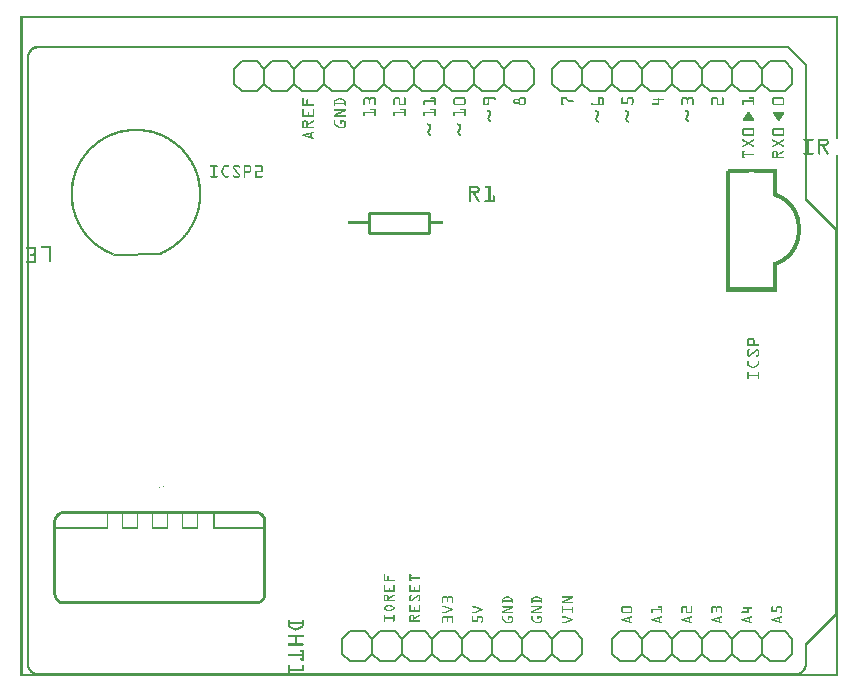
<source format=gto>
G04 MADE WITH FRITZING*
G04 WWW.FRITZING.ORG*
G04 DOUBLE SIDED*
G04 HOLES PLATED*
G04 CONTOUR ON CENTER OF CONTOUR VECTOR*
%ASAXBY*%
%FSLAX23Y23*%
%MOIN*%
%OFA0B0*%
%SFA1.0B1.0*%
%ADD10C,0.008000*%
%ADD11C,0.010000*%
%ADD12C,0.006000*%
%ADD13R,0.001000X0.001000*%
%LNSILK1*%
G90*
G70*
G54D10*
X310Y1408D02*
X467Y1411D01*
G54D11*
D02*
X1161Y1546D02*
X1361Y1546D01*
D02*
X1361Y1546D02*
X1361Y1480D01*
D02*
X1361Y1480D02*
X1161Y1480D01*
D02*
X1161Y1480D02*
X1161Y1546D01*
G54D12*
D02*
X2297Y153D02*
X2347Y153D01*
D02*
X2347Y153D02*
X2372Y128D01*
D02*
X2372Y128D02*
X2372Y78D01*
D02*
X2372Y78D02*
X2347Y53D01*
D02*
X2372Y128D02*
X2397Y153D01*
D02*
X2397Y153D02*
X2447Y153D01*
D02*
X2447Y153D02*
X2472Y128D01*
D02*
X2472Y128D02*
X2472Y78D01*
D02*
X2472Y78D02*
X2447Y53D01*
D02*
X2447Y53D02*
X2397Y53D01*
D02*
X2397Y53D02*
X2372Y78D01*
D02*
X2172Y128D02*
X2197Y153D01*
D02*
X2197Y153D02*
X2247Y153D01*
D02*
X2247Y153D02*
X2272Y128D01*
D02*
X2272Y128D02*
X2272Y78D01*
D02*
X2272Y78D02*
X2247Y53D01*
D02*
X2247Y53D02*
X2197Y53D01*
D02*
X2197Y53D02*
X2172Y78D01*
D02*
X2297Y153D02*
X2272Y128D01*
D02*
X2272Y78D02*
X2297Y53D01*
D02*
X2347Y53D02*
X2297Y53D01*
D02*
X1997Y153D02*
X2047Y153D01*
D02*
X2047Y153D02*
X2072Y128D01*
D02*
X2072Y128D02*
X2072Y78D01*
D02*
X2072Y78D02*
X2047Y53D01*
D02*
X2072Y128D02*
X2097Y153D01*
D02*
X2097Y153D02*
X2147Y153D01*
D02*
X2147Y153D02*
X2172Y128D01*
D02*
X2172Y128D02*
X2172Y78D01*
D02*
X2172Y78D02*
X2147Y53D01*
D02*
X2147Y53D02*
X2097Y53D01*
D02*
X2097Y53D02*
X2072Y78D01*
D02*
X1972Y128D02*
X1972Y78D01*
D02*
X1997Y153D02*
X1972Y128D01*
D02*
X1972Y78D02*
X1997Y53D01*
D02*
X2047Y53D02*
X1997Y53D01*
D02*
X2497Y153D02*
X2547Y153D01*
D02*
X2547Y153D02*
X2572Y128D01*
D02*
X2572Y128D02*
X2572Y78D01*
D02*
X2572Y78D02*
X2547Y53D01*
D02*
X2497Y153D02*
X2472Y128D01*
D02*
X2472Y78D02*
X2497Y53D01*
D02*
X2547Y53D02*
X2497Y53D01*
D02*
X887Y1953D02*
X837Y1953D01*
D02*
X1087Y1953D02*
X1037Y1953D01*
D02*
X987Y1953D02*
X937Y1953D01*
D02*
X1187Y1953D02*
X1137Y1953D01*
D02*
X1387Y1953D02*
X1337Y1953D01*
D02*
X1287Y1953D02*
X1237Y1953D01*
D02*
X1487Y1953D02*
X1437Y1953D01*
D02*
X1687Y1953D02*
X1637Y1953D01*
D02*
X1587Y1953D02*
X1537Y1953D01*
D02*
X787Y1953D02*
X737Y1953D01*
D02*
X912Y1978D02*
X887Y1953D01*
D02*
X837Y1953D02*
X812Y1978D01*
D02*
X812Y1978D02*
X812Y2028D01*
D02*
X812Y2028D02*
X837Y2053D01*
D02*
X837Y2053D02*
X887Y2053D01*
D02*
X887Y2053D02*
X912Y2028D01*
D02*
X1037Y1953D02*
X1012Y1978D01*
D02*
X1012Y1978D02*
X1012Y2028D01*
D02*
X1012Y2028D02*
X1037Y2053D01*
D02*
X1012Y1978D02*
X987Y1953D01*
D02*
X937Y1953D02*
X912Y1978D01*
D02*
X912Y1978D02*
X912Y2028D01*
D02*
X912Y2028D02*
X937Y2053D01*
D02*
X937Y2053D02*
X987Y2053D01*
D02*
X987Y2053D02*
X1012Y2028D01*
D02*
X1212Y1978D02*
X1187Y1953D01*
D02*
X1137Y1953D02*
X1112Y1978D01*
D02*
X1112Y1978D02*
X1112Y2028D01*
D02*
X1112Y2028D02*
X1137Y2053D01*
D02*
X1137Y2053D02*
X1187Y2053D01*
D02*
X1187Y2053D02*
X1212Y2028D01*
D02*
X1087Y1953D02*
X1112Y1978D01*
D02*
X1112Y2028D02*
X1087Y2053D01*
D02*
X1037Y2053D02*
X1087Y2053D01*
D02*
X1337Y1953D02*
X1312Y1978D01*
D02*
X1312Y1978D02*
X1312Y2028D01*
D02*
X1312Y2028D02*
X1337Y2053D01*
D02*
X1312Y1978D02*
X1287Y1953D01*
D02*
X1237Y1953D02*
X1212Y1978D01*
D02*
X1212Y1978D02*
X1212Y2028D01*
D02*
X1212Y2028D02*
X1237Y2053D01*
D02*
X1237Y2053D02*
X1287Y2053D01*
D02*
X1287Y2053D02*
X1312Y2028D01*
D02*
X1512Y1978D02*
X1487Y1953D01*
D02*
X1437Y1953D02*
X1412Y1978D01*
D02*
X1412Y1978D02*
X1412Y2028D01*
D02*
X1412Y2028D02*
X1437Y2053D01*
D02*
X1437Y2053D02*
X1487Y2053D01*
D02*
X1487Y2053D02*
X1512Y2028D01*
D02*
X1387Y1953D02*
X1412Y1978D01*
D02*
X1412Y2028D02*
X1387Y2053D01*
D02*
X1337Y2053D02*
X1387Y2053D01*
D02*
X1637Y1953D02*
X1612Y1978D01*
D02*
X1612Y1978D02*
X1612Y2028D01*
D02*
X1612Y2028D02*
X1637Y2053D01*
D02*
X1612Y1978D02*
X1587Y1953D01*
D02*
X1537Y1953D02*
X1512Y1978D01*
D02*
X1512Y1978D02*
X1512Y2028D01*
D02*
X1512Y2028D02*
X1537Y2053D01*
D02*
X1537Y2053D02*
X1587Y2053D01*
D02*
X1587Y2053D02*
X1612Y2028D01*
D02*
X1712Y1978D02*
X1712Y2028D01*
D02*
X1687Y1953D02*
X1712Y1978D01*
D02*
X1712Y2028D02*
X1687Y2053D01*
D02*
X1637Y2053D02*
X1687Y2053D01*
D02*
X737Y1953D02*
X712Y1978D01*
D02*
X712Y1978D02*
X712Y2028D01*
D02*
X712Y2028D02*
X737Y2053D01*
D02*
X787Y1953D02*
X812Y1978D01*
D02*
X812Y2028D02*
X787Y2053D01*
D02*
X737Y2053D02*
X787Y2053D01*
D02*
X1947Y1953D02*
X1897Y1953D01*
D02*
X1897Y1953D02*
X1872Y1978D01*
D02*
X1872Y1978D02*
X1872Y2028D01*
D02*
X1872Y2028D02*
X1897Y2053D01*
D02*
X2072Y1978D02*
X2047Y1953D01*
D02*
X2047Y1953D02*
X1997Y1953D01*
D02*
X1997Y1953D02*
X1972Y1978D01*
D02*
X1972Y1978D02*
X1972Y2028D01*
D02*
X1972Y2028D02*
X1997Y2053D01*
D02*
X1997Y2053D02*
X2047Y2053D01*
D02*
X2047Y2053D02*
X2072Y2028D01*
D02*
X1947Y1953D02*
X1972Y1978D01*
D02*
X1972Y2028D02*
X1947Y2053D01*
D02*
X1897Y2053D02*
X1947Y2053D01*
D02*
X2247Y1953D02*
X2197Y1953D01*
D02*
X2197Y1953D02*
X2172Y1978D01*
D02*
X2172Y1978D02*
X2172Y2028D01*
D02*
X2172Y2028D02*
X2197Y2053D01*
D02*
X2172Y1978D02*
X2147Y1953D01*
D02*
X2147Y1953D02*
X2097Y1953D01*
D02*
X2097Y1953D02*
X2072Y1978D01*
D02*
X2072Y1978D02*
X2072Y2028D01*
D02*
X2072Y2028D02*
X2097Y2053D01*
D02*
X2097Y2053D02*
X2147Y2053D01*
D02*
X2147Y2053D02*
X2172Y2028D01*
D02*
X2372Y1978D02*
X2347Y1953D01*
D02*
X2347Y1953D02*
X2297Y1953D01*
D02*
X2297Y1953D02*
X2272Y1978D01*
D02*
X2272Y1978D02*
X2272Y2028D01*
D02*
X2272Y2028D02*
X2297Y2053D01*
D02*
X2297Y2053D02*
X2347Y2053D01*
D02*
X2347Y2053D02*
X2372Y2028D01*
D02*
X2247Y1953D02*
X2272Y1978D01*
D02*
X2272Y2028D02*
X2247Y2053D01*
D02*
X2197Y2053D02*
X2247Y2053D01*
D02*
X2547Y1953D02*
X2497Y1953D01*
D02*
X2497Y1953D02*
X2472Y1978D01*
D02*
X2472Y1978D02*
X2472Y2028D01*
D02*
X2472Y2028D02*
X2497Y2053D01*
D02*
X2472Y1978D02*
X2447Y1953D01*
D02*
X2447Y1953D02*
X2397Y1953D01*
D02*
X2397Y1953D02*
X2372Y1978D01*
D02*
X2372Y1978D02*
X2372Y2028D01*
D02*
X2372Y2028D02*
X2397Y2053D01*
D02*
X2397Y2053D02*
X2447Y2053D01*
D02*
X2447Y2053D02*
X2472Y2028D01*
D02*
X2572Y1978D02*
X2572Y2028D01*
D02*
X2547Y1953D02*
X2572Y1978D01*
D02*
X2572Y2028D02*
X2547Y2053D01*
D02*
X2497Y2053D02*
X2547Y2053D01*
D02*
X1847Y1953D02*
X1797Y1953D01*
D02*
X1797Y1953D02*
X1772Y1978D01*
D02*
X1772Y1978D02*
X1772Y2028D01*
D02*
X1772Y2028D02*
X1797Y2053D01*
D02*
X1847Y1953D02*
X1872Y1978D01*
D02*
X1872Y2028D02*
X1847Y2053D01*
D02*
X1797Y2053D02*
X1847Y2053D01*
D02*
X1697Y153D02*
X1747Y153D01*
D02*
X1747Y153D02*
X1772Y128D01*
D02*
X1772Y128D02*
X1772Y78D01*
D02*
X1772Y78D02*
X1747Y53D01*
D02*
X1572Y128D02*
X1597Y153D01*
D02*
X1597Y153D02*
X1647Y153D01*
D02*
X1647Y153D02*
X1672Y128D01*
D02*
X1672Y128D02*
X1672Y78D01*
D02*
X1672Y78D02*
X1647Y53D01*
D02*
X1647Y53D02*
X1597Y53D01*
D02*
X1597Y53D02*
X1572Y78D01*
D02*
X1697Y153D02*
X1672Y128D01*
D02*
X1672Y78D02*
X1697Y53D01*
D02*
X1747Y53D02*
X1697Y53D01*
D02*
X1397Y153D02*
X1447Y153D01*
D02*
X1447Y153D02*
X1472Y128D01*
D02*
X1472Y128D02*
X1472Y78D01*
D02*
X1472Y78D02*
X1447Y53D01*
D02*
X1472Y128D02*
X1497Y153D01*
D02*
X1497Y153D02*
X1547Y153D01*
D02*
X1547Y153D02*
X1572Y128D01*
D02*
X1572Y128D02*
X1572Y78D01*
D02*
X1572Y78D02*
X1547Y53D01*
D02*
X1547Y53D02*
X1497Y53D01*
D02*
X1497Y53D02*
X1472Y78D01*
D02*
X1272Y128D02*
X1297Y153D01*
D02*
X1297Y153D02*
X1347Y153D01*
D02*
X1347Y153D02*
X1372Y128D01*
D02*
X1372Y128D02*
X1372Y78D01*
D02*
X1372Y78D02*
X1347Y53D01*
D02*
X1347Y53D02*
X1297Y53D01*
D02*
X1297Y53D02*
X1272Y78D01*
D02*
X1397Y153D02*
X1372Y128D01*
D02*
X1372Y78D02*
X1397Y53D01*
D02*
X1447Y53D02*
X1397Y53D01*
D02*
X1097Y153D02*
X1147Y153D01*
D02*
X1147Y153D02*
X1172Y128D01*
D02*
X1172Y128D02*
X1172Y78D01*
D02*
X1172Y78D02*
X1147Y53D01*
D02*
X1172Y128D02*
X1197Y153D01*
D02*
X1197Y153D02*
X1247Y153D01*
D02*
X1247Y153D02*
X1272Y128D01*
D02*
X1272Y128D02*
X1272Y78D01*
D02*
X1272Y78D02*
X1247Y53D01*
D02*
X1247Y53D02*
X1197Y53D01*
D02*
X1197Y53D02*
X1172Y78D01*
D02*
X1072Y128D02*
X1072Y78D01*
D02*
X1097Y153D02*
X1072Y128D01*
D02*
X1072Y78D02*
X1097Y53D01*
D02*
X1147Y53D02*
X1097Y53D01*
D02*
X1797Y153D02*
X1847Y153D01*
D02*
X1847Y153D02*
X1872Y128D01*
D02*
X1872Y128D02*
X1872Y78D01*
D02*
X1872Y78D02*
X1847Y53D01*
D02*
X1797Y153D02*
X1772Y128D01*
D02*
X1772Y78D02*
X1797Y53D01*
D02*
X1847Y53D02*
X1797Y53D01*
G54D13*
X0Y2203D02*
X2725Y2203D01*
X0Y2202D02*
X2725Y2202D01*
X0Y2201D02*
X2725Y2201D01*
X0Y2200D02*
X2725Y2200D01*
X0Y2199D02*
X2725Y2199D01*
X0Y2198D02*
X2725Y2198D01*
X0Y2197D02*
X2725Y2197D01*
X0Y2196D02*
X2725Y2196D01*
X0Y2195D02*
X7Y2195D01*
X2718Y2195D02*
X2725Y2195D01*
X0Y2194D02*
X7Y2194D01*
X2718Y2194D02*
X2725Y2194D01*
X0Y2193D02*
X7Y2193D01*
X2718Y2193D02*
X2725Y2193D01*
X0Y2192D02*
X7Y2192D01*
X2718Y2192D02*
X2725Y2192D01*
X0Y2191D02*
X7Y2191D01*
X2718Y2191D02*
X2725Y2191D01*
X0Y2190D02*
X7Y2190D01*
X2718Y2190D02*
X2725Y2190D01*
X0Y2189D02*
X7Y2189D01*
X2718Y2189D02*
X2725Y2189D01*
X0Y2188D02*
X7Y2188D01*
X2718Y2188D02*
X2725Y2188D01*
X0Y2187D02*
X7Y2187D01*
X2718Y2187D02*
X2725Y2187D01*
X0Y2186D02*
X7Y2186D01*
X2718Y2186D02*
X2725Y2186D01*
X0Y2185D02*
X7Y2185D01*
X2718Y2185D02*
X2725Y2185D01*
X0Y2184D02*
X7Y2184D01*
X2718Y2184D02*
X2725Y2184D01*
X0Y2183D02*
X7Y2183D01*
X2718Y2183D02*
X2725Y2183D01*
X0Y2182D02*
X7Y2182D01*
X2718Y2182D02*
X2725Y2182D01*
X0Y2181D02*
X7Y2181D01*
X2718Y2181D02*
X2725Y2181D01*
X0Y2180D02*
X7Y2180D01*
X2718Y2180D02*
X2725Y2180D01*
X0Y2179D02*
X7Y2179D01*
X2718Y2179D02*
X2725Y2179D01*
X0Y2178D02*
X7Y2178D01*
X2718Y2178D02*
X2725Y2178D01*
X0Y2177D02*
X7Y2177D01*
X2718Y2177D02*
X2725Y2177D01*
X0Y2176D02*
X7Y2176D01*
X2718Y2176D02*
X2725Y2176D01*
X0Y2175D02*
X7Y2175D01*
X2718Y2175D02*
X2725Y2175D01*
X0Y2174D02*
X7Y2174D01*
X2718Y2174D02*
X2725Y2174D01*
X0Y2173D02*
X7Y2173D01*
X2718Y2173D02*
X2725Y2173D01*
X0Y2172D02*
X7Y2172D01*
X2718Y2172D02*
X2725Y2172D01*
X0Y2171D02*
X7Y2171D01*
X2718Y2171D02*
X2725Y2171D01*
X0Y2170D02*
X7Y2170D01*
X2718Y2170D02*
X2725Y2170D01*
X0Y2169D02*
X7Y2169D01*
X2718Y2169D02*
X2725Y2169D01*
X0Y2168D02*
X7Y2168D01*
X2718Y2168D02*
X2725Y2168D01*
X0Y2167D02*
X7Y2167D01*
X2718Y2167D02*
X2725Y2167D01*
X0Y2166D02*
X7Y2166D01*
X2718Y2166D02*
X2725Y2166D01*
X0Y2165D02*
X7Y2165D01*
X2718Y2165D02*
X2725Y2165D01*
X0Y2164D02*
X7Y2164D01*
X2718Y2164D02*
X2725Y2164D01*
X0Y2163D02*
X7Y2163D01*
X2718Y2163D02*
X2725Y2163D01*
X0Y2162D02*
X7Y2162D01*
X2718Y2162D02*
X2725Y2162D01*
X0Y2161D02*
X7Y2161D01*
X2718Y2161D02*
X2725Y2161D01*
X0Y2160D02*
X7Y2160D01*
X2718Y2160D02*
X2725Y2160D01*
X0Y2159D02*
X7Y2159D01*
X2718Y2159D02*
X2725Y2159D01*
X0Y2158D02*
X7Y2158D01*
X2718Y2158D02*
X2725Y2158D01*
X0Y2157D02*
X7Y2157D01*
X2718Y2157D02*
X2725Y2157D01*
X0Y2156D02*
X7Y2156D01*
X2718Y2156D02*
X2725Y2156D01*
X0Y2155D02*
X7Y2155D01*
X2718Y2155D02*
X2725Y2155D01*
X0Y2154D02*
X7Y2154D01*
X2718Y2154D02*
X2725Y2154D01*
X0Y2153D02*
X7Y2153D01*
X2718Y2153D02*
X2725Y2153D01*
X0Y2152D02*
X7Y2152D01*
X2718Y2152D02*
X2725Y2152D01*
X0Y2151D02*
X7Y2151D01*
X2718Y2151D02*
X2725Y2151D01*
X0Y2150D02*
X7Y2150D01*
X2718Y2150D02*
X2725Y2150D01*
X0Y2149D02*
X7Y2149D01*
X2718Y2149D02*
X2725Y2149D01*
X0Y2148D02*
X7Y2148D01*
X2718Y2148D02*
X2725Y2148D01*
X0Y2147D02*
X7Y2147D01*
X2718Y2147D02*
X2725Y2147D01*
X0Y2146D02*
X7Y2146D01*
X2718Y2146D02*
X2725Y2146D01*
X0Y2145D02*
X7Y2145D01*
X2718Y2145D02*
X2725Y2145D01*
X0Y2144D02*
X7Y2144D01*
X2718Y2144D02*
X2725Y2144D01*
X0Y2143D02*
X7Y2143D01*
X2718Y2143D02*
X2725Y2143D01*
X0Y2142D02*
X7Y2142D01*
X2718Y2142D02*
X2725Y2142D01*
X0Y2141D02*
X7Y2141D01*
X2718Y2141D02*
X2725Y2141D01*
X0Y2140D02*
X7Y2140D01*
X2718Y2140D02*
X2725Y2140D01*
X0Y2139D02*
X7Y2139D01*
X2718Y2139D02*
X2725Y2139D01*
X0Y2138D02*
X7Y2138D01*
X2718Y2138D02*
X2725Y2138D01*
X0Y2137D02*
X7Y2137D01*
X2718Y2137D02*
X2725Y2137D01*
X0Y2136D02*
X7Y2136D01*
X2718Y2136D02*
X2725Y2136D01*
X0Y2135D02*
X7Y2135D01*
X2718Y2135D02*
X2725Y2135D01*
X0Y2134D02*
X7Y2134D01*
X2718Y2134D02*
X2725Y2134D01*
X0Y2133D02*
X7Y2133D01*
X2718Y2133D02*
X2725Y2133D01*
X0Y2132D02*
X7Y2132D01*
X2718Y2132D02*
X2725Y2132D01*
X0Y2131D02*
X7Y2131D01*
X2718Y2131D02*
X2725Y2131D01*
X0Y2130D02*
X7Y2130D01*
X2718Y2130D02*
X2725Y2130D01*
X0Y2129D02*
X7Y2129D01*
X2718Y2129D02*
X2725Y2129D01*
X0Y2128D02*
X7Y2128D01*
X2718Y2128D02*
X2725Y2128D01*
X0Y2127D02*
X7Y2127D01*
X2718Y2127D02*
X2725Y2127D01*
X0Y2126D02*
X7Y2126D01*
X2718Y2126D02*
X2725Y2126D01*
X0Y2125D02*
X7Y2125D01*
X2718Y2125D02*
X2725Y2125D01*
X0Y2124D02*
X7Y2124D01*
X2718Y2124D02*
X2725Y2124D01*
X0Y2123D02*
X7Y2123D01*
X2718Y2123D02*
X2725Y2123D01*
X0Y2122D02*
X7Y2122D01*
X2718Y2122D02*
X2725Y2122D01*
X0Y2121D02*
X7Y2121D01*
X2718Y2121D02*
X2725Y2121D01*
X0Y2120D02*
X7Y2120D01*
X2718Y2120D02*
X2725Y2120D01*
X0Y2119D02*
X7Y2119D01*
X2718Y2119D02*
X2725Y2119D01*
X0Y2118D02*
X7Y2118D01*
X2718Y2118D02*
X2725Y2118D01*
X0Y2117D02*
X7Y2117D01*
X2718Y2117D02*
X2725Y2117D01*
X0Y2116D02*
X7Y2116D01*
X2718Y2116D02*
X2725Y2116D01*
X0Y2115D02*
X7Y2115D01*
X2718Y2115D02*
X2725Y2115D01*
X0Y2114D02*
X7Y2114D01*
X2718Y2114D02*
X2725Y2114D01*
X0Y2113D02*
X7Y2113D01*
X2718Y2113D02*
X2725Y2113D01*
X0Y2112D02*
X7Y2112D01*
X2718Y2112D02*
X2725Y2112D01*
X0Y2111D02*
X7Y2111D01*
X2718Y2111D02*
X2725Y2111D01*
X0Y2110D02*
X7Y2110D01*
X2718Y2110D02*
X2725Y2110D01*
X0Y2109D02*
X7Y2109D01*
X2718Y2109D02*
X2725Y2109D01*
X0Y2108D02*
X7Y2108D01*
X2718Y2108D02*
X2725Y2108D01*
X0Y2107D02*
X7Y2107D01*
X2718Y2107D02*
X2725Y2107D01*
X0Y2106D02*
X7Y2106D01*
X2718Y2106D02*
X2725Y2106D01*
X0Y2105D02*
X7Y2105D01*
X2718Y2105D02*
X2725Y2105D01*
X0Y2104D02*
X7Y2104D01*
X2718Y2104D02*
X2725Y2104D01*
X0Y2103D02*
X7Y2103D01*
X53Y2103D02*
X2559Y2103D01*
X2718Y2103D02*
X2725Y2103D01*
X0Y2102D02*
X7Y2102D01*
X49Y2102D02*
X2560Y2102D01*
X2718Y2102D02*
X2725Y2102D01*
X0Y2101D02*
X7Y2101D01*
X46Y2101D02*
X2561Y2101D01*
X2718Y2101D02*
X2725Y2101D01*
X0Y2100D02*
X7Y2100D01*
X44Y2100D02*
X2562Y2100D01*
X2718Y2100D02*
X2725Y2100D01*
X0Y2099D02*
X7Y2099D01*
X42Y2099D02*
X2563Y2099D01*
X2718Y2099D02*
X2725Y2099D01*
X0Y2098D02*
X7Y2098D01*
X40Y2098D02*
X2564Y2098D01*
X2718Y2098D02*
X2725Y2098D01*
X0Y2097D02*
X7Y2097D01*
X39Y2097D02*
X2565Y2097D01*
X2718Y2097D02*
X2725Y2097D01*
X0Y2096D02*
X7Y2096D01*
X37Y2096D02*
X2566Y2096D01*
X2718Y2096D02*
X2725Y2096D01*
X0Y2095D02*
X7Y2095D01*
X36Y2095D02*
X53Y2095D01*
X2557Y2095D02*
X2567Y2095D01*
X2718Y2095D02*
X2725Y2095D01*
X0Y2094D02*
X7Y2094D01*
X35Y2094D02*
X49Y2094D01*
X2558Y2094D02*
X2568Y2094D01*
X2718Y2094D02*
X2725Y2094D01*
X0Y2093D02*
X7Y2093D01*
X34Y2093D02*
X47Y2093D01*
X2559Y2093D02*
X2569Y2093D01*
X2718Y2093D02*
X2725Y2093D01*
X0Y2092D02*
X7Y2092D01*
X33Y2092D02*
X45Y2092D01*
X2560Y2092D02*
X2570Y2092D01*
X2718Y2092D02*
X2725Y2092D01*
X0Y2091D02*
X7Y2091D01*
X32Y2091D02*
X43Y2091D01*
X2561Y2091D02*
X2571Y2091D01*
X2718Y2091D02*
X2725Y2091D01*
X0Y2090D02*
X7Y2090D01*
X31Y2090D02*
X41Y2090D01*
X2562Y2090D02*
X2572Y2090D01*
X2718Y2090D02*
X2725Y2090D01*
X0Y2089D02*
X7Y2089D01*
X30Y2089D02*
X40Y2089D01*
X2563Y2089D02*
X2574Y2089D01*
X2718Y2089D02*
X2725Y2089D01*
X0Y2088D02*
X7Y2088D01*
X29Y2088D02*
X39Y2088D01*
X2564Y2088D02*
X2575Y2088D01*
X2718Y2088D02*
X2725Y2088D01*
X0Y2087D02*
X7Y2087D01*
X28Y2087D02*
X38Y2087D01*
X2565Y2087D02*
X2576Y2087D01*
X2718Y2087D02*
X2725Y2087D01*
X0Y2086D02*
X7Y2086D01*
X28Y2086D02*
X37Y2086D01*
X2566Y2086D02*
X2577Y2086D01*
X2718Y2086D02*
X2725Y2086D01*
X0Y2085D02*
X7Y2085D01*
X27Y2085D02*
X36Y2085D01*
X2567Y2085D02*
X2578Y2085D01*
X2718Y2085D02*
X2725Y2085D01*
X0Y2084D02*
X7Y2084D01*
X27Y2084D02*
X35Y2084D01*
X2568Y2084D02*
X2579Y2084D01*
X2718Y2084D02*
X2725Y2084D01*
X0Y2083D02*
X7Y2083D01*
X26Y2083D02*
X34Y2083D01*
X2569Y2083D02*
X2580Y2083D01*
X2718Y2083D02*
X2725Y2083D01*
X0Y2082D02*
X7Y2082D01*
X26Y2082D02*
X34Y2082D01*
X2570Y2082D02*
X2581Y2082D01*
X2718Y2082D02*
X2725Y2082D01*
X0Y2081D02*
X7Y2081D01*
X25Y2081D02*
X33Y2081D01*
X2571Y2081D02*
X2582Y2081D01*
X2718Y2081D02*
X2725Y2081D01*
X0Y2080D02*
X7Y2080D01*
X25Y2080D02*
X32Y2080D01*
X2572Y2080D02*
X2583Y2080D01*
X2718Y2080D02*
X2725Y2080D01*
X0Y2079D02*
X7Y2079D01*
X24Y2079D02*
X32Y2079D01*
X2573Y2079D02*
X2584Y2079D01*
X2718Y2079D02*
X2725Y2079D01*
X0Y2078D02*
X7Y2078D01*
X24Y2078D02*
X31Y2078D01*
X2574Y2078D02*
X2585Y2078D01*
X2718Y2078D02*
X2725Y2078D01*
X0Y2077D02*
X7Y2077D01*
X23Y2077D02*
X31Y2077D01*
X2575Y2077D02*
X2586Y2077D01*
X2718Y2077D02*
X2725Y2077D01*
X0Y2076D02*
X7Y2076D01*
X23Y2076D02*
X30Y2076D01*
X2576Y2076D02*
X2587Y2076D01*
X2718Y2076D02*
X2725Y2076D01*
X0Y2075D02*
X7Y2075D01*
X23Y2075D02*
X30Y2075D01*
X2577Y2075D02*
X2588Y2075D01*
X2718Y2075D02*
X2725Y2075D01*
X0Y2074D02*
X7Y2074D01*
X23Y2074D02*
X30Y2074D01*
X2578Y2074D02*
X2589Y2074D01*
X2718Y2074D02*
X2725Y2074D01*
X0Y2073D02*
X7Y2073D01*
X22Y2073D02*
X29Y2073D01*
X2579Y2073D02*
X2590Y2073D01*
X2718Y2073D02*
X2725Y2073D01*
X0Y2072D02*
X7Y2072D01*
X22Y2072D02*
X29Y2072D01*
X2580Y2072D02*
X2591Y2072D01*
X2718Y2072D02*
X2725Y2072D01*
X0Y2071D02*
X7Y2071D01*
X22Y2071D02*
X29Y2071D01*
X2581Y2071D02*
X2592Y2071D01*
X2718Y2071D02*
X2725Y2071D01*
X0Y2070D02*
X7Y2070D01*
X22Y2070D02*
X29Y2070D01*
X2582Y2070D02*
X2593Y2070D01*
X2718Y2070D02*
X2725Y2070D01*
X0Y2069D02*
X7Y2069D01*
X22Y2069D02*
X29Y2069D01*
X2583Y2069D02*
X2594Y2069D01*
X2718Y2069D02*
X2725Y2069D01*
X0Y2068D02*
X7Y2068D01*
X22Y2068D02*
X28Y2068D01*
X2584Y2068D02*
X2595Y2068D01*
X2718Y2068D02*
X2725Y2068D01*
X0Y2067D02*
X7Y2067D01*
X21Y2067D02*
X28Y2067D01*
X2585Y2067D02*
X2596Y2067D01*
X2718Y2067D02*
X2725Y2067D01*
X0Y2066D02*
X7Y2066D01*
X21Y2066D02*
X28Y2066D01*
X2586Y2066D02*
X2597Y2066D01*
X2718Y2066D02*
X2725Y2066D01*
X0Y2065D02*
X7Y2065D01*
X21Y2065D02*
X28Y2065D01*
X2587Y2065D02*
X2598Y2065D01*
X2718Y2065D02*
X2725Y2065D01*
X0Y2064D02*
X7Y2064D01*
X21Y2064D02*
X28Y2064D01*
X2588Y2064D02*
X2599Y2064D01*
X2718Y2064D02*
X2725Y2064D01*
X0Y2063D02*
X7Y2063D01*
X21Y2063D02*
X28Y2063D01*
X2589Y2063D02*
X2600Y2063D01*
X2718Y2063D02*
X2725Y2063D01*
X0Y2062D02*
X7Y2062D01*
X21Y2062D02*
X28Y2062D01*
X2590Y2062D02*
X2601Y2062D01*
X2718Y2062D02*
X2725Y2062D01*
X0Y2061D02*
X7Y2061D01*
X21Y2061D02*
X29Y2061D01*
X2591Y2061D02*
X2602Y2061D01*
X2718Y2061D02*
X2725Y2061D01*
X0Y2060D02*
X7Y2060D01*
X21Y2060D02*
X29Y2060D01*
X2592Y2060D02*
X2603Y2060D01*
X2718Y2060D02*
X2725Y2060D01*
X0Y2059D02*
X7Y2059D01*
X22Y2059D02*
X29Y2059D01*
X2593Y2059D02*
X2604Y2059D01*
X2718Y2059D02*
X2725Y2059D01*
X0Y2058D02*
X7Y2058D01*
X22Y2058D02*
X29Y2058D01*
X2594Y2058D02*
X2605Y2058D01*
X2718Y2058D02*
X2725Y2058D01*
X0Y2057D02*
X7Y2057D01*
X22Y2057D02*
X29Y2057D01*
X2595Y2057D02*
X2606Y2057D01*
X2718Y2057D02*
X2725Y2057D01*
X0Y2056D02*
X7Y2056D01*
X22Y2056D02*
X29Y2056D01*
X2596Y2056D02*
X2607Y2056D01*
X2718Y2056D02*
X2725Y2056D01*
X0Y2055D02*
X7Y2055D01*
X22Y2055D02*
X29Y2055D01*
X2597Y2055D02*
X2608Y2055D01*
X2718Y2055D02*
X2725Y2055D01*
X0Y2054D02*
X7Y2054D01*
X22Y2054D02*
X29Y2054D01*
X2598Y2054D02*
X2609Y2054D01*
X2718Y2054D02*
X2725Y2054D01*
X0Y2053D02*
X7Y2053D01*
X22Y2053D02*
X29Y2053D01*
X2599Y2053D02*
X2610Y2053D01*
X2718Y2053D02*
X2725Y2053D01*
X0Y2052D02*
X7Y2052D01*
X22Y2052D02*
X29Y2052D01*
X2600Y2052D02*
X2611Y2052D01*
X2718Y2052D02*
X2725Y2052D01*
X0Y2051D02*
X7Y2051D01*
X22Y2051D02*
X29Y2051D01*
X2601Y2051D02*
X2612Y2051D01*
X2718Y2051D02*
X2725Y2051D01*
X0Y2050D02*
X7Y2050D01*
X22Y2050D02*
X29Y2050D01*
X2602Y2050D02*
X2613Y2050D01*
X2718Y2050D02*
X2725Y2050D01*
X0Y2049D02*
X7Y2049D01*
X22Y2049D02*
X29Y2049D01*
X2603Y2049D02*
X2614Y2049D01*
X2718Y2049D02*
X2725Y2049D01*
X0Y2048D02*
X7Y2048D01*
X22Y2048D02*
X29Y2048D01*
X2604Y2048D02*
X2615Y2048D01*
X2718Y2048D02*
X2725Y2048D01*
X0Y2047D02*
X7Y2047D01*
X22Y2047D02*
X29Y2047D01*
X2605Y2047D02*
X2616Y2047D01*
X2718Y2047D02*
X2725Y2047D01*
X0Y2046D02*
X7Y2046D01*
X22Y2046D02*
X29Y2046D01*
X2606Y2046D02*
X2617Y2046D01*
X2718Y2046D02*
X2725Y2046D01*
X0Y2045D02*
X7Y2045D01*
X22Y2045D02*
X29Y2045D01*
X2607Y2045D02*
X2618Y2045D01*
X2718Y2045D02*
X2725Y2045D01*
X0Y2044D02*
X7Y2044D01*
X22Y2044D02*
X29Y2044D01*
X2608Y2044D02*
X2619Y2044D01*
X2718Y2044D02*
X2725Y2044D01*
X0Y2043D02*
X7Y2043D01*
X22Y2043D02*
X29Y2043D01*
X2609Y2043D02*
X2620Y2043D01*
X2718Y2043D02*
X2725Y2043D01*
X0Y2042D02*
X7Y2042D01*
X22Y2042D02*
X29Y2042D01*
X2610Y2042D02*
X2621Y2042D01*
X2718Y2042D02*
X2725Y2042D01*
X0Y2041D02*
X7Y2041D01*
X22Y2041D02*
X29Y2041D01*
X2611Y2041D02*
X2621Y2041D01*
X2718Y2041D02*
X2725Y2041D01*
X0Y2040D02*
X7Y2040D01*
X22Y2040D02*
X29Y2040D01*
X2612Y2040D02*
X2621Y2040D01*
X2718Y2040D02*
X2725Y2040D01*
X0Y2039D02*
X7Y2039D01*
X22Y2039D02*
X29Y2039D01*
X2613Y2039D02*
X2621Y2039D01*
X2718Y2039D02*
X2725Y2039D01*
X0Y2038D02*
X7Y2038D01*
X22Y2038D02*
X29Y2038D01*
X2614Y2038D02*
X2621Y2038D01*
X2718Y2038D02*
X2725Y2038D01*
X0Y2037D02*
X7Y2037D01*
X22Y2037D02*
X29Y2037D01*
X2614Y2037D02*
X2621Y2037D01*
X2718Y2037D02*
X2725Y2037D01*
X0Y2036D02*
X7Y2036D01*
X22Y2036D02*
X29Y2036D01*
X2614Y2036D02*
X2621Y2036D01*
X2718Y2036D02*
X2725Y2036D01*
X0Y2035D02*
X7Y2035D01*
X22Y2035D02*
X29Y2035D01*
X2614Y2035D02*
X2621Y2035D01*
X2718Y2035D02*
X2725Y2035D01*
X0Y2034D02*
X7Y2034D01*
X22Y2034D02*
X29Y2034D01*
X2614Y2034D02*
X2621Y2034D01*
X2718Y2034D02*
X2725Y2034D01*
X0Y2033D02*
X7Y2033D01*
X22Y2033D02*
X29Y2033D01*
X2614Y2033D02*
X2621Y2033D01*
X2718Y2033D02*
X2725Y2033D01*
X0Y2032D02*
X7Y2032D01*
X22Y2032D02*
X29Y2032D01*
X2614Y2032D02*
X2621Y2032D01*
X2718Y2032D02*
X2725Y2032D01*
X0Y2031D02*
X7Y2031D01*
X22Y2031D02*
X29Y2031D01*
X2614Y2031D02*
X2621Y2031D01*
X2718Y2031D02*
X2725Y2031D01*
X0Y2030D02*
X7Y2030D01*
X22Y2030D02*
X29Y2030D01*
X2614Y2030D02*
X2621Y2030D01*
X2718Y2030D02*
X2725Y2030D01*
X0Y2029D02*
X7Y2029D01*
X22Y2029D02*
X29Y2029D01*
X2614Y2029D02*
X2621Y2029D01*
X2718Y2029D02*
X2725Y2029D01*
X0Y2028D02*
X7Y2028D01*
X22Y2028D02*
X29Y2028D01*
X2614Y2028D02*
X2621Y2028D01*
X2718Y2028D02*
X2725Y2028D01*
X0Y2027D02*
X7Y2027D01*
X22Y2027D02*
X29Y2027D01*
X2614Y2027D02*
X2621Y2027D01*
X2718Y2027D02*
X2725Y2027D01*
X0Y2026D02*
X7Y2026D01*
X22Y2026D02*
X29Y2026D01*
X2614Y2026D02*
X2621Y2026D01*
X2718Y2026D02*
X2725Y2026D01*
X0Y2025D02*
X7Y2025D01*
X22Y2025D02*
X29Y2025D01*
X2614Y2025D02*
X2621Y2025D01*
X2718Y2025D02*
X2725Y2025D01*
X0Y2024D02*
X7Y2024D01*
X22Y2024D02*
X29Y2024D01*
X2614Y2024D02*
X2621Y2024D01*
X2718Y2024D02*
X2725Y2024D01*
X0Y2023D02*
X7Y2023D01*
X22Y2023D02*
X29Y2023D01*
X2614Y2023D02*
X2621Y2023D01*
X2718Y2023D02*
X2725Y2023D01*
X0Y2022D02*
X7Y2022D01*
X22Y2022D02*
X29Y2022D01*
X2614Y2022D02*
X2621Y2022D01*
X2718Y2022D02*
X2725Y2022D01*
X0Y2021D02*
X7Y2021D01*
X22Y2021D02*
X29Y2021D01*
X2614Y2021D02*
X2621Y2021D01*
X2718Y2021D02*
X2725Y2021D01*
X0Y2020D02*
X7Y2020D01*
X22Y2020D02*
X29Y2020D01*
X2614Y2020D02*
X2621Y2020D01*
X2718Y2020D02*
X2725Y2020D01*
X0Y2019D02*
X7Y2019D01*
X22Y2019D02*
X29Y2019D01*
X2614Y2019D02*
X2621Y2019D01*
X2718Y2019D02*
X2725Y2019D01*
X0Y2018D02*
X7Y2018D01*
X22Y2018D02*
X29Y2018D01*
X2614Y2018D02*
X2621Y2018D01*
X2718Y2018D02*
X2725Y2018D01*
X0Y2017D02*
X7Y2017D01*
X22Y2017D02*
X29Y2017D01*
X2614Y2017D02*
X2621Y2017D01*
X2718Y2017D02*
X2725Y2017D01*
X0Y2016D02*
X7Y2016D01*
X22Y2016D02*
X29Y2016D01*
X2614Y2016D02*
X2621Y2016D01*
X2718Y2016D02*
X2725Y2016D01*
X0Y2015D02*
X7Y2015D01*
X22Y2015D02*
X29Y2015D01*
X2614Y2015D02*
X2621Y2015D01*
X2718Y2015D02*
X2725Y2015D01*
X0Y2014D02*
X7Y2014D01*
X22Y2014D02*
X29Y2014D01*
X2614Y2014D02*
X2621Y2014D01*
X2718Y2014D02*
X2725Y2014D01*
X0Y2013D02*
X7Y2013D01*
X22Y2013D02*
X29Y2013D01*
X2614Y2013D02*
X2621Y2013D01*
X2718Y2013D02*
X2725Y2013D01*
X0Y2012D02*
X7Y2012D01*
X22Y2012D02*
X29Y2012D01*
X2614Y2012D02*
X2621Y2012D01*
X2718Y2012D02*
X2725Y2012D01*
X0Y2011D02*
X7Y2011D01*
X22Y2011D02*
X29Y2011D01*
X2614Y2011D02*
X2621Y2011D01*
X2718Y2011D02*
X2725Y2011D01*
X0Y2010D02*
X7Y2010D01*
X22Y2010D02*
X29Y2010D01*
X2614Y2010D02*
X2621Y2010D01*
X2718Y2010D02*
X2725Y2010D01*
X0Y2009D02*
X7Y2009D01*
X22Y2009D02*
X29Y2009D01*
X2614Y2009D02*
X2621Y2009D01*
X2718Y2009D02*
X2725Y2009D01*
X0Y2008D02*
X7Y2008D01*
X22Y2008D02*
X29Y2008D01*
X2614Y2008D02*
X2621Y2008D01*
X2718Y2008D02*
X2725Y2008D01*
X0Y2007D02*
X7Y2007D01*
X22Y2007D02*
X29Y2007D01*
X2614Y2007D02*
X2621Y2007D01*
X2718Y2007D02*
X2725Y2007D01*
X0Y2006D02*
X7Y2006D01*
X22Y2006D02*
X29Y2006D01*
X2614Y2006D02*
X2621Y2006D01*
X2718Y2006D02*
X2725Y2006D01*
X0Y2005D02*
X7Y2005D01*
X22Y2005D02*
X29Y2005D01*
X2614Y2005D02*
X2621Y2005D01*
X2718Y2005D02*
X2725Y2005D01*
X0Y2004D02*
X7Y2004D01*
X22Y2004D02*
X29Y2004D01*
X2614Y2004D02*
X2621Y2004D01*
X2718Y2004D02*
X2725Y2004D01*
X0Y2003D02*
X7Y2003D01*
X22Y2003D02*
X29Y2003D01*
X2614Y2003D02*
X2621Y2003D01*
X2718Y2003D02*
X2725Y2003D01*
X0Y2002D02*
X7Y2002D01*
X22Y2002D02*
X29Y2002D01*
X2614Y2002D02*
X2621Y2002D01*
X2718Y2002D02*
X2725Y2002D01*
X0Y2001D02*
X7Y2001D01*
X22Y2001D02*
X29Y2001D01*
X2614Y2001D02*
X2621Y2001D01*
X2718Y2001D02*
X2725Y2001D01*
X0Y2000D02*
X7Y2000D01*
X22Y2000D02*
X29Y2000D01*
X2614Y2000D02*
X2621Y2000D01*
X2718Y2000D02*
X2725Y2000D01*
X0Y1999D02*
X7Y1999D01*
X22Y1999D02*
X29Y1999D01*
X2614Y1999D02*
X2621Y1999D01*
X2718Y1999D02*
X2725Y1999D01*
X0Y1998D02*
X7Y1998D01*
X22Y1998D02*
X29Y1998D01*
X2614Y1998D02*
X2621Y1998D01*
X2718Y1998D02*
X2725Y1998D01*
X0Y1997D02*
X7Y1997D01*
X22Y1997D02*
X29Y1997D01*
X2614Y1997D02*
X2621Y1997D01*
X2718Y1997D02*
X2725Y1997D01*
X0Y1996D02*
X7Y1996D01*
X22Y1996D02*
X29Y1996D01*
X2614Y1996D02*
X2621Y1996D01*
X2718Y1996D02*
X2725Y1996D01*
X0Y1995D02*
X7Y1995D01*
X22Y1995D02*
X29Y1995D01*
X2614Y1995D02*
X2621Y1995D01*
X2718Y1995D02*
X2725Y1995D01*
X0Y1994D02*
X7Y1994D01*
X22Y1994D02*
X29Y1994D01*
X2614Y1994D02*
X2621Y1994D01*
X2718Y1994D02*
X2725Y1994D01*
X0Y1993D02*
X7Y1993D01*
X22Y1993D02*
X29Y1993D01*
X2614Y1993D02*
X2621Y1993D01*
X2718Y1993D02*
X2725Y1993D01*
X0Y1992D02*
X7Y1992D01*
X22Y1992D02*
X29Y1992D01*
X2614Y1992D02*
X2621Y1992D01*
X2718Y1992D02*
X2725Y1992D01*
X0Y1991D02*
X7Y1991D01*
X22Y1991D02*
X29Y1991D01*
X2614Y1991D02*
X2621Y1991D01*
X2718Y1991D02*
X2725Y1991D01*
X0Y1990D02*
X7Y1990D01*
X22Y1990D02*
X29Y1990D01*
X2614Y1990D02*
X2621Y1990D01*
X2718Y1990D02*
X2725Y1990D01*
X0Y1989D02*
X7Y1989D01*
X22Y1989D02*
X29Y1989D01*
X2614Y1989D02*
X2621Y1989D01*
X2718Y1989D02*
X2725Y1989D01*
X0Y1988D02*
X7Y1988D01*
X22Y1988D02*
X29Y1988D01*
X2614Y1988D02*
X2621Y1988D01*
X2718Y1988D02*
X2725Y1988D01*
X0Y1987D02*
X7Y1987D01*
X22Y1987D02*
X29Y1987D01*
X2614Y1987D02*
X2621Y1987D01*
X2718Y1987D02*
X2725Y1987D01*
X0Y1986D02*
X7Y1986D01*
X22Y1986D02*
X29Y1986D01*
X2614Y1986D02*
X2621Y1986D01*
X2718Y1986D02*
X2725Y1986D01*
X0Y1985D02*
X7Y1985D01*
X22Y1985D02*
X29Y1985D01*
X2614Y1985D02*
X2621Y1985D01*
X2718Y1985D02*
X2725Y1985D01*
X0Y1984D02*
X7Y1984D01*
X22Y1984D02*
X29Y1984D01*
X2614Y1984D02*
X2621Y1984D01*
X2718Y1984D02*
X2725Y1984D01*
X0Y1983D02*
X7Y1983D01*
X22Y1983D02*
X29Y1983D01*
X2614Y1983D02*
X2621Y1983D01*
X2718Y1983D02*
X2725Y1983D01*
X0Y1982D02*
X7Y1982D01*
X22Y1982D02*
X29Y1982D01*
X2614Y1982D02*
X2621Y1982D01*
X2718Y1982D02*
X2725Y1982D01*
X0Y1981D02*
X7Y1981D01*
X22Y1981D02*
X29Y1981D01*
X2614Y1981D02*
X2621Y1981D01*
X2718Y1981D02*
X2725Y1981D01*
X0Y1980D02*
X7Y1980D01*
X22Y1980D02*
X29Y1980D01*
X2614Y1980D02*
X2621Y1980D01*
X2718Y1980D02*
X2725Y1980D01*
X0Y1979D02*
X7Y1979D01*
X22Y1979D02*
X29Y1979D01*
X2614Y1979D02*
X2621Y1979D01*
X2718Y1979D02*
X2725Y1979D01*
X0Y1978D02*
X7Y1978D01*
X22Y1978D02*
X29Y1978D01*
X2614Y1978D02*
X2621Y1978D01*
X2718Y1978D02*
X2725Y1978D01*
X0Y1977D02*
X7Y1977D01*
X22Y1977D02*
X29Y1977D01*
X2614Y1977D02*
X2621Y1977D01*
X2718Y1977D02*
X2725Y1977D01*
X0Y1976D02*
X7Y1976D01*
X22Y1976D02*
X29Y1976D01*
X2614Y1976D02*
X2621Y1976D01*
X2718Y1976D02*
X2725Y1976D01*
X0Y1975D02*
X7Y1975D01*
X22Y1975D02*
X29Y1975D01*
X2614Y1975D02*
X2621Y1975D01*
X2718Y1975D02*
X2725Y1975D01*
X0Y1974D02*
X7Y1974D01*
X22Y1974D02*
X29Y1974D01*
X2614Y1974D02*
X2621Y1974D01*
X2718Y1974D02*
X2725Y1974D01*
X0Y1973D02*
X7Y1973D01*
X22Y1973D02*
X29Y1973D01*
X2614Y1973D02*
X2621Y1973D01*
X2718Y1973D02*
X2725Y1973D01*
X0Y1972D02*
X7Y1972D01*
X22Y1972D02*
X29Y1972D01*
X2614Y1972D02*
X2621Y1972D01*
X2718Y1972D02*
X2725Y1972D01*
X0Y1971D02*
X7Y1971D01*
X22Y1971D02*
X29Y1971D01*
X2614Y1971D02*
X2621Y1971D01*
X2718Y1971D02*
X2725Y1971D01*
X0Y1970D02*
X7Y1970D01*
X22Y1970D02*
X29Y1970D01*
X2614Y1970D02*
X2621Y1970D01*
X2718Y1970D02*
X2725Y1970D01*
X0Y1969D02*
X7Y1969D01*
X22Y1969D02*
X29Y1969D01*
X2614Y1969D02*
X2621Y1969D01*
X2718Y1969D02*
X2725Y1969D01*
X0Y1968D02*
X7Y1968D01*
X22Y1968D02*
X29Y1968D01*
X2614Y1968D02*
X2621Y1968D01*
X2718Y1968D02*
X2725Y1968D01*
X0Y1967D02*
X7Y1967D01*
X22Y1967D02*
X29Y1967D01*
X2614Y1967D02*
X2621Y1967D01*
X2718Y1967D02*
X2725Y1967D01*
X0Y1966D02*
X7Y1966D01*
X22Y1966D02*
X29Y1966D01*
X2614Y1966D02*
X2621Y1966D01*
X2718Y1966D02*
X2725Y1966D01*
X0Y1965D02*
X7Y1965D01*
X22Y1965D02*
X29Y1965D01*
X2614Y1965D02*
X2621Y1965D01*
X2718Y1965D02*
X2725Y1965D01*
X0Y1964D02*
X7Y1964D01*
X22Y1964D02*
X29Y1964D01*
X2614Y1964D02*
X2621Y1964D01*
X2718Y1964D02*
X2725Y1964D01*
X0Y1963D02*
X7Y1963D01*
X22Y1963D02*
X29Y1963D01*
X2614Y1963D02*
X2621Y1963D01*
X2718Y1963D02*
X2725Y1963D01*
X0Y1962D02*
X7Y1962D01*
X22Y1962D02*
X29Y1962D01*
X2614Y1962D02*
X2621Y1962D01*
X2718Y1962D02*
X2725Y1962D01*
X0Y1961D02*
X7Y1961D01*
X22Y1961D02*
X29Y1961D01*
X2614Y1961D02*
X2621Y1961D01*
X2718Y1961D02*
X2725Y1961D01*
X0Y1960D02*
X7Y1960D01*
X22Y1960D02*
X29Y1960D01*
X2614Y1960D02*
X2621Y1960D01*
X2718Y1960D02*
X2725Y1960D01*
X0Y1959D02*
X7Y1959D01*
X22Y1959D02*
X29Y1959D01*
X2614Y1959D02*
X2621Y1959D01*
X2718Y1959D02*
X2725Y1959D01*
X0Y1958D02*
X7Y1958D01*
X22Y1958D02*
X29Y1958D01*
X2614Y1958D02*
X2621Y1958D01*
X2718Y1958D02*
X2725Y1958D01*
X0Y1957D02*
X7Y1957D01*
X22Y1957D02*
X29Y1957D01*
X2614Y1957D02*
X2621Y1957D01*
X2718Y1957D02*
X2725Y1957D01*
X0Y1956D02*
X7Y1956D01*
X22Y1956D02*
X29Y1956D01*
X2614Y1956D02*
X2621Y1956D01*
X2718Y1956D02*
X2725Y1956D01*
X0Y1955D02*
X7Y1955D01*
X22Y1955D02*
X29Y1955D01*
X2614Y1955D02*
X2621Y1955D01*
X2718Y1955D02*
X2725Y1955D01*
X0Y1954D02*
X7Y1954D01*
X22Y1954D02*
X29Y1954D01*
X2614Y1954D02*
X2621Y1954D01*
X2718Y1954D02*
X2725Y1954D01*
X0Y1953D02*
X7Y1953D01*
X22Y1953D02*
X29Y1953D01*
X2614Y1953D02*
X2621Y1953D01*
X2718Y1953D02*
X2725Y1953D01*
X0Y1952D02*
X7Y1952D01*
X22Y1952D02*
X29Y1952D01*
X2614Y1952D02*
X2621Y1952D01*
X2718Y1952D02*
X2725Y1952D01*
X0Y1951D02*
X7Y1951D01*
X22Y1951D02*
X29Y1951D01*
X2614Y1951D02*
X2621Y1951D01*
X2718Y1951D02*
X2725Y1951D01*
X0Y1950D02*
X7Y1950D01*
X22Y1950D02*
X29Y1950D01*
X2614Y1950D02*
X2621Y1950D01*
X2718Y1950D02*
X2725Y1950D01*
X0Y1949D02*
X7Y1949D01*
X22Y1949D02*
X29Y1949D01*
X2614Y1949D02*
X2621Y1949D01*
X2718Y1949D02*
X2725Y1949D01*
X0Y1948D02*
X7Y1948D01*
X22Y1948D02*
X29Y1948D01*
X2614Y1948D02*
X2621Y1948D01*
X2718Y1948D02*
X2725Y1948D01*
X0Y1947D02*
X7Y1947D01*
X22Y1947D02*
X29Y1947D01*
X2614Y1947D02*
X2621Y1947D01*
X2718Y1947D02*
X2725Y1947D01*
X0Y1946D02*
X7Y1946D01*
X22Y1946D02*
X29Y1946D01*
X2614Y1946D02*
X2621Y1946D01*
X2718Y1946D02*
X2725Y1946D01*
X0Y1945D02*
X7Y1945D01*
X22Y1945D02*
X29Y1945D01*
X2614Y1945D02*
X2621Y1945D01*
X2718Y1945D02*
X2725Y1945D01*
X0Y1944D02*
X7Y1944D01*
X22Y1944D02*
X29Y1944D01*
X2614Y1944D02*
X2621Y1944D01*
X2718Y1944D02*
X2725Y1944D01*
X0Y1943D02*
X7Y1943D01*
X22Y1943D02*
X29Y1943D01*
X2614Y1943D02*
X2621Y1943D01*
X2718Y1943D02*
X2725Y1943D01*
X0Y1942D02*
X7Y1942D01*
X22Y1942D02*
X29Y1942D01*
X2614Y1942D02*
X2621Y1942D01*
X2718Y1942D02*
X2725Y1942D01*
X0Y1941D02*
X7Y1941D01*
X22Y1941D02*
X29Y1941D01*
X2614Y1941D02*
X2621Y1941D01*
X2718Y1941D02*
X2725Y1941D01*
X0Y1940D02*
X7Y1940D01*
X22Y1940D02*
X29Y1940D01*
X2614Y1940D02*
X2621Y1940D01*
X2718Y1940D02*
X2725Y1940D01*
X0Y1939D02*
X7Y1939D01*
X22Y1939D02*
X29Y1939D01*
X2614Y1939D02*
X2621Y1939D01*
X2718Y1939D02*
X2725Y1939D01*
X0Y1938D02*
X7Y1938D01*
X22Y1938D02*
X29Y1938D01*
X2614Y1938D02*
X2621Y1938D01*
X2718Y1938D02*
X2725Y1938D01*
X0Y1937D02*
X7Y1937D01*
X22Y1937D02*
X29Y1937D01*
X2614Y1937D02*
X2621Y1937D01*
X2718Y1937D02*
X2725Y1937D01*
X0Y1936D02*
X7Y1936D01*
X22Y1936D02*
X29Y1936D01*
X2614Y1936D02*
X2621Y1936D01*
X2718Y1936D02*
X2725Y1936D01*
X0Y1935D02*
X7Y1935D01*
X22Y1935D02*
X29Y1935D01*
X2614Y1935D02*
X2621Y1935D01*
X2718Y1935D02*
X2725Y1935D01*
X0Y1934D02*
X7Y1934D01*
X22Y1934D02*
X29Y1934D01*
X2614Y1934D02*
X2621Y1934D01*
X2718Y1934D02*
X2725Y1934D01*
X0Y1933D02*
X7Y1933D01*
X22Y1933D02*
X29Y1933D01*
X2614Y1933D02*
X2621Y1933D01*
X2718Y1933D02*
X2725Y1933D01*
X0Y1932D02*
X7Y1932D01*
X22Y1932D02*
X29Y1932D01*
X2614Y1932D02*
X2621Y1932D01*
X2718Y1932D02*
X2725Y1932D01*
X0Y1931D02*
X7Y1931D01*
X22Y1931D02*
X29Y1931D01*
X1147Y1931D02*
X1160Y1931D01*
X1166Y1931D02*
X1180Y1931D01*
X1247Y1931D02*
X1262Y1931D01*
X1280Y1931D02*
X1282Y1931D01*
X1367Y1931D02*
X1382Y1931D01*
X1447Y1931D02*
X1480Y1931D01*
X1544Y1931D02*
X1582Y1931D01*
X1664Y1931D02*
X1680Y1931D01*
X1803Y1931D02*
X1820Y1931D01*
X1926Y1931D02*
X1942Y1931D01*
X2004Y1931D02*
X2006Y1931D01*
X2024Y1931D02*
X2040Y1931D01*
X2206Y1931D02*
X2220Y1931D01*
X2226Y1931D02*
X2240Y1931D01*
X2306Y1931D02*
X2322Y1931D01*
X2340Y1931D02*
X2342Y1931D01*
X2429Y1931D02*
X2444Y1931D01*
X2509Y1931D02*
X2542Y1931D01*
X2614Y1931D02*
X2621Y1931D01*
X2718Y1931D02*
X2725Y1931D01*
X0Y1930D02*
X7Y1930D01*
X22Y1930D02*
X29Y1930D01*
X941Y1930D02*
X943Y1930D01*
X1061Y1930D02*
X1066Y1930D01*
X1145Y1930D02*
X1162Y1930D01*
X1164Y1930D02*
X1181Y1930D01*
X1245Y1930D02*
X1263Y1930D01*
X1279Y1930D02*
X1283Y1930D01*
X1366Y1930D02*
X1383Y1930D01*
X1445Y1930D02*
X1481Y1930D01*
X1544Y1930D02*
X1583Y1930D01*
X1663Y1930D02*
X1681Y1930D01*
X1803Y1930D02*
X1821Y1930D01*
X1926Y1930D02*
X1943Y1930D01*
X2003Y1930D02*
X2007Y1930D01*
X2023Y1930D02*
X2041Y1930D01*
X2127Y1930D02*
X2128Y1930D01*
X2205Y1930D02*
X2222Y1930D01*
X2224Y1930D02*
X2241Y1930D01*
X2305Y1930D02*
X2323Y1930D01*
X2339Y1930D02*
X2342Y1930D01*
X2428Y1930D02*
X2445Y1930D01*
X2507Y1930D02*
X2543Y1930D01*
X2614Y1930D02*
X2621Y1930D01*
X2718Y1930D02*
X2725Y1930D01*
X0Y1929D02*
X7Y1929D01*
X22Y1929D02*
X29Y1929D01*
X940Y1929D02*
X944Y1929D01*
X1059Y1929D02*
X1069Y1929D01*
X1144Y1929D02*
X1182Y1929D01*
X1244Y1929D02*
X1264Y1929D01*
X1279Y1929D02*
X1283Y1929D01*
X1365Y1929D02*
X1383Y1929D01*
X1444Y1929D02*
X1482Y1929D01*
X1543Y1929D02*
X1583Y1929D01*
X1662Y1929D02*
X1682Y1929D01*
X1803Y1929D02*
X1821Y1929D01*
X1925Y1929D02*
X1943Y1929D01*
X2003Y1929D02*
X2007Y1929D01*
X2022Y1929D02*
X2042Y1929D01*
X2126Y1929D02*
X2129Y1929D01*
X2204Y1929D02*
X2242Y1929D01*
X2304Y1929D02*
X2324Y1929D01*
X2339Y1929D02*
X2343Y1929D01*
X2428Y1929D02*
X2445Y1929D01*
X2506Y1929D02*
X2544Y1929D01*
X2614Y1929D02*
X2621Y1929D01*
X2718Y1929D02*
X2725Y1929D01*
X0Y1928D02*
X7Y1928D01*
X22Y1928D02*
X29Y1928D01*
X940Y1928D02*
X944Y1928D01*
X1057Y1928D02*
X1071Y1928D01*
X1144Y1928D02*
X1183Y1928D01*
X1244Y1928D02*
X1265Y1928D01*
X1279Y1928D02*
X1283Y1928D01*
X1366Y1928D02*
X1383Y1928D01*
X1444Y1928D02*
X1482Y1928D01*
X1543Y1928D02*
X1583Y1928D01*
X1661Y1928D02*
X1683Y1928D01*
X1803Y1928D02*
X1822Y1928D01*
X1925Y1928D02*
X1943Y1928D01*
X2003Y1928D02*
X2007Y1928D01*
X2021Y1928D02*
X2042Y1928D01*
X2125Y1928D02*
X2129Y1928D01*
X2204Y1928D02*
X2242Y1928D01*
X2303Y1928D02*
X2325Y1928D01*
X2338Y1928D02*
X2343Y1928D01*
X2428Y1928D02*
X2445Y1928D01*
X2506Y1928D02*
X2545Y1928D01*
X2614Y1928D02*
X2621Y1928D01*
X2718Y1928D02*
X2725Y1928D01*
X0Y1927D02*
X7Y1927D01*
X22Y1927D02*
X29Y1927D01*
X940Y1927D02*
X944Y1927D01*
X1055Y1927D02*
X1073Y1927D01*
X1144Y1927D02*
X1183Y1927D01*
X1244Y1927D02*
X1265Y1927D01*
X1279Y1927D02*
X1283Y1927D01*
X1366Y1927D02*
X1383Y1927D01*
X1443Y1927D02*
X1483Y1927D01*
X1543Y1927D02*
X1583Y1927D01*
X1661Y1927D02*
X1683Y1927D01*
X1803Y1927D02*
X1823Y1927D01*
X1925Y1927D02*
X1943Y1927D01*
X2003Y1927D02*
X2007Y1927D01*
X2021Y1927D02*
X2043Y1927D01*
X2109Y1927D02*
X2142Y1927D01*
X2203Y1927D02*
X2243Y1927D01*
X2303Y1927D02*
X2325Y1927D01*
X2338Y1927D02*
X2343Y1927D01*
X2429Y1927D02*
X2445Y1927D01*
X2506Y1927D02*
X2545Y1927D01*
X2614Y1927D02*
X2621Y1927D01*
X2718Y1927D02*
X2725Y1927D01*
X0Y1926D02*
X7Y1926D01*
X22Y1926D02*
X29Y1926D01*
X940Y1926D02*
X944Y1926D01*
X1053Y1926D02*
X1075Y1926D01*
X1143Y1926D02*
X1148Y1926D01*
X1159Y1926D02*
X1167Y1926D01*
X1178Y1926D02*
X1183Y1926D01*
X1243Y1926D02*
X1248Y1926D01*
X1261Y1926D02*
X1265Y1926D01*
X1279Y1926D02*
X1283Y1926D01*
X1378Y1926D02*
X1383Y1926D01*
X1443Y1926D02*
X1448Y1926D01*
X1478Y1926D02*
X1483Y1926D01*
X1543Y1926D02*
X1548Y1926D01*
X1556Y1926D02*
X1561Y1926D01*
X1579Y1926D02*
X1583Y1926D01*
X1645Y1926D02*
X1665Y1926D01*
X1678Y1926D02*
X1683Y1926D01*
X1803Y1926D02*
X1808Y1926D01*
X1818Y1926D02*
X1824Y1926D01*
X1925Y1926D02*
X1930Y1926D01*
X1938Y1926D02*
X1943Y1926D01*
X2003Y1926D02*
X2007Y1926D01*
X2021Y1926D02*
X2025Y1926D01*
X2038Y1926D02*
X2043Y1926D01*
X2108Y1926D02*
X2143Y1926D01*
X2203Y1926D02*
X2208Y1926D01*
X2219Y1926D02*
X2227Y1926D01*
X2238Y1926D02*
X2243Y1926D01*
X2303Y1926D02*
X2308Y1926D01*
X2321Y1926D02*
X2325Y1926D01*
X2338Y1926D02*
X2343Y1926D01*
X2441Y1926D02*
X2445Y1926D01*
X2506Y1926D02*
X2510Y1926D01*
X2541Y1926D02*
X2545Y1926D01*
X2614Y1926D02*
X2621Y1926D01*
X2718Y1926D02*
X2725Y1926D01*
X0Y1925D02*
X7Y1925D01*
X22Y1925D02*
X29Y1925D01*
X940Y1925D02*
X944Y1925D01*
X954Y1925D02*
X956Y1925D01*
X1051Y1925D02*
X1062Y1925D01*
X1065Y1925D02*
X1077Y1925D01*
X1143Y1925D02*
X1148Y1925D01*
X1160Y1925D02*
X1166Y1925D01*
X1179Y1925D02*
X1183Y1925D01*
X1243Y1925D02*
X1248Y1925D01*
X1261Y1925D02*
X1265Y1925D01*
X1279Y1925D02*
X1283Y1925D01*
X1379Y1925D02*
X1383Y1925D01*
X1443Y1925D02*
X1448Y1925D01*
X1479Y1925D02*
X1483Y1925D01*
X1543Y1925D02*
X1548Y1925D01*
X1557Y1925D02*
X1561Y1925D01*
X1579Y1925D02*
X1583Y1925D01*
X1644Y1925D02*
X1665Y1925D01*
X1679Y1925D02*
X1683Y1925D01*
X1803Y1925D02*
X1807Y1925D01*
X1819Y1925D02*
X1825Y1925D01*
X1925Y1925D02*
X1930Y1925D01*
X1939Y1925D02*
X1943Y1925D01*
X2003Y1925D02*
X2007Y1925D01*
X2021Y1925D02*
X2025Y1925D01*
X2039Y1925D02*
X2043Y1925D01*
X2108Y1925D02*
X2143Y1925D01*
X2203Y1925D02*
X2207Y1925D01*
X2220Y1925D02*
X2226Y1925D01*
X2239Y1925D02*
X2243Y1925D01*
X2303Y1925D02*
X2307Y1925D01*
X2321Y1925D02*
X2325Y1925D01*
X2338Y1925D02*
X2343Y1925D01*
X2441Y1925D02*
X2445Y1925D01*
X2506Y1925D02*
X2510Y1925D01*
X2541Y1925D02*
X2545Y1925D01*
X2614Y1925D02*
X2621Y1925D01*
X2718Y1925D02*
X2725Y1925D01*
X0Y1924D02*
X7Y1924D01*
X22Y1924D02*
X29Y1924D01*
X940Y1924D02*
X944Y1924D01*
X953Y1924D02*
X957Y1924D01*
X1049Y1924D02*
X1060Y1924D01*
X1068Y1924D02*
X1079Y1924D01*
X1143Y1924D02*
X1148Y1924D01*
X1161Y1924D02*
X1165Y1924D01*
X1179Y1924D02*
X1183Y1924D01*
X1243Y1924D02*
X1248Y1924D01*
X1261Y1924D02*
X1265Y1924D01*
X1279Y1924D02*
X1283Y1924D01*
X1379Y1924D02*
X1383Y1924D01*
X1443Y1924D02*
X1448Y1924D01*
X1479Y1924D02*
X1483Y1924D01*
X1543Y1924D02*
X1548Y1924D01*
X1557Y1924D02*
X1561Y1924D01*
X1580Y1924D02*
X1581Y1924D01*
X1643Y1924D02*
X1665Y1924D01*
X1679Y1924D02*
X1683Y1924D01*
X1803Y1924D02*
X1807Y1924D01*
X1820Y1924D02*
X1826Y1924D01*
X1925Y1924D02*
X1930Y1924D01*
X1939Y1924D02*
X1943Y1924D01*
X2003Y1924D02*
X2007Y1924D01*
X2021Y1924D02*
X2025Y1924D01*
X2039Y1924D02*
X2043Y1924D01*
X2108Y1924D02*
X2143Y1924D01*
X2203Y1924D02*
X2207Y1924D01*
X2221Y1924D02*
X2225Y1924D01*
X2239Y1924D02*
X2243Y1924D01*
X2303Y1924D02*
X2307Y1924D01*
X2321Y1924D02*
X2325Y1924D01*
X2338Y1924D02*
X2343Y1924D01*
X2441Y1924D02*
X2445Y1924D01*
X2506Y1924D02*
X2510Y1924D01*
X2541Y1924D02*
X2545Y1924D01*
X2614Y1924D02*
X2621Y1924D01*
X2718Y1924D02*
X2725Y1924D01*
X0Y1923D02*
X7Y1923D01*
X22Y1923D02*
X29Y1923D01*
X940Y1923D02*
X944Y1923D01*
X953Y1923D02*
X957Y1923D01*
X1047Y1923D02*
X1058Y1923D01*
X1070Y1923D02*
X1081Y1923D01*
X1143Y1923D02*
X1148Y1923D01*
X1161Y1923D02*
X1165Y1923D01*
X1179Y1923D02*
X1183Y1923D01*
X1243Y1923D02*
X1248Y1923D01*
X1261Y1923D02*
X1265Y1923D01*
X1279Y1923D02*
X1283Y1923D01*
X1379Y1923D02*
X1383Y1923D01*
X1443Y1923D02*
X1448Y1923D01*
X1479Y1923D02*
X1483Y1923D01*
X1543Y1923D02*
X1548Y1923D01*
X1557Y1923D02*
X1561Y1923D01*
X1643Y1923D02*
X1665Y1923D01*
X1679Y1923D02*
X1683Y1923D01*
X1803Y1923D02*
X1807Y1923D01*
X1821Y1923D02*
X1827Y1923D01*
X1925Y1923D02*
X1930Y1923D01*
X1939Y1923D02*
X1943Y1923D01*
X2003Y1923D02*
X2007Y1923D01*
X2021Y1923D02*
X2025Y1923D01*
X2039Y1923D02*
X2043Y1923D01*
X2109Y1923D02*
X2142Y1923D01*
X2203Y1923D02*
X2207Y1923D01*
X2221Y1923D02*
X2225Y1923D01*
X2239Y1923D02*
X2243Y1923D01*
X2303Y1923D02*
X2307Y1923D01*
X2321Y1923D02*
X2325Y1923D01*
X2338Y1923D02*
X2343Y1923D01*
X2441Y1923D02*
X2445Y1923D01*
X2506Y1923D02*
X2510Y1923D01*
X2541Y1923D02*
X2545Y1923D01*
X2614Y1923D02*
X2621Y1923D01*
X2718Y1923D02*
X2725Y1923D01*
X0Y1922D02*
X7Y1922D01*
X22Y1922D02*
X29Y1922D01*
X940Y1922D02*
X944Y1922D01*
X953Y1922D02*
X957Y1922D01*
X1046Y1922D02*
X1056Y1922D01*
X1072Y1922D02*
X1082Y1922D01*
X1143Y1922D02*
X1148Y1922D01*
X1161Y1922D02*
X1165Y1922D01*
X1179Y1922D02*
X1183Y1922D01*
X1243Y1922D02*
X1248Y1922D01*
X1261Y1922D02*
X1265Y1922D01*
X1279Y1922D02*
X1283Y1922D01*
X1379Y1922D02*
X1383Y1922D01*
X1443Y1922D02*
X1448Y1922D01*
X1479Y1922D02*
X1483Y1922D01*
X1543Y1922D02*
X1548Y1922D01*
X1557Y1922D02*
X1561Y1922D01*
X1643Y1922D02*
X1665Y1922D01*
X1679Y1922D02*
X1683Y1922D01*
X1803Y1922D02*
X1807Y1922D01*
X1822Y1922D02*
X1827Y1922D01*
X1925Y1922D02*
X1930Y1922D01*
X1939Y1922D02*
X1943Y1922D01*
X2003Y1922D02*
X2007Y1922D01*
X2021Y1922D02*
X2025Y1922D01*
X2039Y1922D02*
X2043Y1922D01*
X2125Y1922D02*
X2130Y1922D01*
X2203Y1922D02*
X2207Y1922D01*
X2221Y1922D02*
X2225Y1922D01*
X2239Y1922D02*
X2243Y1922D01*
X2303Y1922D02*
X2307Y1922D01*
X2321Y1922D02*
X2325Y1922D01*
X2338Y1922D02*
X2343Y1922D01*
X2441Y1922D02*
X2445Y1922D01*
X2506Y1922D02*
X2510Y1922D01*
X2541Y1922D02*
X2545Y1922D01*
X2614Y1922D02*
X2621Y1922D01*
X2718Y1922D02*
X2725Y1922D01*
X0Y1921D02*
X7Y1921D01*
X22Y1921D02*
X29Y1921D01*
X940Y1921D02*
X944Y1921D01*
X953Y1921D02*
X957Y1921D01*
X1045Y1921D02*
X1054Y1921D01*
X1074Y1921D02*
X1082Y1921D01*
X1143Y1921D02*
X1148Y1921D01*
X1161Y1921D02*
X1165Y1921D01*
X1179Y1921D02*
X1183Y1921D01*
X1243Y1921D02*
X1248Y1921D01*
X1261Y1921D02*
X1265Y1921D01*
X1279Y1921D02*
X1283Y1921D01*
X1344Y1921D02*
X1383Y1921D01*
X1443Y1921D02*
X1448Y1921D01*
X1479Y1921D02*
X1483Y1921D01*
X1543Y1921D02*
X1548Y1921D01*
X1557Y1921D02*
X1561Y1921D01*
X1643Y1921D02*
X1648Y1921D01*
X1660Y1921D02*
X1665Y1921D01*
X1679Y1921D02*
X1683Y1921D01*
X1803Y1921D02*
X1807Y1921D01*
X1822Y1921D02*
X1841Y1921D01*
X1925Y1921D02*
X1930Y1921D01*
X1939Y1921D02*
X1943Y1921D01*
X2003Y1921D02*
X2007Y1921D01*
X2021Y1921D02*
X2025Y1921D01*
X2039Y1921D02*
X2043Y1921D01*
X2125Y1921D02*
X2129Y1921D01*
X2203Y1921D02*
X2207Y1921D01*
X2221Y1921D02*
X2225Y1921D01*
X2239Y1921D02*
X2243Y1921D01*
X2303Y1921D02*
X2307Y1921D01*
X2321Y1921D02*
X2325Y1921D01*
X2338Y1921D02*
X2343Y1921D01*
X2406Y1921D02*
X2445Y1921D01*
X2506Y1921D02*
X2510Y1921D01*
X2541Y1921D02*
X2545Y1921D01*
X2614Y1921D02*
X2621Y1921D01*
X2718Y1921D02*
X2725Y1921D01*
X0Y1920D02*
X7Y1920D01*
X22Y1920D02*
X29Y1920D01*
X940Y1920D02*
X944Y1920D01*
X953Y1920D02*
X957Y1920D01*
X1045Y1920D02*
X1052Y1920D01*
X1076Y1920D02*
X1083Y1920D01*
X1143Y1920D02*
X1148Y1920D01*
X1161Y1920D02*
X1165Y1920D01*
X1179Y1920D02*
X1183Y1920D01*
X1243Y1920D02*
X1248Y1920D01*
X1261Y1920D02*
X1265Y1920D01*
X1279Y1920D02*
X1283Y1920D01*
X1343Y1920D02*
X1383Y1920D01*
X1443Y1920D02*
X1448Y1920D01*
X1479Y1920D02*
X1483Y1920D01*
X1543Y1920D02*
X1548Y1920D01*
X1557Y1920D02*
X1561Y1920D01*
X1643Y1920D02*
X1648Y1920D01*
X1661Y1920D02*
X1665Y1920D01*
X1679Y1920D02*
X1683Y1920D01*
X1803Y1920D02*
X1807Y1920D01*
X1823Y1920D02*
X1842Y1920D01*
X1925Y1920D02*
X1930Y1920D01*
X1939Y1920D02*
X1943Y1920D01*
X2003Y1920D02*
X2007Y1920D01*
X2021Y1920D02*
X2025Y1920D01*
X2039Y1920D02*
X2043Y1920D01*
X2125Y1920D02*
X2129Y1920D01*
X2203Y1920D02*
X2207Y1920D01*
X2221Y1920D02*
X2225Y1920D01*
X2239Y1920D02*
X2243Y1920D01*
X2303Y1920D02*
X2307Y1920D01*
X2321Y1920D02*
X2325Y1920D01*
X2338Y1920D02*
X2343Y1920D01*
X2406Y1920D02*
X2445Y1920D01*
X2506Y1920D02*
X2510Y1920D01*
X2541Y1920D02*
X2545Y1920D01*
X2614Y1920D02*
X2621Y1920D01*
X2718Y1920D02*
X2725Y1920D01*
X0Y1919D02*
X7Y1919D01*
X22Y1919D02*
X29Y1919D01*
X940Y1919D02*
X944Y1919D01*
X953Y1919D02*
X957Y1919D01*
X1044Y1919D02*
X1050Y1919D01*
X1078Y1919D02*
X1083Y1919D01*
X1143Y1919D02*
X1148Y1919D01*
X1161Y1919D02*
X1165Y1919D01*
X1179Y1919D02*
X1183Y1919D01*
X1243Y1919D02*
X1248Y1919D01*
X1261Y1919D02*
X1265Y1919D01*
X1279Y1919D02*
X1283Y1919D01*
X1343Y1919D02*
X1383Y1919D01*
X1443Y1919D02*
X1448Y1919D01*
X1479Y1919D02*
X1483Y1919D01*
X1543Y1919D02*
X1548Y1919D01*
X1557Y1919D02*
X1561Y1919D01*
X1643Y1919D02*
X1648Y1919D01*
X1661Y1919D02*
X1665Y1919D01*
X1679Y1919D02*
X1683Y1919D01*
X1803Y1919D02*
X1807Y1919D01*
X1824Y1919D02*
X1843Y1919D01*
X1925Y1919D02*
X1930Y1919D01*
X1939Y1919D02*
X1943Y1919D01*
X2003Y1919D02*
X2007Y1919D01*
X2021Y1919D02*
X2025Y1919D01*
X2039Y1919D02*
X2043Y1919D01*
X2125Y1919D02*
X2129Y1919D01*
X2203Y1919D02*
X2207Y1919D01*
X2221Y1919D02*
X2225Y1919D01*
X2239Y1919D02*
X2243Y1919D01*
X2303Y1919D02*
X2307Y1919D01*
X2321Y1919D02*
X2325Y1919D01*
X2338Y1919D02*
X2343Y1919D01*
X2406Y1919D02*
X2445Y1919D01*
X2506Y1919D02*
X2510Y1919D01*
X2541Y1919D02*
X2545Y1919D01*
X2614Y1919D02*
X2621Y1919D01*
X2718Y1919D02*
X2725Y1919D01*
X0Y1918D02*
X7Y1918D01*
X22Y1918D02*
X29Y1918D01*
X940Y1918D02*
X944Y1918D01*
X953Y1918D02*
X957Y1918D01*
X1044Y1918D02*
X1049Y1918D01*
X1079Y1918D02*
X1084Y1918D01*
X1143Y1918D02*
X1148Y1918D01*
X1161Y1918D02*
X1165Y1918D01*
X1179Y1918D02*
X1183Y1918D01*
X1243Y1918D02*
X1248Y1918D01*
X1261Y1918D02*
X1265Y1918D01*
X1279Y1918D02*
X1283Y1918D01*
X1343Y1918D02*
X1383Y1918D01*
X1443Y1918D02*
X1448Y1918D01*
X1479Y1918D02*
X1483Y1918D01*
X1543Y1918D02*
X1548Y1918D01*
X1557Y1918D02*
X1561Y1918D01*
X1643Y1918D02*
X1648Y1918D01*
X1661Y1918D02*
X1665Y1918D01*
X1679Y1918D02*
X1683Y1918D01*
X1803Y1918D02*
X1807Y1918D01*
X1825Y1918D02*
X1843Y1918D01*
X1925Y1918D02*
X1930Y1918D01*
X1939Y1918D02*
X1943Y1918D01*
X2003Y1918D02*
X2007Y1918D01*
X2021Y1918D02*
X2025Y1918D01*
X2039Y1918D02*
X2043Y1918D01*
X2125Y1918D02*
X2129Y1918D01*
X2203Y1918D02*
X2207Y1918D01*
X2221Y1918D02*
X2225Y1918D01*
X2239Y1918D02*
X2243Y1918D01*
X2303Y1918D02*
X2307Y1918D01*
X2321Y1918D02*
X2325Y1918D01*
X2338Y1918D02*
X2343Y1918D01*
X2406Y1918D02*
X2445Y1918D01*
X2506Y1918D02*
X2510Y1918D01*
X2541Y1918D02*
X2545Y1918D01*
X2614Y1918D02*
X2621Y1918D01*
X2718Y1918D02*
X2725Y1918D01*
X0Y1917D02*
X7Y1917D01*
X22Y1917D02*
X29Y1917D01*
X940Y1917D02*
X944Y1917D01*
X953Y1917D02*
X957Y1917D01*
X1044Y1917D02*
X1048Y1917D01*
X1079Y1917D02*
X1084Y1917D01*
X1143Y1917D02*
X1148Y1917D01*
X1161Y1917D02*
X1165Y1917D01*
X1179Y1917D02*
X1183Y1917D01*
X1243Y1917D02*
X1248Y1917D01*
X1261Y1917D02*
X1265Y1917D01*
X1279Y1917D02*
X1283Y1917D01*
X1343Y1917D02*
X1383Y1917D01*
X1443Y1917D02*
X1448Y1917D01*
X1479Y1917D02*
X1483Y1917D01*
X1543Y1917D02*
X1548Y1917D01*
X1557Y1917D02*
X1561Y1917D01*
X1643Y1917D02*
X1648Y1917D01*
X1661Y1917D02*
X1665Y1917D01*
X1679Y1917D02*
X1683Y1917D01*
X1803Y1917D02*
X1807Y1917D01*
X1826Y1917D02*
X1842Y1917D01*
X1925Y1917D02*
X1930Y1917D01*
X1939Y1917D02*
X1943Y1917D01*
X2003Y1917D02*
X2007Y1917D01*
X2021Y1917D02*
X2025Y1917D01*
X2039Y1917D02*
X2043Y1917D01*
X2125Y1917D02*
X2129Y1917D01*
X2203Y1917D02*
X2207Y1917D01*
X2221Y1917D02*
X2225Y1917D01*
X2239Y1917D02*
X2243Y1917D01*
X2303Y1917D02*
X2307Y1917D01*
X2321Y1917D02*
X2325Y1917D01*
X2338Y1917D02*
X2343Y1917D01*
X2406Y1917D02*
X2445Y1917D01*
X2506Y1917D02*
X2510Y1917D01*
X2541Y1917D02*
X2545Y1917D01*
X2614Y1917D02*
X2621Y1917D01*
X2718Y1917D02*
X2725Y1917D01*
X0Y1916D02*
X7Y1916D01*
X22Y1916D02*
X29Y1916D01*
X940Y1916D02*
X944Y1916D01*
X953Y1916D02*
X957Y1916D01*
X1044Y1916D02*
X1048Y1916D01*
X1079Y1916D02*
X1084Y1916D01*
X1143Y1916D02*
X1148Y1916D01*
X1161Y1916D02*
X1165Y1916D01*
X1179Y1916D02*
X1183Y1916D01*
X1243Y1916D02*
X1248Y1916D01*
X1261Y1916D02*
X1265Y1916D01*
X1279Y1916D02*
X1283Y1916D01*
X1343Y1916D02*
X1383Y1916D01*
X1443Y1916D02*
X1448Y1916D01*
X1479Y1916D02*
X1483Y1916D01*
X1543Y1916D02*
X1548Y1916D01*
X1557Y1916D02*
X1561Y1916D01*
X1643Y1916D02*
X1665Y1916D01*
X1679Y1916D02*
X1683Y1916D01*
X1803Y1916D02*
X1807Y1916D01*
X1827Y1916D02*
X1841Y1916D01*
X1925Y1916D02*
X1930Y1916D01*
X1939Y1916D02*
X1943Y1916D01*
X2003Y1916D02*
X2025Y1916D01*
X2039Y1916D02*
X2043Y1916D01*
X2125Y1916D02*
X2129Y1916D01*
X2203Y1916D02*
X2207Y1916D01*
X2221Y1916D02*
X2225Y1916D01*
X2239Y1916D02*
X2243Y1916D01*
X2303Y1916D02*
X2307Y1916D01*
X2321Y1916D02*
X2325Y1916D01*
X2338Y1916D02*
X2343Y1916D01*
X2406Y1916D02*
X2445Y1916D01*
X2506Y1916D02*
X2510Y1916D01*
X2541Y1916D02*
X2545Y1916D01*
X2614Y1916D02*
X2621Y1916D01*
X2718Y1916D02*
X2725Y1916D01*
X0Y1915D02*
X7Y1915D01*
X22Y1915D02*
X29Y1915D01*
X940Y1915D02*
X944Y1915D01*
X953Y1915D02*
X957Y1915D01*
X1044Y1915D02*
X1049Y1915D01*
X1079Y1915D02*
X1084Y1915D01*
X1143Y1915D02*
X1148Y1915D01*
X1161Y1915D02*
X1165Y1915D01*
X1179Y1915D02*
X1183Y1915D01*
X1243Y1915D02*
X1248Y1915D01*
X1261Y1915D02*
X1265Y1915D01*
X1279Y1915D02*
X1283Y1915D01*
X1343Y1915D02*
X1348Y1915D01*
X1379Y1915D02*
X1383Y1915D01*
X1443Y1915D02*
X1448Y1915D01*
X1479Y1915D02*
X1483Y1915D01*
X1543Y1915D02*
X1548Y1915D01*
X1557Y1915D02*
X1561Y1915D01*
X1643Y1915D02*
X1665Y1915D01*
X1679Y1915D02*
X1683Y1915D01*
X1803Y1915D02*
X1807Y1915D01*
X1925Y1915D02*
X1930Y1915D01*
X1939Y1915D02*
X1943Y1915D01*
X2003Y1915D02*
X2025Y1915D01*
X2039Y1915D02*
X2043Y1915D01*
X2125Y1915D02*
X2129Y1915D01*
X2203Y1915D02*
X2207Y1915D01*
X2221Y1915D02*
X2225Y1915D01*
X2239Y1915D02*
X2243Y1915D01*
X2303Y1915D02*
X2307Y1915D01*
X2321Y1915D02*
X2325Y1915D01*
X2338Y1915D02*
X2343Y1915D01*
X2406Y1915D02*
X2410Y1915D01*
X2441Y1915D02*
X2445Y1915D01*
X2506Y1915D02*
X2510Y1915D01*
X2541Y1915D02*
X2545Y1915D01*
X2614Y1915D02*
X2621Y1915D01*
X2718Y1915D02*
X2725Y1915D01*
X0Y1914D02*
X7Y1914D01*
X22Y1914D02*
X29Y1914D01*
X940Y1914D02*
X944Y1914D01*
X953Y1914D02*
X957Y1914D01*
X1044Y1914D02*
X1084Y1914D01*
X1143Y1914D02*
X1148Y1914D01*
X1161Y1914D02*
X1165Y1914D01*
X1179Y1914D02*
X1183Y1914D01*
X1243Y1914D02*
X1248Y1914D01*
X1261Y1914D02*
X1265Y1914D01*
X1279Y1914D02*
X1283Y1914D01*
X1343Y1914D02*
X1348Y1914D01*
X1379Y1914D02*
X1383Y1914D01*
X1443Y1914D02*
X1448Y1914D01*
X1479Y1914D02*
X1483Y1914D01*
X1543Y1914D02*
X1548Y1914D01*
X1557Y1914D02*
X1561Y1914D01*
X1643Y1914D02*
X1665Y1914D01*
X1679Y1914D02*
X1683Y1914D01*
X1803Y1914D02*
X1807Y1914D01*
X1925Y1914D02*
X1930Y1914D01*
X1939Y1914D02*
X1943Y1914D01*
X2003Y1914D02*
X2025Y1914D01*
X2038Y1914D02*
X2043Y1914D01*
X2125Y1914D02*
X2129Y1914D01*
X2203Y1914D02*
X2207Y1914D01*
X2221Y1914D02*
X2225Y1914D01*
X2239Y1914D02*
X2243Y1914D01*
X2303Y1914D02*
X2307Y1914D01*
X2321Y1914D02*
X2325Y1914D01*
X2338Y1914D02*
X2343Y1914D01*
X2406Y1914D02*
X2410Y1914D01*
X2441Y1914D02*
X2445Y1914D01*
X2506Y1914D02*
X2510Y1914D01*
X2541Y1914D02*
X2545Y1914D01*
X2614Y1914D02*
X2621Y1914D01*
X2718Y1914D02*
X2725Y1914D01*
X0Y1913D02*
X7Y1913D01*
X22Y1913D02*
X29Y1913D01*
X940Y1913D02*
X944Y1913D01*
X953Y1913D02*
X957Y1913D01*
X1044Y1913D02*
X1084Y1913D01*
X1143Y1913D02*
X1148Y1913D01*
X1161Y1913D02*
X1165Y1913D01*
X1179Y1913D02*
X1183Y1913D01*
X1243Y1913D02*
X1248Y1913D01*
X1261Y1913D02*
X1265Y1913D01*
X1279Y1913D02*
X1283Y1913D01*
X1343Y1913D02*
X1348Y1913D01*
X1379Y1913D02*
X1383Y1913D01*
X1443Y1913D02*
X1448Y1913D01*
X1479Y1913D02*
X1483Y1913D01*
X1543Y1913D02*
X1548Y1913D01*
X1557Y1913D02*
X1561Y1913D01*
X1643Y1913D02*
X1665Y1913D01*
X1679Y1913D02*
X1683Y1913D01*
X1803Y1913D02*
X1807Y1913D01*
X1905Y1913D02*
X1906Y1913D01*
X1925Y1913D02*
X1930Y1913D01*
X1939Y1913D02*
X1943Y1913D01*
X2003Y1913D02*
X2025Y1913D01*
X2038Y1913D02*
X2043Y1913D01*
X2125Y1913D02*
X2129Y1913D01*
X2203Y1913D02*
X2207Y1913D01*
X2221Y1913D02*
X2225Y1913D01*
X2239Y1913D02*
X2243Y1913D01*
X2303Y1913D02*
X2307Y1913D01*
X2321Y1913D02*
X2325Y1913D01*
X2338Y1913D02*
X2343Y1913D01*
X2406Y1913D02*
X2410Y1913D01*
X2441Y1913D02*
X2445Y1913D01*
X2506Y1913D02*
X2510Y1913D01*
X2541Y1913D02*
X2545Y1913D01*
X2614Y1913D02*
X2621Y1913D01*
X2718Y1913D02*
X2725Y1913D01*
X0Y1912D02*
X7Y1912D01*
X22Y1912D02*
X29Y1912D01*
X940Y1912D02*
X944Y1912D01*
X953Y1912D02*
X957Y1912D01*
X1044Y1912D02*
X1084Y1912D01*
X1143Y1912D02*
X1148Y1912D01*
X1161Y1912D02*
X1165Y1912D01*
X1179Y1912D02*
X1183Y1912D01*
X1243Y1912D02*
X1248Y1912D01*
X1261Y1912D02*
X1265Y1912D01*
X1279Y1912D02*
X1283Y1912D01*
X1343Y1912D02*
X1348Y1912D01*
X1379Y1912D02*
X1383Y1912D01*
X1443Y1912D02*
X1448Y1912D01*
X1479Y1912D02*
X1483Y1912D01*
X1543Y1912D02*
X1548Y1912D01*
X1557Y1912D02*
X1561Y1912D01*
X1644Y1912D02*
X1665Y1912D01*
X1679Y1912D02*
X1683Y1912D01*
X1803Y1912D02*
X1807Y1912D01*
X1904Y1912D02*
X1907Y1912D01*
X1925Y1912D02*
X1930Y1912D01*
X1939Y1912D02*
X1943Y1912D01*
X2003Y1912D02*
X2025Y1912D01*
X2038Y1912D02*
X2042Y1912D01*
X2105Y1912D02*
X2129Y1912D01*
X2203Y1912D02*
X2207Y1912D01*
X2221Y1912D02*
X2225Y1912D01*
X2239Y1912D02*
X2243Y1912D01*
X2303Y1912D02*
X2307Y1912D01*
X2321Y1912D02*
X2325Y1912D01*
X2338Y1912D02*
X2343Y1912D01*
X2406Y1912D02*
X2410Y1912D01*
X2441Y1912D02*
X2445Y1912D01*
X2506Y1912D02*
X2510Y1912D01*
X2541Y1912D02*
X2545Y1912D01*
X2614Y1912D02*
X2621Y1912D01*
X2718Y1912D02*
X2725Y1912D01*
X0Y1911D02*
X7Y1911D01*
X22Y1911D02*
X29Y1911D01*
X940Y1911D02*
X944Y1911D01*
X953Y1911D02*
X957Y1911D01*
X1044Y1911D02*
X1084Y1911D01*
X1143Y1911D02*
X1148Y1911D01*
X1162Y1911D02*
X1164Y1911D01*
X1179Y1911D02*
X1183Y1911D01*
X1243Y1911D02*
X1248Y1911D01*
X1261Y1911D02*
X1265Y1911D01*
X1279Y1911D02*
X1283Y1911D01*
X1343Y1911D02*
X1348Y1911D01*
X1379Y1911D02*
X1383Y1911D01*
X1443Y1911D02*
X1448Y1911D01*
X1478Y1911D02*
X1483Y1911D01*
X1543Y1911D02*
X1548Y1911D01*
X1556Y1911D02*
X1561Y1911D01*
X1645Y1911D02*
X1665Y1911D01*
X1678Y1911D02*
X1683Y1911D01*
X1803Y1911D02*
X1808Y1911D01*
X1903Y1911D02*
X1908Y1911D01*
X1925Y1911D02*
X1930Y1911D01*
X1938Y1911D02*
X1943Y1911D01*
X2003Y1911D02*
X2025Y1911D01*
X2037Y1911D02*
X2042Y1911D01*
X2104Y1911D02*
X2129Y1911D01*
X2203Y1911D02*
X2207Y1911D01*
X2222Y1911D02*
X2223Y1911D01*
X2239Y1911D02*
X2243Y1911D01*
X2303Y1911D02*
X2307Y1911D01*
X2321Y1911D02*
X2325Y1911D01*
X2338Y1911D02*
X2343Y1911D01*
X2406Y1911D02*
X2410Y1911D01*
X2441Y1911D02*
X2445Y1911D01*
X2506Y1911D02*
X2510Y1911D01*
X2541Y1911D02*
X2545Y1911D01*
X2614Y1911D02*
X2621Y1911D01*
X2718Y1911D02*
X2725Y1911D01*
X0Y1910D02*
X7Y1910D01*
X22Y1910D02*
X29Y1910D01*
X940Y1910D02*
X944Y1910D01*
X952Y1910D02*
X957Y1910D01*
X1044Y1910D02*
X1084Y1910D01*
X1143Y1910D02*
X1148Y1910D01*
X1179Y1910D02*
X1183Y1910D01*
X1243Y1910D02*
X1248Y1910D01*
X1261Y1910D02*
X1283Y1910D01*
X1343Y1910D02*
X1348Y1910D01*
X1379Y1910D02*
X1383Y1910D01*
X1443Y1910D02*
X1483Y1910D01*
X1543Y1910D02*
X1561Y1910D01*
X1661Y1910D02*
X1683Y1910D01*
X1803Y1910D02*
X1809Y1910D01*
X1903Y1910D02*
X1943Y1910D01*
X2037Y1910D02*
X2042Y1910D01*
X2103Y1910D02*
X2129Y1910D01*
X2203Y1910D02*
X2207Y1910D01*
X2239Y1910D02*
X2243Y1910D01*
X2303Y1910D02*
X2307Y1910D01*
X2321Y1910D02*
X2343Y1910D01*
X2406Y1910D02*
X2410Y1910D01*
X2441Y1910D02*
X2445Y1910D01*
X2506Y1910D02*
X2545Y1910D01*
X2614Y1910D02*
X2621Y1910D01*
X2718Y1910D02*
X2725Y1910D01*
X0Y1909D02*
X7Y1909D01*
X22Y1909D02*
X29Y1909D01*
X940Y1909D02*
X978Y1909D01*
X1044Y1909D02*
X1048Y1909D01*
X1079Y1909D02*
X1084Y1909D01*
X1143Y1909D02*
X1148Y1909D01*
X1179Y1909D02*
X1183Y1909D01*
X1243Y1909D02*
X1248Y1909D01*
X1261Y1909D02*
X1283Y1909D01*
X1343Y1909D02*
X1348Y1909D01*
X1379Y1909D02*
X1383Y1909D01*
X1444Y1909D02*
X1483Y1909D01*
X1543Y1909D02*
X1561Y1909D01*
X1661Y1909D02*
X1682Y1909D01*
X1803Y1909D02*
X1809Y1909D01*
X1903Y1909D02*
X1943Y1909D01*
X2037Y1909D02*
X2041Y1909D01*
X2103Y1909D02*
X2129Y1909D01*
X2203Y1909D02*
X2207Y1909D01*
X2239Y1909D02*
X2243Y1909D01*
X2303Y1909D02*
X2307Y1909D01*
X2321Y1909D02*
X2343Y1909D01*
X2406Y1909D02*
X2410Y1909D01*
X2441Y1909D02*
X2445Y1909D01*
X2506Y1909D02*
X2545Y1909D01*
X2614Y1909D02*
X2621Y1909D01*
X2718Y1909D02*
X2725Y1909D01*
X0Y1908D02*
X7Y1908D01*
X22Y1908D02*
X29Y1908D01*
X940Y1908D02*
X979Y1908D01*
X1044Y1908D02*
X1048Y1908D01*
X1079Y1908D02*
X1084Y1908D01*
X1143Y1908D02*
X1148Y1908D01*
X1179Y1908D02*
X1183Y1908D01*
X1243Y1908D02*
X1248Y1908D01*
X1262Y1908D02*
X1283Y1908D01*
X1343Y1908D02*
X1348Y1908D01*
X1379Y1908D02*
X1383Y1908D01*
X1444Y1908D02*
X1482Y1908D01*
X1543Y1908D02*
X1561Y1908D01*
X1662Y1908D02*
X1682Y1908D01*
X1803Y1908D02*
X1810Y1908D01*
X1903Y1908D02*
X1943Y1908D01*
X2036Y1908D02*
X2041Y1908D01*
X2104Y1908D02*
X2129Y1908D01*
X2203Y1908D02*
X2207Y1908D01*
X2239Y1908D02*
X2243Y1908D01*
X2303Y1908D02*
X2307Y1908D01*
X2322Y1908D02*
X2343Y1908D01*
X2406Y1908D02*
X2410Y1908D01*
X2441Y1908D02*
X2445Y1908D01*
X2507Y1908D02*
X2544Y1908D01*
X2614Y1908D02*
X2621Y1908D01*
X2718Y1908D02*
X2725Y1908D01*
X0Y1907D02*
X7Y1907D01*
X22Y1907D02*
X29Y1907D01*
X940Y1907D02*
X979Y1907D01*
X1044Y1907D02*
X1048Y1907D01*
X1079Y1907D02*
X1084Y1907D01*
X1144Y1907D02*
X1147Y1907D01*
X1179Y1907D02*
X1183Y1907D01*
X1244Y1907D02*
X1247Y1907D01*
X1263Y1907D02*
X1283Y1907D01*
X1344Y1907D02*
X1347Y1907D01*
X1379Y1907D02*
X1383Y1907D01*
X1445Y1907D02*
X1481Y1907D01*
X1544Y1907D02*
X1560Y1907D01*
X1663Y1907D02*
X1681Y1907D01*
X1804Y1907D02*
X1809Y1907D01*
X1904Y1907D02*
X1942Y1907D01*
X2037Y1907D02*
X2040Y1907D01*
X2105Y1907D02*
X2129Y1907D01*
X2204Y1907D02*
X2207Y1907D01*
X2239Y1907D02*
X2242Y1907D01*
X2303Y1907D02*
X2307Y1907D01*
X2323Y1907D02*
X2343Y1907D01*
X2406Y1907D02*
X2409Y1907D01*
X2441Y1907D02*
X2445Y1907D01*
X2507Y1907D02*
X2543Y1907D01*
X2614Y1907D02*
X2621Y1907D01*
X2718Y1907D02*
X2725Y1907D01*
X0Y1906D02*
X7Y1906D01*
X22Y1906D02*
X29Y1906D01*
X940Y1906D02*
X979Y1906D01*
X1044Y1906D02*
X1048Y1906D01*
X1080Y1906D02*
X1083Y1906D01*
X1145Y1906D02*
X1146Y1906D01*
X1180Y1906D02*
X1182Y1906D01*
X1245Y1906D02*
X1246Y1906D01*
X1264Y1906D02*
X1283Y1906D01*
X1344Y1906D02*
X1346Y1906D01*
X1380Y1906D02*
X1382Y1906D01*
X1446Y1906D02*
X1480Y1906D01*
X1545Y1906D02*
X1559Y1906D01*
X1664Y1906D02*
X1679Y1906D01*
X1805Y1906D02*
X1808Y1906D01*
X1905Y1906D02*
X1941Y1906D01*
X2038Y1906D02*
X2039Y1906D01*
X2204Y1906D02*
X2206Y1906D01*
X2240Y1906D02*
X2241Y1906D01*
X2304Y1906D02*
X2306Y1906D01*
X2324Y1906D02*
X2343Y1906D01*
X2407Y1906D02*
X2409Y1906D01*
X2442Y1906D02*
X2444Y1906D01*
X2509Y1906D02*
X2542Y1906D01*
X2614Y1906D02*
X2621Y1906D01*
X2718Y1906D02*
X2725Y1906D01*
X0Y1905D02*
X7Y1905D01*
X22Y1905D02*
X29Y1905D01*
X940Y1905D02*
X978Y1905D01*
X1045Y1905D02*
X1047Y1905D01*
X1081Y1905D02*
X1083Y1905D01*
X2614Y1905D02*
X2621Y1905D01*
X2718Y1905D02*
X2725Y1905D01*
X0Y1904D02*
X7Y1904D01*
X22Y1904D02*
X29Y1904D01*
X2614Y1904D02*
X2621Y1904D01*
X2718Y1904D02*
X2725Y1904D01*
X0Y1903D02*
X7Y1903D01*
X22Y1903D02*
X29Y1903D01*
X2614Y1903D02*
X2621Y1903D01*
X2718Y1903D02*
X2725Y1903D01*
X0Y1902D02*
X7Y1902D01*
X22Y1902D02*
X29Y1902D01*
X2614Y1902D02*
X2621Y1902D01*
X2718Y1902D02*
X2725Y1902D01*
X0Y1901D02*
X7Y1901D01*
X22Y1901D02*
X29Y1901D01*
X2614Y1901D02*
X2621Y1901D01*
X2718Y1901D02*
X2725Y1901D01*
X0Y1900D02*
X7Y1900D01*
X22Y1900D02*
X29Y1900D01*
X2614Y1900D02*
X2621Y1900D01*
X2718Y1900D02*
X2725Y1900D01*
X0Y1899D02*
X7Y1899D01*
X22Y1899D02*
X29Y1899D01*
X2614Y1899D02*
X2621Y1899D01*
X2718Y1899D02*
X2725Y1899D01*
X0Y1898D02*
X7Y1898D01*
X22Y1898D02*
X29Y1898D01*
X2614Y1898D02*
X2621Y1898D01*
X2718Y1898D02*
X2725Y1898D01*
X0Y1897D02*
X7Y1897D01*
X22Y1897D02*
X29Y1897D01*
X2614Y1897D02*
X2621Y1897D01*
X2718Y1897D02*
X2725Y1897D01*
X0Y1896D02*
X7Y1896D01*
X22Y1896D02*
X29Y1896D01*
X2614Y1896D02*
X2621Y1896D01*
X2718Y1896D02*
X2725Y1896D01*
X0Y1895D02*
X7Y1895D01*
X22Y1895D02*
X29Y1895D01*
X2614Y1895D02*
X2621Y1895D01*
X2718Y1895D02*
X2725Y1895D01*
X0Y1894D02*
X7Y1894D01*
X22Y1894D02*
X29Y1894D01*
X2614Y1894D02*
X2621Y1894D01*
X2718Y1894D02*
X2725Y1894D01*
X0Y1893D02*
X7Y1893D01*
X22Y1893D02*
X29Y1893D01*
X942Y1893D02*
X942Y1893D01*
X977Y1893D02*
X977Y1893D01*
X1166Y1893D02*
X1182Y1893D01*
X1266Y1893D02*
X1282Y1893D01*
X1366Y1893D02*
X1382Y1893D01*
X1466Y1893D02*
X1482Y1893D01*
X2614Y1893D02*
X2621Y1893D01*
X2718Y1893D02*
X2725Y1893D01*
X0Y1892D02*
X7Y1892D01*
X22Y1892D02*
X29Y1892D01*
X940Y1892D02*
X943Y1892D01*
X975Y1892D02*
X979Y1892D01*
X1045Y1892D02*
X1084Y1892D01*
X1166Y1892D02*
X1183Y1892D01*
X1266Y1892D02*
X1283Y1892D01*
X1366Y1892D02*
X1383Y1892D01*
X1465Y1892D02*
X1483Y1892D01*
X2614Y1892D02*
X2621Y1892D01*
X2718Y1892D02*
X2725Y1892D01*
X0Y1891D02*
X7Y1891D01*
X22Y1891D02*
X29Y1891D01*
X940Y1891D02*
X944Y1891D01*
X975Y1891D02*
X979Y1891D01*
X1044Y1891D02*
X1084Y1891D01*
X1165Y1891D02*
X1183Y1891D01*
X1265Y1891D02*
X1283Y1891D01*
X1365Y1891D02*
X1383Y1891D01*
X1465Y1891D02*
X1483Y1891D01*
X2614Y1891D02*
X2621Y1891D01*
X2718Y1891D02*
X2725Y1891D01*
X0Y1890D02*
X7Y1890D01*
X22Y1890D02*
X29Y1890D01*
X940Y1890D02*
X944Y1890D01*
X975Y1890D02*
X979Y1890D01*
X1044Y1890D02*
X1084Y1890D01*
X1166Y1890D02*
X1183Y1890D01*
X1266Y1890D02*
X1283Y1890D01*
X1366Y1890D02*
X1383Y1890D01*
X1466Y1890D02*
X1483Y1890D01*
X1555Y1890D02*
X1561Y1890D01*
X2215Y1890D02*
X2221Y1890D01*
X2614Y1890D02*
X2621Y1890D01*
X2718Y1890D02*
X2725Y1890D01*
X0Y1889D02*
X7Y1889D01*
X22Y1889D02*
X29Y1889D01*
X940Y1889D02*
X944Y1889D01*
X975Y1889D02*
X979Y1889D01*
X1044Y1889D02*
X1084Y1889D01*
X1167Y1889D02*
X1183Y1889D01*
X1267Y1889D02*
X1283Y1889D01*
X1367Y1889D02*
X1383Y1889D01*
X1467Y1889D02*
X1483Y1889D01*
X1555Y1889D02*
X1563Y1889D01*
X1915Y1889D02*
X1919Y1889D01*
X2015Y1889D02*
X2019Y1889D01*
X2215Y1889D02*
X2223Y1889D01*
X2614Y1889D02*
X2621Y1889D01*
X2718Y1889D02*
X2725Y1889D01*
X0Y1888D02*
X7Y1888D01*
X22Y1888D02*
X29Y1888D01*
X940Y1888D02*
X944Y1888D01*
X975Y1888D02*
X979Y1888D01*
X1046Y1888D02*
X1084Y1888D01*
X1179Y1888D02*
X1183Y1888D01*
X1279Y1888D02*
X1283Y1888D01*
X1379Y1888D02*
X1383Y1888D01*
X1479Y1888D02*
X1483Y1888D01*
X1555Y1888D02*
X1564Y1888D01*
X1915Y1888D02*
X1922Y1888D01*
X2015Y1888D02*
X2022Y1888D01*
X2215Y1888D02*
X2224Y1888D01*
X2614Y1888D02*
X2621Y1888D01*
X2718Y1888D02*
X2725Y1888D01*
X0Y1887D02*
X7Y1887D01*
X22Y1887D02*
X29Y1887D01*
X940Y1887D02*
X944Y1887D01*
X975Y1887D02*
X979Y1887D01*
X1074Y1887D02*
X1084Y1887D01*
X1179Y1887D02*
X1183Y1887D01*
X1279Y1887D02*
X1283Y1887D01*
X1379Y1887D02*
X1383Y1887D01*
X1479Y1887D02*
X1483Y1887D01*
X1555Y1887D02*
X1565Y1887D01*
X1915Y1887D02*
X1924Y1887D01*
X2015Y1887D02*
X2024Y1887D01*
X2215Y1887D02*
X2225Y1887D01*
X2614Y1887D02*
X2621Y1887D01*
X2718Y1887D02*
X2725Y1887D01*
X0Y1886D02*
X7Y1886D01*
X22Y1886D02*
X29Y1886D01*
X940Y1886D02*
X944Y1886D01*
X975Y1886D02*
X979Y1886D01*
X1072Y1886D02*
X1084Y1886D01*
X1179Y1886D02*
X1183Y1886D01*
X1279Y1886D02*
X1283Y1886D01*
X1379Y1886D02*
X1383Y1886D01*
X1479Y1886D02*
X1483Y1886D01*
X1555Y1886D02*
X1566Y1886D01*
X1915Y1886D02*
X1925Y1886D01*
X2015Y1886D02*
X2025Y1886D01*
X2215Y1886D02*
X2226Y1886D01*
X2614Y1886D02*
X2621Y1886D01*
X2718Y1886D02*
X2725Y1886D01*
X0Y1885D02*
X7Y1885D01*
X22Y1885D02*
X29Y1885D01*
X940Y1885D02*
X944Y1885D01*
X975Y1885D02*
X979Y1885D01*
X1069Y1885D02*
X1082Y1885D01*
X1179Y1885D02*
X1183Y1885D01*
X1279Y1885D02*
X1283Y1885D01*
X1379Y1885D02*
X1383Y1885D01*
X1479Y1885D02*
X1483Y1885D01*
X1555Y1885D02*
X1567Y1885D01*
X1915Y1885D02*
X1926Y1885D01*
X2015Y1885D02*
X2026Y1885D01*
X2215Y1885D02*
X2227Y1885D01*
X2614Y1885D02*
X2621Y1885D01*
X2718Y1885D02*
X2725Y1885D01*
X0Y1884D02*
X7Y1884D01*
X22Y1884D02*
X29Y1884D01*
X940Y1884D02*
X944Y1884D01*
X975Y1884D02*
X979Y1884D01*
X1067Y1884D02*
X1079Y1884D01*
X1179Y1884D02*
X1183Y1884D01*
X1279Y1884D02*
X1283Y1884D01*
X1379Y1884D02*
X1383Y1884D01*
X1479Y1884D02*
X1483Y1884D01*
X1556Y1884D02*
X1567Y1884D01*
X1915Y1884D02*
X1926Y1884D01*
X2015Y1884D02*
X2026Y1884D01*
X2216Y1884D02*
X2227Y1884D01*
X2614Y1884D02*
X2621Y1884D01*
X2718Y1884D02*
X2725Y1884D01*
X0Y1883D02*
X7Y1883D01*
X22Y1883D02*
X29Y1883D01*
X940Y1883D02*
X944Y1883D01*
X975Y1883D02*
X979Y1883D01*
X1065Y1883D02*
X1077Y1883D01*
X1143Y1883D02*
X1183Y1883D01*
X1243Y1883D02*
X1283Y1883D01*
X1343Y1883D02*
X1383Y1883D01*
X1443Y1883D02*
X1483Y1883D01*
X1561Y1883D02*
X1568Y1883D01*
X1915Y1883D02*
X1927Y1883D01*
X2015Y1883D02*
X2027Y1883D01*
X2220Y1883D02*
X2228Y1883D01*
X2426Y1883D02*
X2426Y1883D01*
X2514Y1883D02*
X2541Y1883D01*
X2614Y1883D02*
X2621Y1883D01*
X2718Y1883D02*
X2725Y1883D01*
X0Y1882D02*
X7Y1882D01*
X22Y1882D02*
X29Y1882D01*
X940Y1882D02*
X944Y1882D01*
X958Y1882D02*
X961Y1882D01*
X975Y1882D02*
X979Y1882D01*
X1063Y1882D02*
X1075Y1882D01*
X1143Y1882D02*
X1183Y1882D01*
X1243Y1882D02*
X1283Y1882D01*
X1343Y1882D02*
X1383Y1882D01*
X1443Y1882D02*
X1483Y1882D01*
X1562Y1882D02*
X1568Y1882D01*
X1920Y1882D02*
X1927Y1882D01*
X2020Y1882D02*
X2027Y1882D01*
X2221Y1882D02*
X2228Y1882D01*
X2424Y1882D02*
X2429Y1882D01*
X2511Y1882D02*
X2543Y1882D01*
X2614Y1882D02*
X2621Y1882D01*
X2718Y1882D02*
X2725Y1882D01*
X0Y1881D02*
X7Y1881D01*
X22Y1881D02*
X29Y1881D01*
X940Y1881D02*
X944Y1881D01*
X957Y1881D02*
X961Y1881D01*
X975Y1881D02*
X979Y1881D01*
X1060Y1881D02*
X1072Y1881D01*
X1143Y1881D02*
X1183Y1881D01*
X1243Y1881D02*
X1283Y1881D01*
X1343Y1881D02*
X1383Y1881D01*
X1443Y1881D02*
X1483Y1881D01*
X1562Y1881D02*
X1568Y1881D01*
X1921Y1881D02*
X1928Y1881D01*
X2021Y1881D02*
X2028Y1881D01*
X2222Y1881D02*
X2228Y1881D01*
X2423Y1881D02*
X2430Y1881D01*
X2510Y1881D02*
X2544Y1881D01*
X2614Y1881D02*
X2621Y1881D01*
X2718Y1881D02*
X2725Y1881D01*
X0Y1880D02*
X7Y1880D01*
X22Y1880D02*
X29Y1880D01*
X940Y1880D02*
X944Y1880D01*
X957Y1880D02*
X961Y1880D01*
X975Y1880D02*
X979Y1880D01*
X1058Y1880D02*
X1070Y1880D01*
X1143Y1880D02*
X1183Y1880D01*
X1243Y1880D02*
X1283Y1880D01*
X1343Y1880D02*
X1383Y1880D01*
X1443Y1880D02*
X1483Y1880D01*
X1562Y1880D02*
X1568Y1880D01*
X1922Y1880D02*
X1928Y1880D01*
X2022Y1880D02*
X2028Y1880D01*
X2222Y1880D02*
X2228Y1880D01*
X2422Y1880D02*
X2431Y1880D01*
X2510Y1880D02*
X2545Y1880D01*
X2614Y1880D02*
X2621Y1880D01*
X2718Y1880D02*
X2725Y1880D01*
X0Y1879D02*
X7Y1879D01*
X22Y1879D02*
X29Y1879D01*
X940Y1879D02*
X944Y1879D01*
X957Y1879D02*
X961Y1879D01*
X975Y1879D02*
X979Y1879D01*
X1056Y1879D02*
X1068Y1879D01*
X1143Y1879D02*
X1183Y1879D01*
X1243Y1879D02*
X1283Y1879D01*
X1343Y1879D02*
X1383Y1879D01*
X1443Y1879D02*
X1483Y1879D01*
X1562Y1879D02*
X1568Y1879D01*
X1922Y1879D02*
X1928Y1879D01*
X2022Y1879D02*
X2028Y1879D01*
X2222Y1879D02*
X2228Y1879D01*
X2422Y1879D02*
X2431Y1879D01*
X2509Y1879D02*
X2545Y1879D01*
X2614Y1879D02*
X2621Y1879D01*
X2718Y1879D02*
X2725Y1879D01*
X0Y1878D02*
X7Y1878D01*
X22Y1878D02*
X29Y1878D01*
X940Y1878D02*
X944Y1878D01*
X957Y1878D02*
X961Y1878D01*
X975Y1878D02*
X979Y1878D01*
X1053Y1878D02*
X1066Y1878D01*
X1143Y1878D02*
X1148Y1878D01*
X1179Y1878D02*
X1183Y1878D01*
X1243Y1878D02*
X1248Y1878D01*
X1279Y1878D02*
X1283Y1878D01*
X1343Y1878D02*
X1348Y1878D01*
X1379Y1878D02*
X1383Y1878D01*
X1443Y1878D02*
X1448Y1878D01*
X1479Y1878D02*
X1483Y1878D01*
X1562Y1878D02*
X1568Y1878D01*
X1922Y1878D02*
X1928Y1878D01*
X2022Y1878D02*
X2028Y1878D01*
X2222Y1878D02*
X2228Y1878D01*
X2421Y1878D02*
X2432Y1878D01*
X2509Y1878D02*
X2545Y1878D01*
X2614Y1878D02*
X2621Y1878D01*
X2718Y1878D02*
X2725Y1878D01*
X0Y1877D02*
X7Y1877D01*
X22Y1877D02*
X29Y1877D01*
X940Y1877D02*
X944Y1877D01*
X957Y1877D02*
X961Y1877D01*
X975Y1877D02*
X979Y1877D01*
X1051Y1877D02*
X1063Y1877D01*
X1143Y1877D02*
X1148Y1877D01*
X1179Y1877D02*
X1183Y1877D01*
X1243Y1877D02*
X1248Y1877D01*
X1279Y1877D02*
X1283Y1877D01*
X1343Y1877D02*
X1348Y1877D01*
X1379Y1877D02*
X1383Y1877D01*
X1443Y1877D02*
X1448Y1877D01*
X1479Y1877D02*
X1483Y1877D01*
X1562Y1877D02*
X1568Y1877D01*
X1922Y1877D02*
X1928Y1877D01*
X2022Y1877D02*
X2028Y1877D01*
X2222Y1877D02*
X2228Y1877D01*
X2420Y1877D02*
X2433Y1877D01*
X2510Y1877D02*
X2545Y1877D01*
X2614Y1877D02*
X2621Y1877D01*
X2718Y1877D02*
X2725Y1877D01*
X0Y1876D02*
X7Y1876D01*
X22Y1876D02*
X29Y1876D01*
X940Y1876D02*
X944Y1876D01*
X957Y1876D02*
X961Y1876D01*
X975Y1876D02*
X979Y1876D01*
X1049Y1876D02*
X1061Y1876D01*
X1143Y1876D02*
X1148Y1876D01*
X1179Y1876D02*
X1183Y1876D01*
X1243Y1876D02*
X1248Y1876D01*
X1279Y1876D02*
X1283Y1876D01*
X1343Y1876D02*
X1348Y1876D01*
X1379Y1876D02*
X1383Y1876D01*
X1443Y1876D02*
X1448Y1876D01*
X1479Y1876D02*
X1483Y1876D01*
X1562Y1876D02*
X1568Y1876D01*
X1922Y1876D02*
X1928Y1876D01*
X2022Y1876D02*
X2028Y1876D01*
X2222Y1876D02*
X2228Y1876D01*
X2420Y1876D02*
X2433Y1876D01*
X2510Y1876D02*
X2544Y1876D01*
X2614Y1876D02*
X2621Y1876D01*
X2718Y1876D02*
X2725Y1876D01*
X0Y1875D02*
X7Y1875D01*
X22Y1875D02*
X29Y1875D01*
X940Y1875D02*
X944Y1875D01*
X957Y1875D02*
X961Y1875D01*
X975Y1875D02*
X979Y1875D01*
X1047Y1875D02*
X1059Y1875D01*
X1143Y1875D02*
X1148Y1875D01*
X1179Y1875D02*
X1183Y1875D01*
X1243Y1875D02*
X1248Y1875D01*
X1279Y1875D02*
X1283Y1875D01*
X1343Y1875D02*
X1348Y1875D01*
X1379Y1875D02*
X1383Y1875D01*
X1443Y1875D02*
X1448Y1875D01*
X1479Y1875D02*
X1483Y1875D01*
X1561Y1875D02*
X1568Y1875D01*
X1922Y1875D02*
X1928Y1875D01*
X2022Y1875D02*
X2028Y1875D01*
X2221Y1875D02*
X2227Y1875D01*
X2419Y1875D02*
X2434Y1875D01*
X2511Y1875D02*
X2544Y1875D01*
X2614Y1875D02*
X2621Y1875D01*
X2718Y1875D02*
X2725Y1875D01*
X0Y1874D02*
X7Y1874D01*
X22Y1874D02*
X29Y1874D01*
X940Y1874D02*
X944Y1874D01*
X957Y1874D02*
X961Y1874D01*
X975Y1874D02*
X979Y1874D01*
X1044Y1874D02*
X1056Y1874D01*
X1143Y1874D02*
X1148Y1874D01*
X1179Y1874D02*
X1183Y1874D01*
X1243Y1874D02*
X1248Y1874D01*
X1279Y1874D02*
X1283Y1874D01*
X1343Y1874D02*
X1348Y1874D01*
X1379Y1874D02*
X1383Y1874D01*
X1443Y1874D02*
X1448Y1874D01*
X1479Y1874D02*
X1483Y1874D01*
X1561Y1874D02*
X1567Y1874D01*
X1921Y1874D02*
X1928Y1874D01*
X2021Y1874D02*
X2028Y1874D01*
X2221Y1874D02*
X2227Y1874D01*
X2418Y1874D02*
X2435Y1874D01*
X2511Y1874D02*
X2543Y1874D01*
X2614Y1874D02*
X2621Y1874D01*
X2718Y1874D02*
X2725Y1874D01*
X0Y1873D02*
X7Y1873D01*
X22Y1873D02*
X29Y1873D01*
X940Y1873D02*
X944Y1873D01*
X957Y1873D02*
X961Y1873D01*
X975Y1873D02*
X979Y1873D01*
X1044Y1873D02*
X1054Y1873D01*
X1143Y1873D02*
X1148Y1873D01*
X1179Y1873D02*
X1183Y1873D01*
X1243Y1873D02*
X1248Y1873D01*
X1279Y1873D02*
X1283Y1873D01*
X1343Y1873D02*
X1348Y1873D01*
X1379Y1873D02*
X1383Y1873D01*
X1443Y1873D02*
X1448Y1873D01*
X1479Y1873D02*
X1483Y1873D01*
X1560Y1873D02*
X1567Y1873D01*
X1921Y1873D02*
X1927Y1873D01*
X2021Y1873D02*
X2027Y1873D01*
X2220Y1873D02*
X2227Y1873D01*
X2418Y1873D02*
X2435Y1873D01*
X2512Y1873D02*
X2542Y1873D01*
X2614Y1873D02*
X2621Y1873D01*
X2718Y1873D02*
X2725Y1873D01*
X0Y1872D02*
X7Y1872D01*
X22Y1872D02*
X29Y1872D01*
X940Y1872D02*
X979Y1872D01*
X1044Y1872D02*
X1082Y1872D01*
X1143Y1872D02*
X1148Y1872D01*
X1179Y1872D02*
X1183Y1872D01*
X1243Y1872D02*
X1248Y1872D01*
X1279Y1872D02*
X1283Y1872D01*
X1343Y1872D02*
X1348Y1872D01*
X1379Y1872D02*
X1383Y1872D01*
X1443Y1872D02*
X1448Y1872D01*
X1479Y1872D02*
X1483Y1872D01*
X1560Y1872D02*
X1567Y1872D01*
X1921Y1872D02*
X1927Y1872D01*
X2021Y1872D02*
X2027Y1872D01*
X2220Y1872D02*
X2226Y1872D01*
X2417Y1872D02*
X2436Y1872D01*
X2513Y1872D02*
X2542Y1872D01*
X2614Y1872D02*
X2621Y1872D01*
X2718Y1872D02*
X2725Y1872D01*
X0Y1871D02*
X7Y1871D01*
X22Y1871D02*
X29Y1871D01*
X940Y1871D02*
X979Y1871D01*
X1044Y1871D02*
X1083Y1871D01*
X1143Y1871D02*
X1148Y1871D01*
X1179Y1871D02*
X1183Y1871D01*
X1243Y1871D02*
X1248Y1871D01*
X1279Y1871D02*
X1283Y1871D01*
X1343Y1871D02*
X1348Y1871D01*
X1379Y1871D02*
X1383Y1871D01*
X1443Y1871D02*
X1448Y1871D01*
X1479Y1871D02*
X1483Y1871D01*
X1560Y1871D02*
X1566Y1871D01*
X1920Y1871D02*
X1927Y1871D01*
X2020Y1871D02*
X2027Y1871D01*
X2219Y1871D02*
X2226Y1871D01*
X2416Y1871D02*
X2437Y1871D01*
X2513Y1871D02*
X2541Y1871D01*
X2614Y1871D02*
X2621Y1871D01*
X2718Y1871D02*
X2725Y1871D01*
X0Y1870D02*
X7Y1870D01*
X22Y1870D02*
X29Y1870D01*
X940Y1870D02*
X979Y1870D01*
X1044Y1870D02*
X1084Y1870D01*
X1143Y1870D02*
X1147Y1870D01*
X1179Y1870D02*
X1183Y1870D01*
X1243Y1870D02*
X1247Y1870D01*
X1279Y1870D02*
X1283Y1870D01*
X1343Y1870D02*
X1347Y1870D01*
X1379Y1870D02*
X1383Y1870D01*
X1443Y1870D02*
X1447Y1870D01*
X1479Y1870D02*
X1483Y1870D01*
X1559Y1870D02*
X1566Y1870D01*
X1920Y1870D02*
X1926Y1870D01*
X2020Y1870D02*
X2026Y1870D01*
X2219Y1870D02*
X2226Y1870D01*
X2416Y1870D02*
X2437Y1870D01*
X2514Y1870D02*
X2540Y1870D01*
X2614Y1870D02*
X2621Y1870D01*
X2718Y1870D02*
X2725Y1870D01*
X0Y1869D02*
X7Y1869D01*
X22Y1869D02*
X29Y1869D01*
X940Y1869D02*
X979Y1869D01*
X1044Y1869D02*
X1084Y1869D01*
X1144Y1869D02*
X1147Y1869D01*
X1179Y1869D02*
X1182Y1869D01*
X1244Y1869D02*
X1247Y1869D01*
X1279Y1869D02*
X1282Y1869D01*
X1344Y1869D02*
X1347Y1869D01*
X1379Y1869D02*
X1382Y1869D01*
X1444Y1869D02*
X1447Y1869D01*
X1479Y1869D02*
X1482Y1869D01*
X1559Y1869D02*
X1565Y1869D01*
X1919Y1869D02*
X1926Y1869D01*
X2019Y1869D02*
X2026Y1869D01*
X2219Y1869D02*
X2225Y1869D01*
X2415Y1869D02*
X2438Y1869D01*
X2515Y1869D02*
X2540Y1869D01*
X2614Y1869D02*
X2621Y1869D01*
X2718Y1869D02*
X2725Y1869D01*
X0Y1868D02*
X7Y1868D01*
X22Y1868D02*
X29Y1868D01*
X940Y1868D02*
X979Y1868D01*
X1044Y1868D02*
X1083Y1868D01*
X1558Y1868D02*
X1565Y1868D01*
X1919Y1868D02*
X1925Y1868D01*
X2019Y1868D02*
X2025Y1868D01*
X2218Y1868D02*
X2225Y1868D01*
X2414Y1868D02*
X2439Y1868D01*
X2515Y1868D02*
X2539Y1868D01*
X2614Y1868D02*
X2621Y1868D01*
X2718Y1868D02*
X2725Y1868D01*
X0Y1867D02*
X7Y1867D01*
X22Y1867D02*
X29Y1867D01*
X1045Y1867D02*
X1081Y1867D01*
X1558Y1867D02*
X1564Y1867D01*
X1918Y1867D02*
X1925Y1867D01*
X2018Y1867D02*
X2025Y1867D01*
X2218Y1867D02*
X2224Y1867D01*
X2414Y1867D02*
X2439Y1867D01*
X2516Y1867D02*
X2538Y1867D01*
X2614Y1867D02*
X2621Y1867D01*
X2718Y1867D02*
X2725Y1867D01*
X0Y1866D02*
X7Y1866D01*
X22Y1866D02*
X29Y1866D01*
X1557Y1866D02*
X1564Y1866D01*
X1918Y1866D02*
X1925Y1866D01*
X2018Y1866D02*
X2025Y1866D01*
X2217Y1866D02*
X2224Y1866D01*
X2413Y1866D02*
X2440Y1866D01*
X2517Y1866D02*
X2538Y1866D01*
X2614Y1866D02*
X2621Y1866D01*
X2718Y1866D02*
X2725Y1866D01*
X0Y1865D02*
X7Y1865D01*
X22Y1865D02*
X29Y1865D01*
X1557Y1865D02*
X1563Y1865D01*
X1917Y1865D02*
X1924Y1865D01*
X2017Y1865D02*
X2024Y1865D01*
X2217Y1865D02*
X2223Y1865D01*
X2412Y1865D02*
X2441Y1865D01*
X2517Y1865D02*
X2537Y1865D01*
X2614Y1865D02*
X2621Y1865D01*
X2718Y1865D02*
X2725Y1865D01*
X0Y1864D02*
X7Y1864D01*
X22Y1864D02*
X29Y1864D01*
X1557Y1864D02*
X1563Y1864D01*
X1917Y1864D02*
X1924Y1864D01*
X2017Y1864D02*
X2024Y1864D01*
X2216Y1864D02*
X2223Y1864D01*
X2411Y1864D02*
X2441Y1864D01*
X2518Y1864D02*
X2536Y1864D01*
X2614Y1864D02*
X2621Y1864D01*
X2718Y1864D02*
X2725Y1864D01*
X0Y1863D02*
X7Y1863D01*
X22Y1863D02*
X29Y1863D01*
X1556Y1863D02*
X1563Y1863D01*
X1917Y1863D02*
X1923Y1863D01*
X2017Y1863D02*
X2023Y1863D01*
X2216Y1863D02*
X2222Y1863D01*
X2411Y1863D02*
X2442Y1863D01*
X2519Y1863D02*
X2536Y1863D01*
X2614Y1863D02*
X2621Y1863D01*
X2718Y1863D02*
X2725Y1863D01*
X0Y1862D02*
X7Y1862D01*
X22Y1862D02*
X29Y1862D01*
X1556Y1862D02*
X1562Y1862D01*
X1916Y1862D02*
X1923Y1862D01*
X2016Y1862D02*
X2023Y1862D01*
X2216Y1862D02*
X2222Y1862D01*
X2410Y1862D02*
X2443Y1862D01*
X2519Y1862D02*
X2535Y1862D01*
X2614Y1862D02*
X2621Y1862D01*
X2718Y1862D02*
X2725Y1862D01*
X0Y1861D02*
X7Y1861D01*
X22Y1861D02*
X29Y1861D01*
X1556Y1861D02*
X1562Y1861D01*
X1916Y1861D02*
X1922Y1861D01*
X2016Y1861D02*
X2022Y1861D01*
X2216Y1861D02*
X2222Y1861D01*
X2409Y1861D02*
X2443Y1861D01*
X2520Y1861D02*
X2534Y1861D01*
X2614Y1861D02*
X2621Y1861D01*
X2718Y1861D02*
X2725Y1861D01*
X0Y1860D02*
X7Y1860D01*
X22Y1860D02*
X29Y1860D01*
X1556Y1860D02*
X1562Y1860D01*
X1916Y1860D02*
X1922Y1860D01*
X2016Y1860D02*
X2022Y1860D01*
X2216Y1860D02*
X2222Y1860D01*
X2409Y1860D02*
X2444Y1860D01*
X2521Y1860D02*
X2534Y1860D01*
X2614Y1860D02*
X2621Y1860D01*
X2718Y1860D02*
X2725Y1860D01*
X0Y1859D02*
X7Y1859D01*
X22Y1859D02*
X29Y1859D01*
X1556Y1859D02*
X1562Y1859D01*
X1916Y1859D02*
X1922Y1859D01*
X2016Y1859D02*
X2022Y1859D01*
X2216Y1859D02*
X2222Y1859D01*
X2409Y1859D02*
X2444Y1859D01*
X2521Y1859D02*
X2533Y1859D01*
X2614Y1859D02*
X2621Y1859D01*
X2718Y1859D02*
X2725Y1859D01*
X0Y1858D02*
X7Y1858D01*
X22Y1858D02*
X29Y1858D01*
X1557Y1858D02*
X1563Y1858D01*
X1916Y1858D02*
X1922Y1858D01*
X2016Y1858D02*
X2022Y1858D01*
X2216Y1858D02*
X2223Y1858D01*
X2409Y1858D02*
X2444Y1858D01*
X2522Y1858D02*
X2532Y1858D01*
X2614Y1858D02*
X2621Y1858D01*
X2718Y1858D02*
X2725Y1858D01*
X0Y1857D02*
X7Y1857D01*
X22Y1857D02*
X29Y1857D01*
X1557Y1857D02*
X1564Y1857D01*
X1916Y1857D02*
X1923Y1857D01*
X2016Y1857D02*
X2023Y1857D01*
X2217Y1857D02*
X2224Y1857D01*
X2409Y1857D02*
X2444Y1857D01*
X2523Y1857D02*
X2532Y1857D01*
X2614Y1857D02*
X2621Y1857D01*
X2718Y1857D02*
X2725Y1857D01*
X0Y1856D02*
X7Y1856D01*
X22Y1856D02*
X29Y1856D01*
X1557Y1856D02*
X1566Y1856D01*
X1917Y1856D02*
X1923Y1856D01*
X2017Y1856D02*
X2023Y1856D01*
X2217Y1856D02*
X2225Y1856D01*
X2409Y1856D02*
X2444Y1856D01*
X2523Y1856D02*
X2531Y1856D01*
X2614Y1856D02*
X2621Y1856D01*
X2718Y1856D02*
X2725Y1856D01*
X0Y1855D02*
X7Y1855D01*
X22Y1855D02*
X29Y1855D01*
X944Y1855D02*
X952Y1855D01*
X976Y1855D02*
X978Y1855D01*
X1045Y1855D02*
X1047Y1855D01*
X1066Y1855D02*
X1078Y1855D01*
X1558Y1855D02*
X1568Y1855D01*
X1917Y1855D02*
X1924Y1855D01*
X2017Y1855D02*
X2024Y1855D01*
X2218Y1855D02*
X2228Y1855D01*
X2410Y1855D02*
X2443Y1855D01*
X2524Y1855D02*
X2530Y1855D01*
X2614Y1855D02*
X2621Y1855D01*
X2718Y1855D02*
X2725Y1855D01*
X0Y1854D02*
X7Y1854D01*
X22Y1854D02*
X29Y1854D01*
X943Y1854D02*
X954Y1854D01*
X974Y1854D02*
X979Y1854D01*
X1044Y1854D02*
X1048Y1854D01*
X1066Y1854D02*
X1080Y1854D01*
X1559Y1854D02*
X1568Y1854D01*
X1918Y1854D02*
X1927Y1854D01*
X2017Y1854D02*
X2027Y1854D01*
X2218Y1854D02*
X2227Y1854D01*
X2411Y1854D02*
X2441Y1854D01*
X2526Y1854D02*
X2529Y1854D01*
X2614Y1854D02*
X2621Y1854D01*
X2718Y1854D02*
X2725Y1854D01*
X0Y1853D02*
X7Y1853D01*
X22Y1853D02*
X29Y1853D01*
X942Y1853D02*
X955Y1853D01*
X972Y1853D02*
X979Y1853D01*
X1044Y1853D02*
X1048Y1853D01*
X1066Y1853D02*
X1081Y1853D01*
X1559Y1853D02*
X1568Y1853D01*
X1918Y1853D02*
X1928Y1853D01*
X2018Y1853D02*
X2028Y1853D01*
X2219Y1853D02*
X2227Y1853D01*
X2614Y1853D02*
X2621Y1853D01*
X2718Y1853D02*
X2725Y1853D01*
X0Y1852D02*
X7Y1852D01*
X22Y1852D02*
X29Y1852D01*
X941Y1852D02*
X956Y1852D01*
X971Y1852D02*
X979Y1852D01*
X1044Y1852D02*
X1048Y1852D01*
X1066Y1852D02*
X1082Y1852D01*
X1561Y1852D02*
X1568Y1852D01*
X1919Y1852D02*
X1928Y1852D01*
X2019Y1852D02*
X2028Y1852D01*
X2220Y1852D02*
X2227Y1852D01*
X2614Y1852D02*
X2621Y1852D01*
X2718Y1852D02*
X2725Y1852D01*
X0Y1851D02*
X7Y1851D01*
X22Y1851D02*
X29Y1851D01*
X940Y1851D02*
X956Y1851D01*
X969Y1851D02*
X978Y1851D01*
X1044Y1851D02*
X1048Y1851D01*
X1066Y1851D02*
X1083Y1851D01*
X1562Y1851D02*
X1568Y1851D01*
X1920Y1851D02*
X1928Y1851D01*
X2020Y1851D02*
X2028Y1851D01*
X2222Y1851D02*
X2227Y1851D01*
X2614Y1851D02*
X2621Y1851D01*
X2718Y1851D02*
X2725Y1851D01*
X0Y1850D02*
X7Y1850D01*
X22Y1850D02*
X29Y1850D01*
X940Y1850D02*
X945Y1850D01*
X951Y1850D02*
X957Y1850D01*
X967Y1850D02*
X977Y1850D01*
X1044Y1850D02*
X1048Y1850D01*
X1066Y1850D02*
X1071Y1850D01*
X1078Y1850D02*
X1083Y1850D01*
X1564Y1850D02*
X1568Y1850D01*
X1921Y1850D02*
X1928Y1850D01*
X2021Y1850D02*
X2028Y1850D01*
X2223Y1850D02*
X2227Y1850D01*
X2614Y1850D02*
X2621Y1850D01*
X2718Y1850D02*
X2725Y1850D01*
X0Y1849D02*
X7Y1849D01*
X22Y1849D02*
X29Y1849D01*
X940Y1849D02*
X944Y1849D01*
X952Y1849D02*
X957Y1849D01*
X965Y1849D02*
X975Y1849D01*
X1044Y1849D02*
X1048Y1849D01*
X1066Y1849D02*
X1070Y1849D01*
X1079Y1849D02*
X1084Y1849D01*
X1566Y1849D02*
X1567Y1849D01*
X1923Y1849D02*
X1927Y1849D01*
X2023Y1849D02*
X2028Y1849D01*
X2226Y1849D02*
X2227Y1849D01*
X2614Y1849D02*
X2621Y1849D01*
X2718Y1849D02*
X2725Y1849D01*
X0Y1848D02*
X7Y1848D01*
X22Y1848D02*
X29Y1848D01*
X940Y1848D02*
X944Y1848D01*
X953Y1848D02*
X957Y1848D01*
X964Y1848D02*
X973Y1848D01*
X1044Y1848D02*
X1048Y1848D01*
X1066Y1848D02*
X1070Y1848D01*
X1079Y1848D02*
X1084Y1848D01*
X1925Y1848D02*
X1927Y1848D01*
X2025Y1848D02*
X2027Y1848D01*
X2614Y1848D02*
X2621Y1848D01*
X2718Y1848D02*
X2725Y1848D01*
X0Y1847D02*
X7Y1847D01*
X22Y1847D02*
X29Y1847D01*
X940Y1847D02*
X944Y1847D01*
X953Y1847D02*
X957Y1847D01*
X962Y1847D02*
X972Y1847D01*
X1044Y1847D02*
X1048Y1847D01*
X1066Y1847D02*
X1070Y1847D01*
X1079Y1847D02*
X1084Y1847D01*
X2614Y1847D02*
X2621Y1847D01*
X2718Y1847D02*
X2725Y1847D01*
X0Y1846D02*
X7Y1846D01*
X22Y1846D02*
X29Y1846D01*
X940Y1846D02*
X944Y1846D01*
X953Y1846D02*
X957Y1846D01*
X960Y1846D02*
X970Y1846D01*
X1044Y1846D02*
X1048Y1846D01*
X1066Y1846D02*
X1070Y1846D01*
X1079Y1846D02*
X1084Y1846D01*
X2614Y1846D02*
X2621Y1846D01*
X2718Y1846D02*
X2725Y1846D01*
X0Y1845D02*
X7Y1845D01*
X22Y1845D02*
X29Y1845D01*
X940Y1845D02*
X944Y1845D01*
X953Y1845D02*
X968Y1845D01*
X1044Y1845D02*
X1048Y1845D01*
X1066Y1845D02*
X1070Y1845D01*
X1079Y1845D02*
X1084Y1845D01*
X1355Y1845D02*
X1358Y1845D01*
X1455Y1845D02*
X1458Y1845D01*
X2614Y1845D02*
X2621Y1845D01*
X2718Y1845D02*
X2725Y1845D01*
X0Y1844D02*
X7Y1844D01*
X22Y1844D02*
X29Y1844D01*
X940Y1844D02*
X944Y1844D01*
X953Y1844D02*
X966Y1844D01*
X1044Y1844D02*
X1049Y1844D01*
X1066Y1844D02*
X1070Y1844D01*
X1079Y1844D02*
X1084Y1844D01*
X1355Y1844D02*
X1361Y1844D01*
X1455Y1844D02*
X1461Y1844D01*
X2614Y1844D02*
X2621Y1844D01*
X2718Y1844D02*
X2725Y1844D01*
X0Y1843D02*
X7Y1843D01*
X22Y1843D02*
X29Y1843D01*
X940Y1843D02*
X944Y1843D01*
X953Y1843D02*
X965Y1843D01*
X1044Y1843D02*
X1049Y1843D01*
X1067Y1843D02*
X1069Y1843D01*
X1079Y1843D02*
X1084Y1843D01*
X1355Y1843D02*
X1363Y1843D01*
X1455Y1843D02*
X1463Y1843D01*
X2614Y1843D02*
X2621Y1843D01*
X2718Y1843D02*
X2725Y1843D01*
X0Y1842D02*
X7Y1842D01*
X22Y1842D02*
X29Y1842D01*
X940Y1842D02*
X944Y1842D01*
X953Y1842D02*
X963Y1842D01*
X1045Y1842D02*
X1051Y1842D01*
X1079Y1842D02*
X1084Y1842D01*
X1355Y1842D02*
X1365Y1842D01*
X1455Y1842D02*
X1465Y1842D01*
X2614Y1842D02*
X2621Y1842D01*
X2718Y1842D02*
X2725Y1842D01*
X0Y1841D02*
X7Y1841D01*
X22Y1841D02*
X29Y1841D01*
X940Y1841D02*
X944Y1841D01*
X953Y1841D02*
X961Y1841D01*
X1045Y1841D02*
X1052Y1841D01*
X1079Y1841D02*
X1084Y1841D01*
X1355Y1841D02*
X1366Y1841D01*
X1455Y1841D02*
X1466Y1841D01*
X2614Y1841D02*
X2621Y1841D01*
X2718Y1841D02*
X2725Y1841D01*
X0Y1840D02*
X7Y1840D01*
X22Y1840D02*
X29Y1840D01*
X940Y1840D02*
X944Y1840D01*
X953Y1840D02*
X960Y1840D01*
X1046Y1840D02*
X1053Y1840D01*
X1079Y1840D02*
X1084Y1840D01*
X1355Y1840D02*
X1366Y1840D01*
X1455Y1840D02*
X1466Y1840D01*
X2614Y1840D02*
X2621Y1840D01*
X2718Y1840D02*
X2725Y1840D01*
X0Y1839D02*
X7Y1839D01*
X22Y1839D02*
X29Y1839D01*
X940Y1839D02*
X944Y1839D01*
X953Y1839D02*
X958Y1839D01*
X1047Y1839D02*
X1054Y1839D01*
X1079Y1839D02*
X1084Y1839D01*
X1355Y1839D02*
X1367Y1839D01*
X1455Y1839D02*
X1467Y1839D01*
X2614Y1839D02*
X2621Y1839D01*
X2718Y1839D02*
X2725Y1839D01*
X0Y1838D02*
X7Y1838D01*
X22Y1838D02*
X29Y1838D01*
X940Y1838D02*
X944Y1838D01*
X953Y1838D02*
X957Y1838D01*
X1048Y1838D02*
X1056Y1838D01*
X1079Y1838D02*
X1084Y1838D01*
X1359Y1838D02*
X1367Y1838D01*
X1459Y1838D02*
X1467Y1838D01*
X2614Y1838D02*
X2621Y1838D01*
X2718Y1838D02*
X2725Y1838D01*
X0Y1837D02*
X7Y1837D01*
X22Y1837D02*
X29Y1837D01*
X940Y1837D02*
X944Y1837D01*
X953Y1837D02*
X957Y1837D01*
X1049Y1837D02*
X1057Y1837D01*
X1079Y1837D02*
X1084Y1837D01*
X1361Y1837D02*
X1368Y1837D01*
X1461Y1837D02*
X1468Y1837D01*
X2614Y1837D02*
X2621Y1837D01*
X2718Y1837D02*
X2725Y1837D01*
X0Y1836D02*
X7Y1836D01*
X22Y1836D02*
X29Y1836D01*
X940Y1836D02*
X944Y1836D01*
X953Y1836D02*
X957Y1836D01*
X1051Y1836D02*
X1058Y1836D01*
X1079Y1836D02*
X1084Y1836D01*
X1362Y1836D02*
X1368Y1836D01*
X1462Y1836D02*
X1468Y1836D01*
X2614Y1836D02*
X2621Y1836D01*
X2718Y1836D02*
X2725Y1836D01*
X0Y1835D02*
X7Y1835D01*
X22Y1835D02*
X29Y1835D01*
X940Y1835D02*
X944Y1835D01*
X952Y1835D02*
X958Y1835D01*
X1052Y1835D02*
X1060Y1835D01*
X1078Y1835D02*
X1083Y1835D01*
X1362Y1835D02*
X1368Y1835D01*
X1462Y1835D02*
X1468Y1835D01*
X2614Y1835D02*
X2621Y1835D01*
X2718Y1835D02*
X2725Y1835D01*
X0Y1834D02*
X7Y1834D01*
X22Y1834D02*
X29Y1834D01*
X940Y1834D02*
X978Y1834D01*
X1053Y1834D02*
X1083Y1834D01*
X1362Y1834D02*
X1368Y1834D01*
X1462Y1834D02*
X1468Y1834D01*
X2614Y1834D02*
X2621Y1834D01*
X2718Y1834D02*
X2725Y1834D01*
X0Y1833D02*
X7Y1833D01*
X22Y1833D02*
X29Y1833D01*
X940Y1833D02*
X979Y1833D01*
X1055Y1833D02*
X1082Y1833D01*
X1362Y1833D02*
X1368Y1833D01*
X1462Y1833D02*
X1468Y1833D01*
X2614Y1833D02*
X2621Y1833D01*
X2718Y1833D02*
X2725Y1833D01*
X0Y1832D02*
X7Y1832D01*
X22Y1832D02*
X29Y1832D01*
X940Y1832D02*
X979Y1832D01*
X1056Y1832D02*
X1082Y1832D01*
X1362Y1832D02*
X1368Y1832D01*
X1462Y1832D02*
X1468Y1832D01*
X2614Y1832D02*
X2621Y1832D01*
X2718Y1832D02*
X2725Y1832D01*
X0Y1831D02*
X7Y1831D01*
X22Y1831D02*
X29Y1831D01*
X940Y1831D02*
X979Y1831D01*
X1057Y1831D02*
X1080Y1831D01*
X1362Y1831D02*
X1368Y1831D01*
X1462Y1831D02*
X1468Y1831D01*
X2614Y1831D02*
X2621Y1831D01*
X2718Y1831D02*
X2725Y1831D01*
X0Y1830D02*
X7Y1830D01*
X22Y1830D02*
X29Y1830D01*
X940Y1830D02*
X978Y1830D01*
X1060Y1830D02*
X1079Y1830D01*
X1362Y1830D02*
X1368Y1830D01*
X1462Y1830D02*
X1468Y1830D01*
X2614Y1830D02*
X2621Y1830D01*
X2718Y1830D02*
X2725Y1830D01*
X0Y1829D02*
X7Y1829D01*
X22Y1829D02*
X29Y1829D01*
X1361Y1829D02*
X1368Y1829D01*
X1461Y1829D02*
X1468Y1829D01*
X2409Y1829D02*
X2442Y1829D01*
X2509Y1829D02*
X2542Y1829D01*
X2614Y1829D02*
X2621Y1829D01*
X2718Y1829D02*
X2725Y1829D01*
X0Y1828D02*
X7Y1828D01*
X22Y1828D02*
X29Y1828D01*
X1361Y1828D02*
X1367Y1828D01*
X1461Y1828D02*
X1467Y1828D01*
X2407Y1828D02*
X2443Y1828D01*
X2507Y1828D02*
X2543Y1828D01*
X2614Y1828D02*
X2621Y1828D01*
X2718Y1828D02*
X2725Y1828D01*
X0Y1827D02*
X7Y1827D01*
X22Y1827D02*
X29Y1827D01*
X374Y1827D02*
X394Y1827D01*
X1360Y1827D02*
X1367Y1827D01*
X1460Y1827D02*
X1467Y1827D01*
X2407Y1827D02*
X2444Y1827D01*
X2507Y1827D02*
X2544Y1827D01*
X2614Y1827D02*
X2621Y1827D01*
X2718Y1827D02*
X2725Y1827D01*
X0Y1826D02*
X7Y1826D01*
X22Y1826D02*
X29Y1826D01*
X361Y1826D02*
X407Y1826D01*
X1360Y1826D02*
X1366Y1826D01*
X1460Y1826D02*
X1466Y1826D01*
X2406Y1826D02*
X2445Y1826D01*
X2506Y1826D02*
X2545Y1826D01*
X2614Y1826D02*
X2621Y1826D01*
X2718Y1826D02*
X2725Y1826D01*
X0Y1825D02*
X7Y1825D01*
X22Y1825D02*
X29Y1825D01*
X354Y1825D02*
X415Y1825D01*
X1360Y1825D02*
X1366Y1825D01*
X1459Y1825D02*
X1466Y1825D01*
X2406Y1825D02*
X2445Y1825D01*
X2506Y1825D02*
X2545Y1825D01*
X2614Y1825D02*
X2621Y1825D01*
X2718Y1825D02*
X2725Y1825D01*
X0Y1824D02*
X7Y1824D01*
X22Y1824D02*
X29Y1824D01*
X347Y1824D02*
X421Y1824D01*
X1359Y1824D02*
X1366Y1824D01*
X1459Y1824D02*
X1466Y1824D01*
X2406Y1824D02*
X2410Y1824D01*
X2441Y1824D02*
X2445Y1824D01*
X2506Y1824D02*
X2510Y1824D01*
X2541Y1824D02*
X2545Y1824D01*
X2614Y1824D02*
X2621Y1824D01*
X2718Y1824D02*
X2725Y1824D01*
X0Y1823D02*
X7Y1823D01*
X22Y1823D02*
X29Y1823D01*
X342Y1823D02*
X427Y1823D01*
X1359Y1823D02*
X1365Y1823D01*
X1459Y1823D02*
X1465Y1823D01*
X2406Y1823D02*
X2410Y1823D01*
X2441Y1823D02*
X2445Y1823D01*
X2506Y1823D02*
X2510Y1823D01*
X2541Y1823D02*
X2545Y1823D01*
X2614Y1823D02*
X2621Y1823D01*
X2718Y1823D02*
X2725Y1823D01*
X0Y1822D02*
X7Y1822D01*
X22Y1822D02*
X29Y1822D01*
X337Y1822D02*
X431Y1822D01*
X1358Y1822D02*
X1365Y1822D01*
X1458Y1822D02*
X1465Y1822D01*
X2406Y1822D02*
X2410Y1822D01*
X2441Y1822D02*
X2445Y1822D01*
X2506Y1822D02*
X2510Y1822D01*
X2541Y1822D02*
X2545Y1822D01*
X2614Y1822D02*
X2621Y1822D01*
X2718Y1822D02*
X2725Y1822D01*
X0Y1821D02*
X7Y1821D01*
X22Y1821D02*
X29Y1821D01*
X333Y1821D02*
X436Y1821D01*
X1358Y1821D02*
X1364Y1821D01*
X1458Y1821D02*
X1464Y1821D01*
X2406Y1821D02*
X2410Y1821D01*
X2441Y1821D02*
X2445Y1821D01*
X2506Y1821D02*
X2510Y1821D01*
X2541Y1821D02*
X2545Y1821D01*
X2614Y1821D02*
X2621Y1821D01*
X2718Y1821D02*
X2725Y1821D01*
X0Y1820D02*
X7Y1820D01*
X22Y1820D02*
X29Y1820D01*
X329Y1820D02*
X440Y1820D01*
X1357Y1820D02*
X1364Y1820D01*
X1457Y1820D02*
X1464Y1820D01*
X2406Y1820D02*
X2410Y1820D01*
X2441Y1820D02*
X2445Y1820D01*
X2506Y1820D02*
X2510Y1820D01*
X2541Y1820D02*
X2545Y1820D01*
X2614Y1820D02*
X2621Y1820D01*
X2718Y1820D02*
X2725Y1820D01*
X0Y1819D02*
X7Y1819D01*
X22Y1819D02*
X29Y1819D01*
X326Y1819D02*
X373Y1819D01*
X396Y1819D02*
X443Y1819D01*
X1357Y1819D02*
X1363Y1819D01*
X1457Y1819D02*
X1463Y1819D01*
X2406Y1819D02*
X2410Y1819D01*
X2441Y1819D02*
X2445Y1819D01*
X2506Y1819D02*
X2510Y1819D01*
X2541Y1819D02*
X2545Y1819D01*
X2614Y1819D02*
X2621Y1819D01*
X2718Y1819D02*
X2725Y1819D01*
X0Y1818D02*
X7Y1818D01*
X22Y1818D02*
X29Y1818D01*
X322Y1818D02*
X360Y1818D01*
X409Y1818D02*
X447Y1818D01*
X977Y1818D02*
X977Y1818D01*
X1356Y1818D02*
X1363Y1818D01*
X1456Y1818D02*
X1463Y1818D01*
X2406Y1818D02*
X2410Y1818D01*
X2441Y1818D02*
X2445Y1818D01*
X2506Y1818D02*
X2510Y1818D01*
X2541Y1818D02*
X2545Y1818D01*
X2614Y1818D02*
X2621Y1818D01*
X2718Y1818D02*
X2725Y1818D01*
X0Y1817D02*
X7Y1817D01*
X22Y1817D02*
X29Y1817D01*
X319Y1817D02*
X353Y1817D01*
X416Y1817D02*
X450Y1817D01*
X973Y1817D02*
X979Y1817D01*
X1356Y1817D02*
X1362Y1817D01*
X1456Y1817D02*
X1462Y1817D01*
X2406Y1817D02*
X2410Y1817D01*
X2441Y1817D02*
X2445Y1817D01*
X2506Y1817D02*
X2510Y1817D01*
X2541Y1817D02*
X2545Y1817D01*
X2614Y1817D02*
X2621Y1817D01*
X2718Y1817D02*
X2725Y1817D01*
X0Y1816D02*
X7Y1816D01*
X22Y1816D02*
X29Y1816D01*
X316Y1816D02*
X347Y1816D01*
X422Y1816D02*
X453Y1816D01*
X970Y1816D02*
X979Y1816D01*
X1356Y1816D02*
X1362Y1816D01*
X1456Y1816D02*
X1462Y1816D01*
X2406Y1816D02*
X2410Y1816D01*
X2441Y1816D02*
X2445Y1816D01*
X2506Y1816D02*
X2510Y1816D01*
X2541Y1816D02*
X2545Y1816D01*
X2614Y1816D02*
X2621Y1816D01*
X2718Y1816D02*
X2725Y1816D01*
X0Y1815D02*
X7Y1815D01*
X22Y1815D02*
X29Y1815D01*
X313Y1815D02*
X341Y1815D01*
X428Y1815D02*
X456Y1815D01*
X967Y1815D02*
X979Y1815D01*
X1356Y1815D02*
X1362Y1815D01*
X1456Y1815D02*
X1462Y1815D01*
X2406Y1815D02*
X2410Y1815D01*
X2441Y1815D02*
X2445Y1815D01*
X2506Y1815D02*
X2510Y1815D01*
X2541Y1815D02*
X2545Y1815D01*
X2614Y1815D02*
X2621Y1815D01*
X2718Y1815D02*
X2725Y1815D01*
X0Y1814D02*
X7Y1814D01*
X22Y1814D02*
X29Y1814D01*
X310Y1814D02*
X337Y1814D01*
X432Y1814D02*
X459Y1814D01*
X963Y1814D02*
X979Y1814D01*
X1356Y1814D02*
X1362Y1814D01*
X1456Y1814D02*
X1462Y1814D01*
X2406Y1814D02*
X2410Y1814D01*
X2441Y1814D02*
X2445Y1814D01*
X2506Y1814D02*
X2510Y1814D01*
X2541Y1814D02*
X2545Y1814D01*
X2614Y1814D02*
X2621Y1814D01*
X2718Y1814D02*
X2725Y1814D01*
X0Y1813D02*
X7Y1813D01*
X22Y1813D02*
X29Y1813D01*
X308Y1813D02*
X333Y1813D01*
X436Y1813D02*
X461Y1813D01*
X960Y1813D02*
X977Y1813D01*
X1356Y1813D02*
X1362Y1813D01*
X1456Y1813D02*
X1462Y1813D01*
X2406Y1813D02*
X2410Y1813D01*
X2441Y1813D02*
X2445Y1813D01*
X2506Y1813D02*
X2510Y1813D01*
X2541Y1813D02*
X2545Y1813D01*
X2614Y1813D02*
X2621Y1813D01*
X2718Y1813D02*
X2725Y1813D01*
X0Y1812D02*
X7Y1812D01*
X22Y1812D02*
X29Y1812D01*
X305Y1812D02*
X329Y1812D01*
X440Y1812D02*
X464Y1812D01*
X956Y1812D02*
X974Y1812D01*
X1357Y1812D02*
X1363Y1812D01*
X1457Y1812D02*
X1463Y1812D01*
X2406Y1812D02*
X2410Y1812D01*
X2441Y1812D02*
X2445Y1812D01*
X2506Y1812D02*
X2510Y1812D01*
X2541Y1812D02*
X2545Y1812D01*
X2614Y1812D02*
X2621Y1812D01*
X2718Y1812D02*
X2725Y1812D01*
X0Y1811D02*
X7Y1811D01*
X22Y1811D02*
X29Y1811D01*
X303Y1811D02*
X325Y1811D01*
X444Y1811D02*
X466Y1811D01*
X953Y1811D02*
X971Y1811D01*
X1357Y1811D02*
X1364Y1811D01*
X1457Y1811D02*
X1464Y1811D01*
X2406Y1811D02*
X2410Y1811D01*
X2441Y1811D02*
X2445Y1811D01*
X2506Y1811D02*
X2510Y1811D01*
X2541Y1811D02*
X2545Y1811D01*
X2614Y1811D02*
X2621Y1811D01*
X2718Y1811D02*
X2725Y1811D01*
X0Y1810D02*
X7Y1810D01*
X22Y1810D02*
X29Y1810D01*
X300Y1810D02*
X322Y1810D01*
X447Y1810D02*
X469Y1810D01*
X949Y1810D02*
X970Y1810D01*
X1357Y1810D02*
X1367Y1810D01*
X1457Y1810D02*
X1467Y1810D01*
X2406Y1810D02*
X2410Y1810D01*
X2441Y1810D02*
X2445Y1810D01*
X2506Y1810D02*
X2510Y1810D01*
X2541Y1810D02*
X2545Y1810D01*
X2614Y1810D02*
X2621Y1810D01*
X2718Y1810D02*
X2725Y1810D01*
X0Y1809D02*
X7Y1809D01*
X22Y1809D02*
X29Y1809D01*
X298Y1809D02*
X319Y1809D01*
X450Y1809D02*
X471Y1809D01*
X946Y1809D02*
X964Y1809D01*
X966Y1809D02*
X970Y1809D01*
X1358Y1809D02*
X1368Y1809D01*
X1458Y1809D02*
X1468Y1809D01*
X2406Y1809D02*
X2410Y1809D01*
X2441Y1809D02*
X2445Y1809D01*
X2506Y1809D02*
X2510Y1809D01*
X2541Y1809D02*
X2545Y1809D01*
X2614Y1809D02*
X2621Y1809D01*
X2718Y1809D02*
X2725Y1809D01*
X0Y1808D02*
X7Y1808D01*
X22Y1808D02*
X29Y1808D01*
X296Y1808D02*
X316Y1808D01*
X453Y1808D02*
X473Y1808D01*
X943Y1808D02*
X960Y1808D01*
X966Y1808D02*
X970Y1808D01*
X1359Y1808D02*
X1368Y1808D01*
X1459Y1808D02*
X1468Y1808D01*
X2406Y1808D02*
X2445Y1808D01*
X2506Y1808D02*
X2545Y1808D01*
X2614Y1808D02*
X2621Y1808D01*
X2718Y1808D02*
X2725Y1808D01*
X0Y1807D02*
X7Y1807D01*
X22Y1807D02*
X29Y1807D01*
X293Y1807D02*
X313Y1807D01*
X456Y1807D02*
X475Y1807D01*
X940Y1807D02*
X957Y1807D01*
X966Y1807D02*
X970Y1807D01*
X1360Y1807D02*
X1368Y1807D01*
X1460Y1807D02*
X1468Y1807D01*
X2406Y1807D02*
X2445Y1807D01*
X2506Y1807D02*
X2545Y1807D01*
X2614Y1807D02*
X2621Y1807D01*
X2718Y1807D02*
X2725Y1807D01*
X0Y1806D02*
X7Y1806D01*
X22Y1806D02*
X29Y1806D01*
X291Y1806D02*
X310Y1806D01*
X459Y1806D02*
X478Y1806D01*
X940Y1806D02*
X954Y1806D01*
X966Y1806D02*
X970Y1806D01*
X1361Y1806D02*
X1368Y1806D01*
X1461Y1806D02*
X1468Y1806D01*
X2406Y1806D02*
X2444Y1806D01*
X2506Y1806D02*
X2544Y1806D01*
X2614Y1806D02*
X2621Y1806D01*
X2718Y1806D02*
X2725Y1806D01*
X0Y1805D02*
X7Y1805D01*
X22Y1805D02*
X29Y1805D01*
X289Y1805D02*
X307Y1805D01*
X462Y1805D02*
X480Y1805D01*
X940Y1805D02*
X951Y1805D01*
X966Y1805D02*
X970Y1805D01*
X1362Y1805D02*
X1368Y1805D01*
X1462Y1805D02*
X1468Y1805D01*
X2407Y1805D02*
X2444Y1805D01*
X2507Y1805D02*
X2543Y1805D01*
X2614Y1805D02*
X2621Y1805D01*
X2718Y1805D02*
X2725Y1805D01*
X0Y1804D02*
X7Y1804D01*
X22Y1804D02*
X29Y1804D01*
X287Y1804D02*
X305Y1804D01*
X464Y1804D02*
X482Y1804D01*
X940Y1804D02*
X954Y1804D01*
X966Y1804D02*
X970Y1804D01*
X1364Y1804D02*
X1368Y1804D01*
X1464Y1804D02*
X1468Y1804D01*
X2409Y1804D02*
X2442Y1804D01*
X2509Y1804D02*
X2542Y1804D01*
X2614Y1804D02*
X2621Y1804D01*
X2718Y1804D02*
X2725Y1804D01*
X0Y1803D02*
X7Y1803D01*
X22Y1803D02*
X29Y1803D01*
X285Y1803D02*
X302Y1803D01*
X466Y1803D02*
X484Y1803D01*
X941Y1803D02*
X958Y1803D01*
X966Y1803D02*
X970Y1803D01*
X2614Y1803D02*
X2621Y1803D01*
X2718Y1803D02*
X2725Y1803D01*
X0Y1802D02*
X7Y1802D01*
X22Y1802D02*
X29Y1802D01*
X283Y1802D02*
X300Y1802D01*
X469Y1802D02*
X485Y1802D01*
X943Y1802D02*
X961Y1802D01*
X966Y1802D02*
X970Y1802D01*
X2614Y1802D02*
X2621Y1802D01*
X2718Y1802D02*
X2725Y1802D01*
X0Y1801D02*
X7Y1801D01*
X22Y1801D02*
X29Y1801D01*
X281Y1801D02*
X298Y1801D01*
X471Y1801D02*
X487Y1801D01*
X947Y1801D02*
X970Y1801D01*
X2614Y1801D02*
X2621Y1801D01*
X2718Y1801D02*
X2725Y1801D01*
X0Y1800D02*
X7Y1800D01*
X22Y1800D02*
X29Y1800D01*
X280Y1800D02*
X296Y1800D01*
X473Y1800D02*
X489Y1800D01*
X950Y1800D02*
X970Y1800D01*
X2614Y1800D02*
X2621Y1800D01*
X2718Y1800D02*
X2725Y1800D01*
X0Y1799D02*
X7Y1799D01*
X22Y1799D02*
X29Y1799D01*
X278Y1799D02*
X293Y1799D01*
X475Y1799D02*
X491Y1799D01*
X954Y1799D02*
X972Y1799D01*
X2614Y1799D02*
X2621Y1799D01*
X2718Y1799D02*
X2725Y1799D01*
X0Y1798D02*
X7Y1798D01*
X22Y1798D02*
X29Y1798D01*
X276Y1798D02*
X291Y1798D01*
X478Y1798D02*
X493Y1798D01*
X957Y1798D02*
X975Y1798D01*
X2614Y1798D02*
X2621Y1798D01*
X2718Y1798D02*
X2725Y1798D01*
X0Y1797D02*
X7Y1797D01*
X22Y1797D02*
X29Y1797D01*
X274Y1797D02*
X289Y1797D01*
X480Y1797D02*
X494Y1797D01*
X961Y1797D02*
X978Y1797D01*
X2614Y1797D02*
X2621Y1797D01*
X2718Y1797D02*
X2725Y1797D01*
X0Y1796D02*
X7Y1796D01*
X22Y1796D02*
X29Y1796D01*
X273Y1796D02*
X287Y1796D01*
X482Y1796D02*
X496Y1796D01*
X964Y1796D02*
X979Y1796D01*
X2614Y1796D02*
X2621Y1796D01*
X2718Y1796D02*
X2725Y1796D01*
X0Y1795D02*
X7Y1795D01*
X22Y1795D02*
X29Y1795D01*
X271Y1795D02*
X285Y1795D01*
X483Y1795D02*
X498Y1795D01*
X967Y1795D02*
X979Y1795D01*
X2614Y1795D02*
X2621Y1795D01*
X2718Y1795D02*
X2725Y1795D01*
X0Y1794D02*
X7Y1794D01*
X22Y1794D02*
X29Y1794D01*
X270Y1794D02*
X284Y1794D01*
X485Y1794D02*
X499Y1794D01*
X971Y1794D02*
X979Y1794D01*
X2611Y1794D02*
X2642Y1794D01*
X2659Y1794D02*
X2686Y1794D01*
X0Y1793D02*
X7Y1793D01*
X22Y1793D02*
X29Y1793D01*
X268Y1793D02*
X282Y1793D01*
X487Y1793D02*
X501Y1793D01*
X974Y1793D02*
X978Y1793D01*
X2610Y1793D02*
X2642Y1793D01*
X2659Y1793D02*
X2688Y1793D01*
X0Y1792D02*
X7Y1792D01*
X22Y1792D02*
X29Y1792D01*
X266Y1792D02*
X280Y1792D01*
X489Y1792D02*
X502Y1792D01*
X2609Y1792D02*
X2643Y1792D01*
X2659Y1792D02*
X2689Y1792D01*
X0Y1791D02*
X7Y1791D01*
X22Y1791D02*
X29Y1791D01*
X265Y1791D02*
X278Y1791D01*
X491Y1791D02*
X504Y1791D01*
X2406Y1791D02*
X2410Y1791D01*
X2441Y1791D02*
X2444Y1791D01*
X2506Y1791D02*
X2509Y1791D01*
X2541Y1791D02*
X2544Y1791D01*
X2609Y1791D02*
X2643Y1791D01*
X2659Y1791D02*
X2690Y1791D01*
X0Y1790D02*
X7Y1790D01*
X22Y1790D02*
X29Y1790D01*
X263Y1790D02*
X276Y1790D01*
X492Y1790D02*
X506Y1790D01*
X2406Y1790D02*
X2411Y1790D01*
X2440Y1790D02*
X2445Y1790D01*
X2506Y1790D02*
X2511Y1790D01*
X2540Y1790D02*
X2545Y1790D01*
X2610Y1790D02*
X2643Y1790D01*
X2659Y1790D02*
X2691Y1790D01*
X0Y1789D02*
X7Y1789D01*
X22Y1789D02*
X29Y1789D01*
X262Y1789D02*
X275Y1789D01*
X494Y1789D02*
X507Y1789D01*
X2406Y1789D02*
X2413Y1789D01*
X2438Y1789D02*
X2445Y1789D01*
X2506Y1789D02*
X2513Y1789D01*
X2538Y1789D02*
X2545Y1789D01*
X2610Y1789D02*
X2642Y1789D01*
X2659Y1789D02*
X2692Y1789D01*
X0Y1788D02*
X7Y1788D01*
X22Y1788D02*
X29Y1788D01*
X260Y1788D02*
X273Y1788D01*
X496Y1788D02*
X508Y1788D01*
X2406Y1788D02*
X2415Y1788D01*
X2436Y1788D02*
X2445Y1788D01*
X2506Y1788D02*
X2515Y1788D01*
X2536Y1788D02*
X2545Y1788D01*
X2612Y1788D02*
X2640Y1788D01*
X2659Y1788D02*
X2692Y1788D01*
X0Y1787D02*
X7Y1787D01*
X22Y1787D02*
X29Y1787D01*
X259Y1787D02*
X272Y1787D01*
X497Y1787D02*
X510Y1787D01*
X2407Y1787D02*
X2416Y1787D01*
X2434Y1787D02*
X2444Y1787D01*
X2507Y1787D02*
X2516Y1787D01*
X2534Y1787D02*
X2544Y1787D01*
X2614Y1787D02*
X2621Y1787D01*
X2623Y1787D02*
X2629Y1787D01*
X2659Y1787D02*
X2665Y1787D01*
X2686Y1787D02*
X2693Y1787D01*
X0Y1786D02*
X7Y1786D01*
X22Y1786D02*
X29Y1786D01*
X258Y1786D02*
X270Y1786D01*
X499Y1786D02*
X511Y1786D01*
X2409Y1786D02*
X2418Y1786D01*
X2433Y1786D02*
X2442Y1786D01*
X2509Y1786D02*
X2518Y1786D01*
X2533Y1786D02*
X2542Y1786D01*
X2614Y1786D02*
X2621Y1786D01*
X2623Y1786D02*
X2629Y1786D01*
X2659Y1786D02*
X2665Y1786D01*
X2686Y1786D02*
X2693Y1786D01*
X0Y1785D02*
X7Y1785D01*
X22Y1785D02*
X29Y1785D01*
X256Y1785D02*
X268Y1785D01*
X500Y1785D02*
X513Y1785D01*
X2410Y1785D02*
X2420Y1785D01*
X2431Y1785D02*
X2441Y1785D01*
X2510Y1785D02*
X2520Y1785D01*
X2531Y1785D02*
X2541Y1785D01*
X2614Y1785D02*
X2621Y1785D01*
X2623Y1785D02*
X2629Y1785D01*
X2659Y1785D02*
X2665Y1785D01*
X2687Y1785D02*
X2693Y1785D01*
X0Y1784D02*
X7Y1784D01*
X22Y1784D02*
X29Y1784D01*
X255Y1784D02*
X267Y1784D01*
X502Y1784D02*
X514Y1784D01*
X2412Y1784D02*
X2421Y1784D01*
X2429Y1784D02*
X2439Y1784D01*
X2512Y1784D02*
X2521Y1784D01*
X2529Y1784D02*
X2539Y1784D01*
X2614Y1784D02*
X2621Y1784D01*
X2623Y1784D02*
X2629Y1784D01*
X2659Y1784D02*
X2665Y1784D01*
X2687Y1784D02*
X2693Y1784D01*
X0Y1783D02*
X7Y1783D01*
X22Y1783D02*
X29Y1783D01*
X254Y1783D02*
X266Y1783D01*
X503Y1783D02*
X515Y1783D01*
X2414Y1783D02*
X2423Y1783D01*
X2428Y1783D02*
X2437Y1783D01*
X2514Y1783D02*
X2523Y1783D01*
X2528Y1783D02*
X2537Y1783D01*
X2614Y1783D02*
X2621Y1783D01*
X2623Y1783D02*
X2629Y1783D01*
X2659Y1783D02*
X2665Y1783D01*
X2687Y1783D02*
X2693Y1783D01*
X0Y1782D02*
X7Y1782D01*
X22Y1782D02*
X29Y1782D01*
X252Y1782D02*
X264Y1782D01*
X505Y1782D02*
X517Y1782D01*
X2415Y1782D02*
X2435Y1782D01*
X2515Y1782D02*
X2535Y1782D01*
X2614Y1782D02*
X2621Y1782D01*
X2623Y1782D02*
X2629Y1782D01*
X2659Y1782D02*
X2665Y1782D01*
X2687Y1782D02*
X2693Y1782D01*
X0Y1781D02*
X7Y1781D01*
X22Y1781D02*
X29Y1781D01*
X251Y1781D02*
X263Y1781D01*
X506Y1781D02*
X518Y1781D01*
X2417Y1781D02*
X2434Y1781D01*
X2517Y1781D02*
X2534Y1781D01*
X2614Y1781D02*
X2621Y1781D01*
X2623Y1781D02*
X2629Y1781D01*
X2659Y1781D02*
X2665Y1781D01*
X2687Y1781D02*
X2693Y1781D01*
X0Y1780D02*
X7Y1780D01*
X22Y1780D02*
X29Y1780D01*
X250Y1780D02*
X261Y1780D01*
X508Y1780D02*
X519Y1780D01*
X2419Y1780D02*
X2432Y1780D01*
X2519Y1780D02*
X2532Y1780D01*
X2614Y1780D02*
X2621Y1780D01*
X2623Y1780D02*
X2629Y1780D01*
X2659Y1780D02*
X2665Y1780D01*
X2687Y1780D02*
X2693Y1780D01*
X0Y1779D02*
X7Y1779D01*
X22Y1779D02*
X29Y1779D01*
X248Y1779D02*
X260Y1779D01*
X509Y1779D02*
X520Y1779D01*
X2420Y1779D02*
X2431Y1779D01*
X2520Y1779D02*
X2531Y1779D01*
X2614Y1779D02*
X2621Y1779D01*
X2623Y1779D02*
X2629Y1779D01*
X2659Y1779D02*
X2665Y1779D01*
X2686Y1779D02*
X2693Y1779D01*
X0Y1778D02*
X7Y1778D01*
X22Y1778D02*
X29Y1778D01*
X247Y1778D02*
X259Y1778D01*
X510Y1778D02*
X522Y1778D01*
X2419Y1778D02*
X2432Y1778D01*
X2519Y1778D02*
X2532Y1778D01*
X2614Y1778D02*
X2621Y1778D01*
X2623Y1778D02*
X2629Y1778D01*
X2659Y1778D02*
X2665Y1778D01*
X2686Y1778D02*
X2693Y1778D01*
X0Y1777D02*
X7Y1777D01*
X22Y1777D02*
X29Y1777D01*
X246Y1777D02*
X257Y1777D01*
X512Y1777D02*
X523Y1777D01*
X2417Y1777D02*
X2433Y1777D01*
X2517Y1777D02*
X2533Y1777D01*
X2614Y1777D02*
X2621Y1777D01*
X2623Y1777D02*
X2629Y1777D01*
X2659Y1777D02*
X2692Y1777D01*
X0Y1776D02*
X7Y1776D01*
X22Y1776D02*
X29Y1776D01*
X245Y1776D02*
X256Y1776D01*
X513Y1776D02*
X524Y1776D01*
X2416Y1776D02*
X2435Y1776D01*
X2516Y1776D02*
X2535Y1776D01*
X2614Y1776D02*
X2621Y1776D01*
X2623Y1776D02*
X2629Y1776D01*
X2659Y1776D02*
X2692Y1776D01*
X0Y1775D02*
X7Y1775D01*
X22Y1775D02*
X29Y1775D01*
X244Y1775D02*
X255Y1775D01*
X514Y1775D02*
X525Y1775D01*
X2414Y1775D02*
X2423Y1775D01*
X2427Y1775D02*
X2437Y1775D01*
X2514Y1775D02*
X2523Y1775D01*
X2527Y1775D02*
X2537Y1775D01*
X2614Y1775D02*
X2621Y1775D01*
X2623Y1775D02*
X2629Y1775D01*
X2659Y1775D02*
X2691Y1775D01*
X0Y1774D02*
X7Y1774D01*
X22Y1774D02*
X29Y1774D01*
X242Y1774D02*
X253Y1774D01*
X516Y1774D02*
X526Y1774D01*
X2412Y1774D02*
X2422Y1774D01*
X2429Y1774D02*
X2439Y1774D01*
X2512Y1774D02*
X2522Y1774D01*
X2529Y1774D02*
X2539Y1774D01*
X2614Y1774D02*
X2621Y1774D01*
X2623Y1774D02*
X2629Y1774D01*
X2659Y1774D02*
X2690Y1774D01*
X0Y1773D02*
X7Y1773D01*
X22Y1773D02*
X29Y1773D01*
X241Y1773D02*
X252Y1773D01*
X517Y1773D02*
X528Y1773D01*
X2410Y1773D02*
X2420Y1773D01*
X2431Y1773D02*
X2440Y1773D01*
X2510Y1773D02*
X2520Y1773D01*
X2531Y1773D02*
X2540Y1773D01*
X2614Y1773D02*
X2621Y1773D01*
X2623Y1773D02*
X2629Y1773D01*
X2659Y1773D02*
X2689Y1773D01*
X0Y1772D02*
X7Y1772D01*
X22Y1772D02*
X29Y1772D01*
X240Y1772D02*
X251Y1772D01*
X518Y1772D02*
X529Y1772D01*
X2409Y1772D02*
X2418Y1772D01*
X2433Y1772D02*
X2442Y1772D01*
X2509Y1772D02*
X2518Y1772D01*
X2533Y1772D02*
X2542Y1772D01*
X2614Y1772D02*
X2621Y1772D01*
X2623Y1772D02*
X2629Y1772D01*
X2659Y1772D02*
X2688Y1772D01*
X0Y1771D02*
X7Y1771D01*
X22Y1771D02*
X29Y1771D01*
X239Y1771D02*
X250Y1771D01*
X519Y1771D02*
X530Y1771D01*
X2407Y1771D02*
X2417Y1771D01*
X2434Y1771D02*
X2444Y1771D01*
X2507Y1771D02*
X2517Y1771D01*
X2534Y1771D02*
X2544Y1771D01*
X2614Y1771D02*
X2621Y1771D01*
X2623Y1771D02*
X2629Y1771D01*
X2659Y1771D02*
X2687Y1771D01*
X0Y1770D02*
X7Y1770D01*
X22Y1770D02*
X29Y1770D01*
X238Y1770D02*
X248Y1770D01*
X521Y1770D02*
X531Y1770D01*
X2406Y1770D02*
X2415Y1770D01*
X2436Y1770D02*
X2445Y1770D01*
X2506Y1770D02*
X2515Y1770D01*
X2536Y1770D02*
X2545Y1770D01*
X2614Y1770D02*
X2621Y1770D01*
X2623Y1770D02*
X2629Y1770D01*
X2659Y1770D02*
X2666Y1770D01*
X2671Y1770D02*
X2679Y1770D01*
X0Y1769D02*
X7Y1769D01*
X22Y1769D02*
X29Y1769D01*
X237Y1769D02*
X247Y1769D01*
X522Y1769D02*
X532Y1769D01*
X2406Y1769D02*
X2413Y1769D01*
X2438Y1769D02*
X2445Y1769D01*
X2506Y1769D02*
X2513Y1769D01*
X2538Y1769D02*
X2545Y1769D01*
X2614Y1769D02*
X2621Y1769D01*
X2623Y1769D02*
X2629Y1769D01*
X2659Y1769D02*
X2665Y1769D01*
X2672Y1769D02*
X2679Y1769D01*
X0Y1768D02*
X7Y1768D01*
X22Y1768D02*
X29Y1768D01*
X236Y1768D02*
X246Y1768D01*
X523Y1768D02*
X533Y1768D01*
X2406Y1768D02*
X2411Y1768D01*
X2439Y1768D02*
X2445Y1768D01*
X2506Y1768D02*
X2511Y1768D01*
X2539Y1768D02*
X2545Y1768D01*
X2614Y1768D02*
X2621Y1768D01*
X2623Y1768D02*
X2629Y1768D01*
X2659Y1768D02*
X2665Y1768D01*
X2672Y1768D02*
X2680Y1768D01*
X0Y1767D02*
X7Y1767D01*
X22Y1767D02*
X29Y1767D01*
X235Y1767D02*
X245Y1767D01*
X524Y1767D02*
X534Y1767D01*
X2406Y1767D02*
X2410Y1767D01*
X2441Y1767D02*
X2445Y1767D01*
X2506Y1767D02*
X2510Y1767D01*
X2541Y1767D02*
X2545Y1767D01*
X2614Y1767D02*
X2621Y1767D01*
X2623Y1767D02*
X2629Y1767D01*
X2659Y1767D02*
X2665Y1767D01*
X2673Y1767D02*
X2680Y1767D01*
X0Y1766D02*
X7Y1766D01*
X22Y1766D02*
X29Y1766D01*
X234Y1766D02*
X244Y1766D01*
X525Y1766D02*
X535Y1766D01*
X2614Y1766D02*
X2621Y1766D01*
X2623Y1766D02*
X2629Y1766D01*
X2659Y1766D02*
X2665Y1766D01*
X2674Y1766D02*
X2681Y1766D01*
X0Y1765D02*
X7Y1765D01*
X22Y1765D02*
X29Y1765D01*
X233Y1765D02*
X243Y1765D01*
X526Y1765D02*
X536Y1765D01*
X2614Y1765D02*
X2621Y1765D01*
X2623Y1765D02*
X2629Y1765D01*
X2659Y1765D02*
X2665Y1765D01*
X2674Y1765D02*
X2681Y1765D01*
X0Y1764D02*
X7Y1764D01*
X22Y1764D02*
X29Y1764D01*
X232Y1764D02*
X242Y1764D01*
X527Y1764D02*
X537Y1764D01*
X2614Y1764D02*
X2621Y1764D01*
X2623Y1764D02*
X2629Y1764D01*
X2659Y1764D02*
X2665Y1764D01*
X2675Y1764D02*
X2682Y1764D01*
X0Y1763D02*
X7Y1763D01*
X22Y1763D02*
X29Y1763D01*
X231Y1763D02*
X240Y1763D01*
X528Y1763D02*
X538Y1763D01*
X2614Y1763D02*
X2621Y1763D01*
X2623Y1763D02*
X2629Y1763D01*
X2659Y1763D02*
X2665Y1763D01*
X2675Y1763D02*
X2683Y1763D01*
X0Y1762D02*
X7Y1762D01*
X22Y1762D02*
X29Y1762D01*
X230Y1762D02*
X239Y1762D01*
X529Y1762D02*
X539Y1762D01*
X2614Y1762D02*
X2621Y1762D01*
X2623Y1762D02*
X2629Y1762D01*
X2659Y1762D02*
X2665Y1762D01*
X2676Y1762D02*
X2683Y1762D01*
X0Y1761D02*
X7Y1761D01*
X22Y1761D02*
X29Y1761D01*
X229Y1761D02*
X238Y1761D01*
X531Y1761D02*
X540Y1761D01*
X2614Y1761D02*
X2621Y1761D01*
X2623Y1761D02*
X2629Y1761D01*
X2659Y1761D02*
X2665Y1761D01*
X2676Y1761D02*
X2684Y1761D01*
X0Y1760D02*
X7Y1760D01*
X22Y1760D02*
X29Y1760D01*
X228Y1760D02*
X237Y1760D01*
X532Y1760D02*
X541Y1760D01*
X2614Y1760D02*
X2621Y1760D01*
X2623Y1760D02*
X2629Y1760D01*
X2659Y1760D02*
X2665Y1760D01*
X2677Y1760D02*
X2684Y1760D01*
X0Y1759D02*
X7Y1759D01*
X22Y1759D02*
X29Y1759D01*
X227Y1759D02*
X236Y1759D01*
X533Y1759D02*
X542Y1759D01*
X2614Y1759D02*
X2621Y1759D01*
X2623Y1759D02*
X2629Y1759D01*
X2659Y1759D02*
X2665Y1759D01*
X2678Y1759D02*
X2685Y1759D01*
X0Y1758D02*
X7Y1758D01*
X22Y1758D02*
X29Y1758D01*
X226Y1758D02*
X235Y1758D01*
X534Y1758D02*
X543Y1758D01*
X2614Y1758D02*
X2621Y1758D01*
X2623Y1758D02*
X2629Y1758D01*
X2659Y1758D02*
X2665Y1758D01*
X2678Y1758D02*
X2685Y1758D01*
X0Y1757D02*
X7Y1757D01*
X22Y1757D02*
X29Y1757D01*
X225Y1757D02*
X234Y1757D01*
X535Y1757D02*
X544Y1757D01*
X2614Y1757D02*
X2621Y1757D01*
X2623Y1757D02*
X2629Y1757D01*
X2659Y1757D02*
X2665Y1757D01*
X2679Y1757D02*
X2686Y1757D01*
X0Y1756D02*
X7Y1756D01*
X22Y1756D02*
X29Y1756D01*
X224Y1756D02*
X233Y1756D01*
X536Y1756D02*
X545Y1756D01*
X2614Y1756D02*
X2621Y1756D01*
X2623Y1756D02*
X2629Y1756D01*
X2659Y1756D02*
X2665Y1756D01*
X2679Y1756D02*
X2687Y1756D01*
X0Y1755D02*
X7Y1755D01*
X22Y1755D02*
X29Y1755D01*
X223Y1755D02*
X232Y1755D01*
X537Y1755D02*
X546Y1755D01*
X2614Y1755D02*
X2621Y1755D01*
X2623Y1755D02*
X2629Y1755D01*
X2659Y1755D02*
X2665Y1755D01*
X2680Y1755D02*
X2687Y1755D01*
X0Y1754D02*
X7Y1754D01*
X22Y1754D02*
X29Y1754D01*
X222Y1754D02*
X231Y1754D01*
X537Y1754D02*
X547Y1754D01*
X2406Y1754D02*
X2413Y1754D01*
X2511Y1754D02*
X2518Y1754D01*
X2542Y1754D02*
X2544Y1754D01*
X2614Y1754D02*
X2621Y1754D01*
X2623Y1754D02*
X2629Y1754D01*
X2659Y1754D02*
X2665Y1754D01*
X2681Y1754D02*
X2688Y1754D01*
X0Y1753D02*
X7Y1753D01*
X22Y1753D02*
X29Y1753D01*
X221Y1753D02*
X230Y1753D01*
X538Y1753D02*
X548Y1753D01*
X2406Y1753D02*
X2414Y1753D01*
X2509Y1753D02*
X2520Y1753D01*
X2540Y1753D02*
X2545Y1753D01*
X2614Y1753D02*
X2621Y1753D01*
X2623Y1753D02*
X2629Y1753D01*
X2659Y1753D02*
X2665Y1753D01*
X2681Y1753D02*
X2688Y1753D01*
X0Y1752D02*
X7Y1752D01*
X22Y1752D02*
X29Y1752D01*
X220Y1752D02*
X230Y1752D01*
X539Y1752D02*
X549Y1752D01*
X2406Y1752D02*
X2414Y1752D01*
X2508Y1752D02*
X2521Y1752D01*
X2539Y1752D02*
X2545Y1752D01*
X2614Y1752D02*
X2621Y1752D01*
X2623Y1752D02*
X2629Y1752D01*
X2659Y1752D02*
X2665Y1752D01*
X2682Y1752D02*
X2689Y1752D01*
X0Y1751D02*
X7Y1751D01*
X22Y1751D02*
X29Y1751D01*
X220Y1751D02*
X229Y1751D01*
X540Y1751D02*
X549Y1751D01*
X2406Y1751D02*
X2414Y1751D01*
X2507Y1751D02*
X2522Y1751D01*
X2537Y1751D02*
X2545Y1751D01*
X2614Y1751D02*
X2621Y1751D01*
X2623Y1751D02*
X2629Y1751D01*
X2659Y1751D02*
X2665Y1751D01*
X2682Y1751D02*
X2690Y1751D01*
X0Y1750D02*
X7Y1750D01*
X22Y1750D02*
X29Y1750D01*
X219Y1750D02*
X228Y1750D01*
X541Y1750D02*
X550Y1750D01*
X2406Y1750D02*
X2413Y1750D01*
X2506Y1750D02*
X2522Y1750D01*
X2535Y1750D02*
X2544Y1750D01*
X2614Y1750D02*
X2621Y1750D01*
X2623Y1750D02*
X2629Y1750D01*
X2659Y1750D02*
X2665Y1750D01*
X2683Y1750D02*
X2690Y1750D01*
X0Y1749D02*
X7Y1749D01*
X22Y1749D02*
X29Y1749D01*
X218Y1749D02*
X227Y1749D01*
X542Y1749D02*
X551Y1749D01*
X2406Y1749D02*
X2410Y1749D01*
X2506Y1749D02*
X2512Y1749D01*
X2517Y1749D02*
X2523Y1749D01*
X2534Y1749D02*
X2543Y1749D01*
X2614Y1749D02*
X2621Y1749D01*
X2623Y1749D02*
X2629Y1749D01*
X2659Y1749D02*
X2665Y1749D01*
X2684Y1749D02*
X2691Y1749D01*
X0Y1748D02*
X7Y1748D01*
X22Y1748D02*
X29Y1748D01*
X217Y1748D02*
X226Y1748D01*
X543Y1748D02*
X552Y1748D01*
X2406Y1748D02*
X2410Y1748D01*
X2506Y1748D02*
X2510Y1748D01*
X2518Y1748D02*
X2523Y1748D01*
X2532Y1748D02*
X2541Y1748D01*
X2614Y1748D02*
X2621Y1748D01*
X2623Y1748D02*
X2629Y1748D01*
X2659Y1748D02*
X2665Y1748D01*
X2684Y1748D02*
X2691Y1748D01*
X0Y1747D02*
X7Y1747D01*
X22Y1747D02*
X29Y1747D01*
X216Y1747D02*
X225Y1747D01*
X544Y1747D02*
X553Y1747D01*
X2406Y1747D02*
X2410Y1747D01*
X2506Y1747D02*
X2510Y1747D01*
X2519Y1747D02*
X2523Y1747D01*
X2530Y1747D02*
X2540Y1747D01*
X2611Y1747D02*
X2641Y1747D01*
X2659Y1747D02*
X2665Y1747D01*
X2685Y1747D02*
X2692Y1747D01*
X0Y1746D02*
X7Y1746D01*
X22Y1746D02*
X29Y1746D01*
X215Y1746D02*
X224Y1746D01*
X545Y1746D02*
X554Y1746D01*
X2406Y1746D02*
X2410Y1746D01*
X2506Y1746D02*
X2510Y1746D01*
X2519Y1746D02*
X2523Y1746D01*
X2528Y1746D02*
X2538Y1746D01*
X2610Y1746D02*
X2642Y1746D01*
X2659Y1746D02*
X2665Y1746D01*
X2685Y1746D02*
X2692Y1746D01*
X0Y1745D02*
X7Y1745D01*
X22Y1745D02*
X29Y1745D01*
X215Y1745D02*
X223Y1745D01*
X546Y1745D02*
X554Y1745D01*
X2406Y1745D02*
X2410Y1745D01*
X2506Y1745D02*
X2510Y1745D01*
X2519Y1745D02*
X2523Y1745D01*
X2527Y1745D02*
X2536Y1745D01*
X2610Y1745D02*
X2643Y1745D01*
X2659Y1745D02*
X2665Y1745D01*
X2686Y1745D02*
X2693Y1745D01*
X0Y1744D02*
X7Y1744D01*
X22Y1744D02*
X29Y1744D01*
X214Y1744D02*
X222Y1744D01*
X546Y1744D02*
X555Y1744D01*
X2406Y1744D02*
X2443Y1744D01*
X2506Y1744D02*
X2510Y1744D01*
X2519Y1744D02*
X2523Y1744D01*
X2525Y1744D02*
X2534Y1744D01*
X2609Y1744D02*
X2643Y1744D01*
X2659Y1744D02*
X2665Y1744D01*
X2686Y1744D02*
X2693Y1744D01*
X0Y1743D02*
X7Y1743D01*
X22Y1743D02*
X29Y1743D01*
X213Y1743D02*
X222Y1743D01*
X547Y1743D02*
X556Y1743D01*
X2406Y1743D02*
X2445Y1743D01*
X2506Y1743D02*
X2510Y1743D01*
X2519Y1743D02*
X2533Y1743D01*
X2610Y1743D02*
X2643Y1743D01*
X2660Y1743D02*
X2665Y1743D01*
X2687Y1743D02*
X2693Y1743D01*
X0Y1742D02*
X7Y1742D01*
X22Y1742D02*
X29Y1742D01*
X212Y1742D02*
X221Y1742D01*
X548Y1742D02*
X557Y1742D01*
X2406Y1742D02*
X2445Y1742D01*
X2506Y1742D02*
X2510Y1742D01*
X2519Y1742D02*
X2531Y1742D01*
X2610Y1742D02*
X2642Y1742D01*
X2660Y1742D02*
X2665Y1742D01*
X2688Y1742D02*
X2692Y1742D01*
X0Y1741D02*
X7Y1741D01*
X22Y1741D02*
X29Y1741D01*
X211Y1741D02*
X220Y1741D01*
X549Y1741D02*
X558Y1741D01*
X2406Y1741D02*
X2445Y1741D01*
X2506Y1741D02*
X2510Y1741D01*
X2519Y1741D02*
X2529Y1741D01*
X2612Y1741D02*
X2641Y1741D01*
X2662Y1741D02*
X2663Y1741D01*
X2689Y1741D02*
X2691Y1741D01*
X0Y1740D02*
X7Y1740D01*
X22Y1740D02*
X29Y1740D01*
X211Y1740D02*
X219Y1740D01*
X550Y1740D02*
X558Y1740D01*
X2406Y1740D02*
X2445Y1740D01*
X2506Y1740D02*
X2510Y1740D01*
X2519Y1740D02*
X2528Y1740D01*
X2614Y1740D02*
X2621Y1740D01*
X2718Y1740D02*
X2725Y1740D01*
X0Y1739D02*
X7Y1739D01*
X22Y1739D02*
X29Y1739D01*
X210Y1739D02*
X218Y1739D01*
X550Y1739D02*
X559Y1739D01*
X2406Y1739D02*
X2443Y1739D01*
X2506Y1739D02*
X2510Y1739D01*
X2519Y1739D02*
X2526Y1739D01*
X2614Y1739D02*
X2621Y1739D01*
X2718Y1739D02*
X2725Y1739D01*
X0Y1738D02*
X7Y1738D01*
X22Y1738D02*
X29Y1738D01*
X209Y1738D02*
X218Y1738D01*
X551Y1738D02*
X560Y1738D01*
X2406Y1738D02*
X2410Y1738D01*
X2506Y1738D02*
X2510Y1738D01*
X2519Y1738D02*
X2524Y1738D01*
X2614Y1738D02*
X2621Y1738D01*
X2718Y1738D02*
X2725Y1738D01*
X0Y1737D02*
X7Y1737D01*
X22Y1737D02*
X29Y1737D01*
X208Y1737D02*
X217Y1737D01*
X552Y1737D02*
X561Y1737D01*
X2406Y1737D02*
X2410Y1737D01*
X2506Y1737D02*
X2510Y1737D01*
X2519Y1737D02*
X2523Y1737D01*
X2614Y1737D02*
X2621Y1737D01*
X2718Y1737D02*
X2725Y1737D01*
X0Y1736D02*
X7Y1736D01*
X22Y1736D02*
X29Y1736D01*
X208Y1736D02*
X216Y1736D01*
X553Y1736D02*
X561Y1736D01*
X2406Y1736D02*
X2410Y1736D01*
X2506Y1736D02*
X2510Y1736D01*
X2519Y1736D02*
X2523Y1736D01*
X2614Y1736D02*
X2621Y1736D01*
X2718Y1736D02*
X2725Y1736D01*
X0Y1735D02*
X7Y1735D01*
X22Y1735D02*
X29Y1735D01*
X207Y1735D02*
X215Y1735D01*
X553Y1735D02*
X562Y1735D01*
X2406Y1735D02*
X2410Y1735D01*
X2506Y1735D02*
X2510Y1735D01*
X2519Y1735D02*
X2523Y1735D01*
X2614Y1735D02*
X2621Y1735D01*
X2718Y1735D02*
X2725Y1735D01*
X0Y1734D02*
X7Y1734D01*
X22Y1734D02*
X29Y1734D01*
X206Y1734D02*
X215Y1734D01*
X554Y1734D02*
X563Y1734D01*
X2406Y1734D02*
X2410Y1734D01*
X2506Y1734D02*
X2510Y1734D01*
X2519Y1734D02*
X2523Y1734D01*
X2614Y1734D02*
X2621Y1734D01*
X2718Y1734D02*
X2725Y1734D01*
X0Y1733D02*
X7Y1733D01*
X22Y1733D02*
X29Y1733D01*
X206Y1733D02*
X214Y1733D01*
X555Y1733D02*
X563Y1733D01*
X2406Y1733D02*
X2413Y1733D01*
X2506Y1733D02*
X2544Y1733D01*
X2614Y1733D02*
X2621Y1733D01*
X2718Y1733D02*
X2725Y1733D01*
X0Y1732D02*
X7Y1732D01*
X22Y1732D02*
X29Y1732D01*
X205Y1732D02*
X213Y1732D01*
X556Y1732D02*
X564Y1732D01*
X2406Y1732D02*
X2414Y1732D01*
X2506Y1732D02*
X2545Y1732D01*
X2614Y1732D02*
X2621Y1732D01*
X2718Y1732D02*
X2725Y1732D01*
X0Y1731D02*
X7Y1731D01*
X22Y1731D02*
X29Y1731D01*
X204Y1731D02*
X213Y1731D01*
X556Y1731D02*
X565Y1731D01*
X2406Y1731D02*
X2414Y1731D01*
X2506Y1731D02*
X2545Y1731D01*
X2614Y1731D02*
X2621Y1731D01*
X2718Y1731D02*
X2725Y1731D01*
X0Y1730D02*
X7Y1730D01*
X22Y1730D02*
X29Y1730D01*
X204Y1730D02*
X212Y1730D01*
X557Y1730D02*
X565Y1730D01*
X2406Y1730D02*
X2414Y1730D01*
X2506Y1730D02*
X2545Y1730D01*
X2614Y1730D02*
X2621Y1730D01*
X2718Y1730D02*
X2725Y1730D01*
X0Y1729D02*
X7Y1729D01*
X22Y1729D02*
X29Y1729D01*
X203Y1729D02*
X211Y1729D01*
X558Y1729D02*
X566Y1729D01*
X2406Y1729D02*
X2413Y1729D01*
X2506Y1729D02*
X2544Y1729D01*
X2614Y1729D02*
X2621Y1729D01*
X2718Y1729D02*
X2725Y1729D01*
X0Y1728D02*
X7Y1728D01*
X22Y1728D02*
X29Y1728D01*
X202Y1728D02*
X210Y1728D01*
X558Y1728D02*
X567Y1728D01*
X2614Y1728D02*
X2621Y1728D01*
X2718Y1728D02*
X2725Y1728D01*
X0Y1727D02*
X7Y1727D01*
X22Y1727D02*
X29Y1727D01*
X202Y1727D02*
X210Y1727D01*
X559Y1727D02*
X567Y1727D01*
X2614Y1727D02*
X2621Y1727D01*
X2718Y1727D02*
X2725Y1727D01*
X0Y1726D02*
X7Y1726D01*
X22Y1726D02*
X29Y1726D01*
X201Y1726D02*
X209Y1726D01*
X560Y1726D02*
X568Y1726D01*
X2614Y1726D02*
X2621Y1726D01*
X2718Y1726D02*
X2725Y1726D01*
X0Y1725D02*
X7Y1725D01*
X22Y1725D02*
X29Y1725D01*
X200Y1725D02*
X208Y1725D01*
X560Y1725D02*
X569Y1725D01*
X2614Y1725D02*
X2621Y1725D01*
X2718Y1725D02*
X2725Y1725D01*
X0Y1724D02*
X7Y1724D01*
X22Y1724D02*
X29Y1724D01*
X200Y1724D02*
X208Y1724D01*
X561Y1724D02*
X569Y1724D01*
X2614Y1724D02*
X2621Y1724D01*
X2718Y1724D02*
X2725Y1724D01*
X0Y1723D02*
X7Y1723D01*
X22Y1723D02*
X29Y1723D01*
X199Y1723D02*
X207Y1723D01*
X562Y1723D02*
X570Y1723D01*
X2614Y1723D02*
X2621Y1723D01*
X2718Y1723D02*
X2725Y1723D01*
X0Y1722D02*
X7Y1722D01*
X22Y1722D02*
X29Y1722D01*
X198Y1722D02*
X206Y1722D01*
X562Y1722D02*
X571Y1722D01*
X2614Y1722D02*
X2621Y1722D01*
X2718Y1722D02*
X2725Y1722D01*
X0Y1721D02*
X7Y1721D01*
X22Y1721D02*
X29Y1721D01*
X198Y1721D02*
X206Y1721D01*
X563Y1721D02*
X571Y1721D01*
X2614Y1721D02*
X2621Y1721D01*
X2718Y1721D02*
X2725Y1721D01*
X0Y1720D02*
X7Y1720D01*
X22Y1720D02*
X29Y1720D01*
X197Y1720D02*
X205Y1720D01*
X564Y1720D02*
X572Y1720D01*
X2614Y1720D02*
X2621Y1720D01*
X2718Y1720D02*
X2725Y1720D01*
X0Y1719D02*
X7Y1719D01*
X22Y1719D02*
X29Y1719D01*
X197Y1719D02*
X205Y1719D01*
X564Y1719D02*
X572Y1719D01*
X2614Y1719D02*
X2621Y1719D01*
X2718Y1719D02*
X2725Y1719D01*
X0Y1718D02*
X7Y1718D01*
X22Y1718D02*
X29Y1718D01*
X196Y1718D02*
X204Y1718D01*
X565Y1718D02*
X573Y1718D01*
X2614Y1718D02*
X2621Y1718D01*
X2718Y1718D02*
X2725Y1718D01*
X0Y1717D02*
X7Y1717D01*
X22Y1717D02*
X29Y1717D01*
X195Y1717D02*
X203Y1717D01*
X565Y1717D02*
X573Y1717D01*
X2614Y1717D02*
X2621Y1717D01*
X2718Y1717D02*
X2725Y1717D01*
X0Y1716D02*
X7Y1716D01*
X22Y1716D02*
X29Y1716D01*
X195Y1716D02*
X203Y1716D01*
X566Y1716D02*
X574Y1716D01*
X2614Y1716D02*
X2621Y1716D01*
X2718Y1716D02*
X2725Y1716D01*
X0Y1715D02*
X7Y1715D01*
X22Y1715D02*
X29Y1715D01*
X194Y1715D02*
X202Y1715D01*
X567Y1715D02*
X575Y1715D01*
X2614Y1715D02*
X2621Y1715D01*
X2718Y1715D02*
X2725Y1715D01*
X0Y1714D02*
X7Y1714D01*
X22Y1714D02*
X29Y1714D01*
X194Y1714D02*
X202Y1714D01*
X567Y1714D02*
X575Y1714D01*
X2614Y1714D02*
X2621Y1714D01*
X2718Y1714D02*
X2725Y1714D01*
X0Y1713D02*
X7Y1713D01*
X22Y1713D02*
X29Y1713D01*
X193Y1713D02*
X201Y1713D01*
X568Y1713D02*
X576Y1713D01*
X2614Y1713D02*
X2621Y1713D01*
X2718Y1713D02*
X2725Y1713D01*
X0Y1712D02*
X7Y1712D01*
X22Y1712D02*
X29Y1712D01*
X193Y1712D02*
X201Y1712D01*
X568Y1712D02*
X576Y1712D01*
X2614Y1712D02*
X2621Y1712D01*
X2718Y1712D02*
X2725Y1712D01*
X0Y1711D02*
X7Y1711D01*
X22Y1711D02*
X29Y1711D01*
X192Y1711D02*
X200Y1711D01*
X569Y1711D02*
X577Y1711D01*
X2614Y1711D02*
X2621Y1711D01*
X2718Y1711D02*
X2725Y1711D01*
X0Y1710D02*
X7Y1710D01*
X22Y1710D02*
X29Y1710D01*
X192Y1710D02*
X199Y1710D01*
X569Y1710D02*
X577Y1710D01*
X2614Y1710D02*
X2621Y1710D01*
X2718Y1710D02*
X2725Y1710D01*
X0Y1709D02*
X7Y1709D01*
X22Y1709D02*
X29Y1709D01*
X191Y1709D02*
X199Y1709D01*
X570Y1709D02*
X578Y1709D01*
X2614Y1709D02*
X2621Y1709D01*
X2718Y1709D02*
X2725Y1709D01*
X0Y1708D02*
X7Y1708D01*
X22Y1708D02*
X29Y1708D01*
X191Y1708D02*
X198Y1708D01*
X570Y1708D02*
X578Y1708D01*
X2614Y1708D02*
X2621Y1708D01*
X2718Y1708D02*
X2725Y1708D01*
X0Y1707D02*
X7Y1707D01*
X22Y1707D02*
X29Y1707D01*
X190Y1707D02*
X198Y1707D01*
X571Y1707D02*
X579Y1707D01*
X2614Y1707D02*
X2621Y1707D01*
X2718Y1707D02*
X2725Y1707D01*
X0Y1706D02*
X7Y1706D01*
X22Y1706D02*
X29Y1706D01*
X190Y1706D02*
X197Y1706D01*
X572Y1706D02*
X579Y1706D01*
X2614Y1706D02*
X2621Y1706D01*
X2718Y1706D02*
X2725Y1706D01*
X0Y1705D02*
X7Y1705D01*
X22Y1705D02*
X29Y1705D01*
X189Y1705D02*
X197Y1705D01*
X572Y1705D02*
X580Y1705D01*
X633Y1705D02*
X655Y1705D01*
X680Y1705D02*
X693Y1705D01*
X711Y1705D02*
X727Y1705D01*
X744Y1705D02*
X764Y1705D01*
X783Y1705D02*
X803Y1705D01*
X2614Y1705D02*
X2621Y1705D01*
X2718Y1705D02*
X2725Y1705D01*
X0Y1704D02*
X7Y1704D01*
X22Y1704D02*
X29Y1704D01*
X189Y1704D02*
X196Y1704D01*
X573Y1704D02*
X580Y1704D01*
X632Y1704D02*
X656Y1704D01*
X678Y1704D02*
X694Y1704D01*
X709Y1704D02*
X729Y1704D01*
X744Y1704D02*
X766Y1704D01*
X782Y1704D02*
X805Y1704D01*
X2614Y1704D02*
X2621Y1704D01*
X2718Y1704D02*
X2725Y1704D01*
X0Y1703D02*
X7Y1703D01*
X22Y1703D02*
X29Y1703D01*
X188Y1703D02*
X196Y1703D01*
X573Y1703D02*
X581Y1703D01*
X632Y1703D02*
X657Y1703D01*
X677Y1703D02*
X694Y1703D01*
X708Y1703D02*
X730Y1703D01*
X744Y1703D02*
X767Y1703D01*
X782Y1703D02*
X806Y1703D01*
X2614Y1703D02*
X2621Y1703D01*
X2718Y1703D02*
X2725Y1703D01*
X0Y1702D02*
X7Y1702D01*
X22Y1702D02*
X29Y1702D01*
X188Y1702D02*
X195Y1702D01*
X574Y1702D02*
X581Y1702D01*
X632Y1702D02*
X657Y1702D01*
X676Y1702D02*
X694Y1702D01*
X707Y1702D02*
X731Y1702D01*
X744Y1702D02*
X768Y1702D01*
X782Y1702D02*
X806Y1702D01*
X2614Y1702D02*
X2621Y1702D01*
X2718Y1702D02*
X2725Y1702D01*
X0Y1701D02*
X7Y1701D01*
X22Y1701D02*
X29Y1701D01*
X187Y1701D02*
X195Y1701D01*
X574Y1701D02*
X582Y1701D01*
X633Y1701D02*
X656Y1701D01*
X676Y1701D02*
X693Y1701D01*
X707Y1701D02*
X731Y1701D01*
X744Y1701D02*
X768Y1701D01*
X783Y1701D02*
X807Y1701D01*
X2614Y1701D02*
X2621Y1701D01*
X2718Y1701D02*
X2725Y1701D01*
X0Y1700D02*
X7Y1700D01*
X22Y1700D02*
X29Y1700D01*
X187Y1700D02*
X194Y1700D01*
X575Y1700D02*
X582Y1700D01*
X642Y1700D02*
X647Y1700D01*
X675Y1700D02*
X681Y1700D01*
X707Y1700D02*
X711Y1700D01*
X726Y1700D02*
X732Y1700D01*
X744Y1700D02*
X749Y1700D01*
X763Y1700D02*
X769Y1700D01*
X802Y1700D02*
X807Y1700D01*
X2614Y1700D02*
X2621Y1700D01*
X2718Y1700D02*
X2725Y1700D01*
X0Y1699D02*
X7Y1699D01*
X22Y1699D02*
X29Y1699D01*
X186Y1699D02*
X194Y1699D01*
X575Y1699D02*
X583Y1699D01*
X642Y1699D02*
X646Y1699D01*
X675Y1699D02*
X680Y1699D01*
X707Y1699D02*
X711Y1699D01*
X727Y1699D02*
X732Y1699D01*
X744Y1699D02*
X749Y1699D01*
X764Y1699D02*
X769Y1699D01*
X802Y1699D02*
X807Y1699D01*
X2614Y1699D02*
X2621Y1699D01*
X2718Y1699D02*
X2725Y1699D01*
X0Y1698D02*
X7Y1698D01*
X22Y1698D02*
X29Y1698D01*
X186Y1698D02*
X193Y1698D01*
X575Y1698D02*
X583Y1698D01*
X642Y1698D02*
X646Y1698D01*
X674Y1698D02*
X679Y1698D01*
X707Y1698D02*
X712Y1698D01*
X728Y1698D02*
X732Y1698D01*
X744Y1698D02*
X749Y1698D01*
X765Y1698D02*
X769Y1698D01*
X802Y1698D02*
X807Y1698D01*
X2614Y1698D02*
X2621Y1698D01*
X2718Y1698D02*
X2725Y1698D01*
X0Y1697D02*
X7Y1697D01*
X22Y1697D02*
X29Y1697D01*
X185Y1697D02*
X193Y1697D01*
X576Y1697D02*
X584Y1697D01*
X642Y1697D02*
X646Y1697D01*
X674Y1697D02*
X679Y1697D01*
X707Y1697D02*
X713Y1697D01*
X728Y1697D02*
X731Y1697D01*
X744Y1697D02*
X749Y1697D01*
X765Y1697D02*
X769Y1697D01*
X802Y1697D02*
X807Y1697D01*
X2614Y1697D02*
X2621Y1697D01*
X2718Y1697D02*
X2725Y1697D01*
X0Y1696D02*
X7Y1696D01*
X22Y1696D02*
X29Y1696D01*
X185Y1696D02*
X192Y1696D01*
X576Y1696D02*
X584Y1696D01*
X642Y1696D02*
X646Y1696D01*
X673Y1696D02*
X678Y1696D01*
X708Y1696D02*
X714Y1696D01*
X729Y1696D02*
X730Y1696D01*
X744Y1696D02*
X749Y1696D01*
X765Y1696D02*
X769Y1696D01*
X802Y1696D02*
X807Y1696D01*
X2614Y1696D02*
X2621Y1696D01*
X2718Y1696D02*
X2725Y1696D01*
X0Y1695D02*
X7Y1695D01*
X22Y1695D02*
X29Y1695D01*
X184Y1695D02*
X192Y1695D01*
X577Y1695D02*
X584Y1695D01*
X642Y1695D02*
X646Y1695D01*
X673Y1695D02*
X678Y1695D01*
X709Y1695D02*
X714Y1695D01*
X744Y1695D02*
X749Y1695D01*
X765Y1695D02*
X769Y1695D01*
X802Y1695D02*
X807Y1695D01*
X2614Y1695D02*
X2621Y1695D01*
X2718Y1695D02*
X2725Y1695D01*
X0Y1694D02*
X7Y1694D01*
X22Y1694D02*
X29Y1694D01*
X184Y1694D02*
X192Y1694D01*
X577Y1694D02*
X585Y1694D01*
X642Y1694D02*
X646Y1694D01*
X672Y1694D02*
X677Y1694D01*
X709Y1694D02*
X715Y1694D01*
X744Y1694D02*
X749Y1694D01*
X765Y1694D02*
X769Y1694D01*
X802Y1694D02*
X807Y1694D01*
X2614Y1694D02*
X2621Y1694D01*
X2718Y1694D02*
X2725Y1694D01*
X0Y1693D02*
X7Y1693D01*
X22Y1693D02*
X29Y1693D01*
X184Y1693D02*
X191Y1693D01*
X578Y1693D02*
X585Y1693D01*
X642Y1693D02*
X646Y1693D01*
X672Y1693D02*
X677Y1693D01*
X710Y1693D02*
X716Y1693D01*
X744Y1693D02*
X749Y1693D01*
X765Y1693D02*
X769Y1693D01*
X802Y1693D02*
X807Y1693D01*
X2614Y1693D02*
X2621Y1693D01*
X2718Y1693D02*
X2725Y1693D01*
X0Y1692D02*
X7Y1692D01*
X22Y1692D02*
X29Y1692D01*
X183Y1692D02*
X191Y1692D01*
X578Y1692D02*
X586Y1692D01*
X642Y1692D02*
X646Y1692D01*
X671Y1692D02*
X676Y1692D01*
X711Y1692D02*
X717Y1692D01*
X744Y1692D02*
X749Y1692D01*
X765Y1692D02*
X769Y1692D01*
X802Y1692D02*
X807Y1692D01*
X2359Y1692D02*
X2522Y1692D01*
X2614Y1692D02*
X2621Y1692D01*
X2718Y1692D02*
X2725Y1692D01*
X0Y1691D02*
X7Y1691D01*
X22Y1691D02*
X29Y1691D01*
X183Y1691D02*
X190Y1691D01*
X579Y1691D02*
X586Y1691D01*
X642Y1691D02*
X646Y1691D01*
X671Y1691D02*
X676Y1691D01*
X712Y1691D02*
X718Y1691D01*
X744Y1691D02*
X749Y1691D01*
X765Y1691D02*
X769Y1691D01*
X802Y1691D02*
X807Y1691D01*
X2359Y1691D02*
X2522Y1691D01*
X2614Y1691D02*
X2621Y1691D01*
X2718Y1691D02*
X2725Y1691D01*
X0Y1690D02*
X7Y1690D01*
X22Y1690D02*
X29Y1690D01*
X182Y1690D02*
X190Y1690D01*
X579Y1690D02*
X587Y1690D01*
X642Y1690D02*
X646Y1690D01*
X670Y1690D02*
X675Y1690D01*
X713Y1690D02*
X718Y1690D01*
X744Y1690D02*
X749Y1690D01*
X765Y1690D02*
X769Y1690D01*
X802Y1690D02*
X807Y1690D01*
X2359Y1690D02*
X2522Y1690D01*
X2614Y1690D02*
X2621Y1690D01*
X2718Y1690D02*
X2725Y1690D01*
X0Y1689D02*
X7Y1689D01*
X22Y1689D02*
X29Y1689D01*
X182Y1689D02*
X189Y1689D01*
X579Y1689D02*
X587Y1689D01*
X642Y1689D02*
X646Y1689D01*
X670Y1689D02*
X675Y1689D01*
X713Y1689D02*
X719Y1689D01*
X744Y1689D02*
X749Y1689D01*
X765Y1689D02*
X769Y1689D01*
X802Y1689D02*
X807Y1689D01*
X2359Y1689D02*
X2522Y1689D01*
X2614Y1689D02*
X2621Y1689D01*
X2718Y1689D02*
X2725Y1689D01*
X0Y1688D02*
X7Y1688D01*
X22Y1688D02*
X29Y1688D01*
X182Y1688D02*
X189Y1688D01*
X580Y1688D02*
X587Y1688D01*
X642Y1688D02*
X646Y1688D01*
X670Y1688D02*
X674Y1688D01*
X714Y1688D02*
X720Y1688D01*
X744Y1688D02*
X749Y1688D01*
X765Y1688D02*
X769Y1688D01*
X802Y1688D02*
X807Y1688D01*
X2359Y1688D02*
X2522Y1688D01*
X2614Y1688D02*
X2621Y1688D01*
X2718Y1688D02*
X2725Y1688D01*
X0Y1687D02*
X7Y1687D01*
X22Y1687D02*
X29Y1687D01*
X181Y1687D02*
X189Y1687D01*
X580Y1687D02*
X588Y1687D01*
X642Y1687D02*
X646Y1687D01*
X670Y1687D02*
X674Y1687D01*
X715Y1687D02*
X721Y1687D01*
X744Y1687D02*
X749Y1687D01*
X765Y1687D02*
X769Y1687D01*
X785Y1687D02*
X807Y1687D01*
X2359Y1687D02*
X2522Y1687D01*
X2614Y1687D02*
X2621Y1687D01*
X2718Y1687D02*
X2725Y1687D01*
X0Y1686D02*
X7Y1686D01*
X22Y1686D02*
X29Y1686D01*
X181Y1686D02*
X188Y1686D01*
X581Y1686D02*
X588Y1686D01*
X642Y1686D02*
X646Y1686D01*
X669Y1686D02*
X674Y1686D01*
X716Y1686D02*
X721Y1686D01*
X744Y1686D02*
X749Y1686D01*
X764Y1686D02*
X769Y1686D01*
X783Y1686D02*
X806Y1686D01*
X2359Y1686D02*
X2522Y1686D01*
X2614Y1686D02*
X2621Y1686D01*
X2718Y1686D02*
X2725Y1686D01*
X0Y1685D02*
X7Y1685D01*
X22Y1685D02*
X29Y1685D01*
X180Y1685D02*
X188Y1685D01*
X581Y1685D02*
X588Y1685D01*
X642Y1685D02*
X646Y1685D01*
X669Y1685D02*
X674Y1685D01*
X716Y1685D02*
X722Y1685D01*
X744Y1685D02*
X769Y1685D01*
X783Y1685D02*
X806Y1685D01*
X2352Y1685D02*
X2522Y1685D01*
X2614Y1685D02*
X2621Y1685D01*
X2718Y1685D02*
X2725Y1685D01*
X0Y1684D02*
X7Y1684D01*
X22Y1684D02*
X29Y1684D01*
X180Y1684D02*
X188Y1684D01*
X581Y1684D02*
X589Y1684D01*
X642Y1684D02*
X646Y1684D01*
X669Y1684D02*
X674Y1684D01*
X717Y1684D02*
X723Y1684D01*
X744Y1684D02*
X768Y1684D01*
X782Y1684D02*
X805Y1684D01*
X2352Y1684D02*
X2522Y1684D01*
X2614Y1684D02*
X2621Y1684D01*
X2718Y1684D02*
X2725Y1684D01*
X0Y1683D02*
X7Y1683D01*
X22Y1683D02*
X29Y1683D01*
X180Y1683D02*
X187Y1683D01*
X582Y1683D02*
X589Y1683D01*
X642Y1683D02*
X646Y1683D01*
X670Y1683D02*
X674Y1683D01*
X718Y1683D02*
X724Y1683D01*
X744Y1683D02*
X767Y1683D01*
X782Y1683D02*
X803Y1683D01*
X2352Y1683D02*
X2522Y1683D01*
X2614Y1683D02*
X2621Y1683D01*
X2718Y1683D02*
X2725Y1683D01*
X0Y1682D02*
X7Y1682D01*
X22Y1682D02*
X29Y1682D01*
X179Y1682D02*
X187Y1682D01*
X582Y1682D02*
X590Y1682D01*
X642Y1682D02*
X646Y1682D01*
X670Y1682D02*
X674Y1682D01*
X719Y1682D02*
X725Y1682D01*
X744Y1682D02*
X766Y1682D01*
X782Y1682D02*
X786Y1682D01*
X2352Y1682D02*
X2522Y1682D01*
X2614Y1682D02*
X2621Y1682D01*
X2718Y1682D02*
X2725Y1682D01*
X0Y1681D02*
X7Y1681D01*
X22Y1681D02*
X29Y1681D01*
X179Y1681D02*
X186Y1681D01*
X582Y1681D02*
X590Y1681D01*
X642Y1681D02*
X646Y1681D01*
X670Y1681D02*
X675Y1681D01*
X720Y1681D02*
X725Y1681D01*
X744Y1681D02*
X765Y1681D01*
X782Y1681D02*
X786Y1681D01*
X2352Y1681D02*
X2429Y1681D01*
X2445Y1681D02*
X2522Y1681D01*
X2614Y1681D02*
X2621Y1681D01*
X2718Y1681D02*
X2725Y1681D01*
X0Y1680D02*
X7Y1680D01*
X22Y1680D02*
X29Y1680D01*
X179Y1680D02*
X186Y1680D01*
X583Y1680D02*
X590Y1680D01*
X642Y1680D02*
X646Y1680D01*
X671Y1680D02*
X675Y1680D01*
X720Y1680D02*
X726Y1680D01*
X744Y1680D02*
X749Y1680D01*
X782Y1680D02*
X786Y1680D01*
X2352Y1680D02*
X2425Y1680D01*
X2449Y1680D02*
X2522Y1680D01*
X2614Y1680D02*
X2621Y1680D01*
X2718Y1680D02*
X2725Y1680D01*
X0Y1679D02*
X7Y1679D01*
X22Y1679D02*
X29Y1679D01*
X178Y1679D02*
X186Y1679D01*
X583Y1679D02*
X591Y1679D01*
X642Y1679D02*
X646Y1679D01*
X671Y1679D02*
X676Y1679D01*
X721Y1679D02*
X727Y1679D01*
X744Y1679D02*
X749Y1679D01*
X782Y1679D02*
X786Y1679D01*
X2352Y1679D02*
X2422Y1679D01*
X2452Y1679D02*
X2522Y1679D01*
X2614Y1679D02*
X2621Y1679D01*
X2718Y1679D02*
X2725Y1679D01*
X0Y1678D02*
X7Y1678D01*
X22Y1678D02*
X29Y1678D01*
X178Y1678D02*
X185Y1678D01*
X584Y1678D02*
X591Y1678D01*
X642Y1678D02*
X646Y1678D01*
X671Y1678D02*
X676Y1678D01*
X722Y1678D02*
X728Y1678D01*
X744Y1678D02*
X749Y1678D01*
X782Y1678D02*
X786Y1678D01*
X2352Y1678D02*
X2365Y1678D01*
X2509Y1678D02*
X2522Y1678D01*
X2614Y1678D02*
X2621Y1678D01*
X2718Y1678D02*
X2725Y1678D01*
X0Y1677D02*
X7Y1677D01*
X22Y1677D02*
X29Y1677D01*
X178Y1677D02*
X185Y1677D01*
X584Y1677D02*
X591Y1677D01*
X642Y1677D02*
X646Y1677D01*
X672Y1677D02*
X677Y1677D01*
X723Y1677D02*
X728Y1677D01*
X744Y1677D02*
X749Y1677D01*
X782Y1677D02*
X786Y1677D01*
X2352Y1677D02*
X2365Y1677D01*
X2509Y1677D02*
X2522Y1677D01*
X2614Y1677D02*
X2621Y1677D01*
X2718Y1677D02*
X2725Y1677D01*
X0Y1676D02*
X7Y1676D01*
X22Y1676D02*
X29Y1676D01*
X177Y1676D02*
X185Y1676D01*
X584Y1676D02*
X592Y1676D01*
X642Y1676D02*
X646Y1676D01*
X672Y1676D02*
X677Y1676D01*
X723Y1676D02*
X729Y1676D01*
X744Y1676D02*
X749Y1676D01*
X782Y1676D02*
X786Y1676D01*
X2352Y1676D02*
X2365Y1676D01*
X2509Y1676D02*
X2522Y1676D01*
X2614Y1676D02*
X2621Y1676D01*
X2718Y1676D02*
X2725Y1676D01*
X0Y1675D02*
X7Y1675D01*
X22Y1675D02*
X29Y1675D01*
X177Y1675D02*
X184Y1675D01*
X585Y1675D02*
X592Y1675D01*
X642Y1675D02*
X646Y1675D01*
X673Y1675D02*
X678Y1675D01*
X724Y1675D02*
X730Y1675D01*
X744Y1675D02*
X749Y1675D01*
X782Y1675D02*
X786Y1675D01*
X2352Y1675D02*
X2365Y1675D01*
X2509Y1675D02*
X2522Y1675D01*
X2614Y1675D02*
X2621Y1675D01*
X2718Y1675D02*
X2725Y1675D01*
X0Y1674D02*
X7Y1674D01*
X22Y1674D02*
X29Y1674D01*
X177Y1674D02*
X184Y1674D01*
X585Y1674D02*
X592Y1674D01*
X642Y1674D02*
X646Y1674D01*
X673Y1674D02*
X678Y1674D01*
X708Y1674D02*
X710Y1674D01*
X725Y1674D02*
X731Y1674D01*
X744Y1674D02*
X749Y1674D01*
X782Y1674D02*
X786Y1674D01*
X2352Y1674D02*
X2365Y1674D01*
X2509Y1674D02*
X2522Y1674D01*
X2614Y1674D02*
X2621Y1674D01*
X2718Y1674D02*
X2725Y1674D01*
X0Y1673D02*
X7Y1673D01*
X22Y1673D02*
X29Y1673D01*
X176Y1673D02*
X184Y1673D01*
X585Y1673D02*
X593Y1673D01*
X642Y1673D02*
X646Y1673D01*
X674Y1673D02*
X679Y1673D01*
X707Y1673D02*
X711Y1673D01*
X726Y1673D02*
X731Y1673D01*
X744Y1673D02*
X749Y1673D01*
X782Y1673D02*
X786Y1673D01*
X2352Y1673D02*
X2365Y1673D01*
X2509Y1673D02*
X2522Y1673D01*
X2614Y1673D02*
X2621Y1673D01*
X2718Y1673D02*
X2725Y1673D01*
X0Y1672D02*
X7Y1672D01*
X22Y1672D02*
X29Y1672D01*
X176Y1672D02*
X183Y1672D01*
X585Y1672D02*
X593Y1672D01*
X642Y1672D02*
X646Y1672D01*
X674Y1672D02*
X679Y1672D01*
X707Y1672D02*
X711Y1672D01*
X727Y1672D02*
X732Y1672D01*
X744Y1672D02*
X749Y1672D01*
X782Y1672D02*
X786Y1672D01*
X2352Y1672D02*
X2365Y1672D01*
X2509Y1672D02*
X2522Y1672D01*
X2614Y1672D02*
X2621Y1672D01*
X2718Y1672D02*
X2725Y1672D01*
X0Y1671D02*
X7Y1671D01*
X22Y1671D02*
X29Y1671D01*
X176Y1671D02*
X183Y1671D01*
X586Y1671D02*
X593Y1671D01*
X642Y1671D02*
X646Y1671D01*
X675Y1671D02*
X680Y1671D01*
X707Y1671D02*
X711Y1671D01*
X727Y1671D02*
X732Y1671D01*
X744Y1671D02*
X749Y1671D01*
X782Y1671D02*
X786Y1671D01*
X2352Y1671D02*
X2365Y1671D01*
X2509Y1671D02*
X2522Y1671D01*
X2614Y1671D02*
X2621Y1671D01*
X2718Y1671D02*
X2725Y1671D01*
X0Y1670D02*
X7Y1670D01*
X22Y1670D02*
X29Y1670D01*
X175Y1670D02*
X183Y1670D01*
X586Y1670D02*
X593Y1670D01*
X634Y1670D02*
X655Y1670D01*
X675Y1670D02*
X692Y1670D01*
X707Y1670D02*
X732Y1670D01*
X744Y1670D02*
X749Y1670D01*
X782Y1670D02*
X805Y1670D01*
X2352Y1670D02*
X2365Y1670D01*
X2509Y1670D02*
X2522Y1670D01*
X2614Y1670D02*
X2621Y1670D01*
X2718Y1670D02*
X2725Y1670D01*
X0Y1669D02*
X7Y1669D01*
X22Y1669D02*
X29Y1669D01*
X175Y1669D02*
X182Y1669D01*
X586Y1669D02*
X594Y1669D01*
X632Y1669D02*
X656Y1669D01*
X676Y1669D02*
X694Y1669D01*
X707Y1669D02*
X731Y1669D01*
X744Y1669D02*
X749Y1669D01*
X782Y1669D02*
X806Y1669D01*
X2352Y1669D02*
X2365Y1669D01*
X2509Y1669D02*
X2522Y1669D01*
X2614Y1669D02*
X2621Y1669D01*
X2718Y1669D02*
X2725Y1669D01*
X0Y1668D02*
X7Y1668D01*
X22Y1668D02*
X29Y1668D01*
X175Y1668D02*
X182Y1668D01*
X587Y1668D02*
X594Y1668D01*
X632Y1668D02*
X657Y1668D01*
X677Y1668D02*
X694Y1668D01*
X708Y1668D02*
X731Y1668D01*
X744Y1668D02*
X749Y1668D01*
X782Y1668D02*
X807Y1668D01*
X2352Y1668D02*
X2365Y1668D01*
X2509Y1668D02*
X2522Y1668D01*
X2614Y1668D02*
X2621Y1668D01*
X2718Y1668D02*
X2725Y1668D01*
X0Y1667D02*
X7Y1667D01*
X22Y1667D02*
X29Y1667D01*
X175Y1667D02*
X182Y1667D01*
X587Y1667D02*
X594Y1667D01*
X632Y1667D02*
X657Y1667D01*
X678Y1667D02*
X694Y1667D01*
X709Y1667D02*
X730Y1667D01*
X744Y1667D02*
X748Y1667D01*
X782Y1667D02*
X807Y1667D01*
X2352Y1667D02*
X2365Y1667D01*
X2509Y1667D02*
X2522Y1667D01*
X2614Y1667D02*
X2621Y1667D01*
X2718Y1667D02*
X2725Y1667D01*
X0Y1666D02*
X7Y1666D01*
X22Y1666D02*
X29Y1666D01*
X174Y1666D02*
X182Y1666D01*
X587Y1666D02*
X595Y1666D01*
X632Y1666D02*
X656Y1666D01*
X679Y1666D02*
X694Y1666D01*
X710Y1666D02*
X729Y1666D01*
X745Y1666D02*
X748Y1666D01*
X782Y1666D02*
X806Y1666D01*
X2352Y1666D02*
X2365Y1666D01*
X2509Y1666D02*
X2522Y1666D01*
X2614Y1666D02*
X2621Y1666D01*
X2718Y1666D02*
X2725Y1666D01*
X0Y1665D02*
X7Y1665D01*
X22Y1665D02*
X29Y1665D01*
X174Y1665D02*
X181Y1665D01*
X588Y1665D02*
X595Y1665D01*
X634Y1665D02*
X655Y1665D01*
X682Y1665D02*
X692Y1665D01*
X712Y1665D02*
X727Y1665D01*
X746Y1665D02*
X747Y1665D01*
X782Y1665D02*
X805Y1665D01*
X2352Y1665D02*
X2365Y1665D01*
X2509Y1665D02*
X2522Y1665D01*
X2614Y1665D02*
X2621Y1665D01*
X2718Y1665D02*
X2725Y1665D01*
X0Y1664D02*
X7Y1664D01*
X22Y1664D02*
X29Y1664D01*
X174Y1664D02*
X181Y1664D01*
X588Y1664D02*
X595Y1664D01*
X2352Y1664D02*
X2365Y1664D01*
X2509Y1664D02*
X2522Y1664D01*
X2614Y1664D02*
X2621Y1664D01*
X2718Y1664D02*
X2725Y1664D01*
X0Y1663D02*
X7Y1663D01*
X22Y1663D02*
X29Y1663D01*
X174Y1663D02*
X181Y1663D01*
X588Y1663D02*
X595Y1663D01*
X2352Y1663D02*
X2365Y1663D01*
X2509Y1663D02*
X2522Y1663D01*
X2614Y1663D02*
X2621Y1663D01*
X2718Y1663D02*
X2725Y1663D01*
X0Y1662D02*
X7Y1662D01*
X22Y1662D02*
X29Y1662D01*
X173Y1662D02*
X181Y1662D01*
X588Y1662D02*
X596Y1662D01*
X2352Y1662D02*
X2365Y1662D01*
X2509Y1662D02*
X2522Y1662D01*
X2614Y1662D02*
X2621Y1662D01*
X2718Y1662D02*
X2725Y1662D01*
X0Y1661D02*
X7Y1661D01*
X22Y1661D02*
X29Y1661D01*
X173Y1661D02*
X180Y1661D01*
X589Y1661D02*
X596Y1661D01*
X2352Y1661D02*
X2365Y1661D01*
X2509Y1661D02*
X2522Y1661D01*
X2614Y1661D02*
X2621Y1661D01*
X2718Y1661D02*
X2725Y1661D01*
X0Y1660D02*
X7Y1660D01*
X22Y1660D02*
X29Y1660D01*
X173Y1660D02*
X180Y1660D01*
X589Y1660D02*
X596Y1660D01*
X2352Y1660D02*
X2365Y1660D01*
X2509Y1660D02*
X2522Y1660D01*
X2614Y1660D02*
X2621Y1660D01*
X2718Y1660D02*
X2725Y1660D01*
X0Y1659D02*
X7Y1659D01*
X22Y1659D02*
X29Y1659D01*
X173Y1659D02*
X180Y1659D01*
X589Y1659D02*
X596Y1659D01*
X2352Y1659D02*
X2365Y1659D01*
X2509Y1659D02*
X2522Y1659D01*
X2614Y1659D02*
X2621Y1659D01*
X2718Y1659D02*
X2725Y1659D01*
X0Y1658D02*
X7Y1658D01*
X22Y1658D02*
X29Y1658D01*
X172Y1658D02*
X180Y1658D01*
X589Y1658D02*
X597Y1658D01*
X2352Y1658D02*
X2365Y1658D01*
X2509Y1658D02*
X2522Y1658D01*
X2614Y1658D02*
X2621Y1658D01*
X2718Y1658D02*
X2725Y1658D01*
X0Y1657D02*
X7Y1657D01*
X22Y1657D02*
X29Y1657D01*
X172Y1657D02*
X179Y1657D01*
X590Y1657D02*
X597Y1657D01*
X2352Y1657D02*
X2365Y1657D01*
X2509Y1657D02*
X2522Y1657D01*
X2614Y1657D02*
X2621Y1657D01*
X2718Y1657D02*
X2725Y1657D01*
X0Y1656D02*
X7Y1656D01*
X22Y1656D02*
X29Y1656D01*
X172Y1656D02*
X179Y1656D01*
X590Y1656D02*
X597Y1656D01*
X2352Y1656D02*
X2365Y1656D01*
X2509Y1656D02*
X2522Y1656D01*
X2614Y1656D02*
X2621Y1656D01*
X2718Y1656D02*
X2725Y1656D01*
X0Y1655D02*
X7Y1655D01*
X22Y1655D02*
X29Y1655D01*
X172Y1655D02*
X179Y1655D01*
X590Y1655D02*
X597Y1655D01*
X2352Y1655D02*
X2365Y1655D01*
X2509Y1655D02*
X2522Y1655D01*
X2614Y1655D02*
X2621Y1655D01*
X2718Y1655D02*
X2725Y1655D01*
X0Y1654D02*
X7Y1654D01*
X22Y1654D02*
X29Y1654D01*
X171Y1654D02*
X179Y1654D01*
X590Y1654D02*
X597Y1654D01*
X2352Y1654D02*
X2365Y1654D01*
X2509Y1654D02*
X2522Y1654D01*
X2614Y1654D02*
X2621Y1654D01*
X2718Y1654D02*
X2725Y1654D01*
X0Y1653D02*
X7Y1653D01*
X22Y1653D02*
X29Y1653D01*
X171Y1653D02*
X178Y1653D01*
X590Y1653D02*
X598Y1653D01*
X2352Y1653D02*
X2365Y1653D01*
X2509Y1653D02*
X2522Y1653D01*
X2614Y1653D02*
X2621Y1653D01*
X2718Y1653D02*
X2725Y1653D01*
X0Y1652D02*
X7Y1652D01*
X22Y1652D02*
X29Y1652D01*
X171Y1652D02*
X178Y1652D01*
X591Y1652D02*
X598Y1652D01*
X2352Y1652D02*
X2365Y1652D01*
X2509Y1652D02*
X2522Y1652D01*
X2614Y1652D02*
X2621Y1652D01*
X2718Y1652D02*
X2725Y1652D01*
X0Y1651D02*
X7Y1651D01*
X22Y1651D02*
X29Y1651D01*
X171Y1651D02*
X178Y1651D01*
X591Y1651D02*
X598Y1651D01*
X2352Y1651D02*
X2365Y1651D01*
X2509Y1651D02*
X2522Y1651D01*
X2614Y1651D02*
X2621Y1651D01*
X2718Y1651D02*
X2725Y1651D01*
X0Y1650D02*
X7Y1650D01*
X22Y1650D02*
X29Y1650D01*
X171Y1650D02*
X178Y1650D01*
X591Y1650D02*
X598Y1650D01*
X2352Y1650D02*
X2365Y1650D01*
X2509Y1650D02*
X2522Y1650D01*
X2614Y1650D02*
X2621Y1650D01*
X2718Y1650D02*
X2725Y1650D01*
X0Y1649D02*
X7Y1649D01*
X22Y1649D02*
X29Y1649D01*
X170Y1649D02*
X178Y1649D01*
X591Y1649D02*
X598Y1649D01*
X2352Y1649D02*
X2365Y1649D01*
X2509Y1649D02*
X2522Y1649D01*
X2614Y1649D02*
X2621Y1649D01*
X2718Y1649D02*
X2725Y1649D01*
X0Y1648D02*
X7Y1648D01*
X22Y1648D02*
X29Y1648D01*
X170Y1648D02*
X177Y1648D01*
X591Y1648D02*
X599Y1648D01*
X2352Y1648D02*
X2365Y1648D01*
X2509Y1648D02*
X2522Y1648D01*
X2614Y1648D02*
X2621Y1648D01*
X2718Y1648D02*
X2725Y1648D01*
X0Y1647D02*
X7Y1647D01*
X22Y1647D02*
X29Y1647D01*
X170Y1647D02*
X177Y1647D01*
X592Y1647D02*
X599Y1647D01*
X2352Y1647D02*
X2365Y1647D01*
X2509Y1647D02*
X2522Y1647D01*
X2614Y1647D02*
X2621Y1647D01*
X2718Y1647D02*
X2725Y1647D01*
X0Y1646D02*
X7Y1646D01*
X22Y1646D02*
X29Y1646D01*
X170Y1646D02*
X177Y1646D01*
X592Y1646D02*
X599Y1646D01*
X2352Y1646D02*
X2365Y1646D01*
X2509Y1646D02*
X2522Y1646D01*
X2614Y1646D02*
X2621Y1646D01*
X2718Y1646D02*
X2725Y1646D01*
X0Y1645D02*
X7Y1645D01*
X22Y1645D02*
X29Y1645D01*
X170Y1645D02*
X177Y1645D01*
X592Y1645D02*
X599Y1645D01*
X2352Y1645D02*
X2365Y1645D01*
X2509Y1645D02*
X2522Y1645D01*
X2614Y1645D02*
X2621Y1645D01*
X2718Y1645D02*
X2725Y1645D01*
X0Y1644D02*
X7Y1644D01*
X22Y1644D02*
X29Y1644D01*
X170Y1644D02*
X177Y1644D01*
X592Y1644D02*
X599Y1644D01*
X2352Y1644D02*
X2365Y1644D01*
X2509Y1644D02*
X2522Y1644D01*
X2614Y1644D02*
X2621Y1644D01*
X2718Y1644D02*
X2725Y1644D01*
X0Y1643D02*
X7Y1643D01*
X22Y1643D02*
X29Y1643D01*
X169Y1643D02*
X177Y1643D01*
X592Y1643D02*
X599Y1643D01*
X2352Y1643D02*
X2365Y1643D01*
X2509Y1643D02*
X2522Y1643D01*
X2614Y1643D02*
X2621Y1643D01*
X2718Y1643D02*
X2725Y1643D01*
X0Y1642D02*
X7Y1642D01*
X22Y1642D02*
X29Y1642D01*
X169Y1642D02*
X176Y1642D01*
X593Y1642D02*
X600Y1642D01*
X2352Y1642D02*
X2365Y1642D01*
X2509Y1642D02*
X2522Y1642D01*
X2614Y1642D02*
X2621Y1642D01*
X2718Y1642D02*
X2725Y1642D01*
X0Y1641D02*
X7Y1641D01*
X22Y1641D02*
X29Y1641D01*
X169Y1641D02*
X176Y1641D01*
X593Y1641D02*
X600Y1641D01*
X2352Y1641D02*
X2365Y1641D01*
X2509Y1641D02*
X2522Y1641D01*
X2614Y1641D02*
X2621Y1641D01*
X2718Y1641D02*
X2725Y1641D01*
X0Y1640D02*
X7Y1640D01*
X22Y1640D02*
X29Y1640D01*
X169Y1640D02*
X176Y1640D01*
X593Y1640D02*
X600Y1640D01*
X2352Y1640D02*
X2365Y1640D01*
X2509Y1640D02*
X2522Y1640D01*
X2614Y1640D02*
X2621Y1640D01*
X2718Y1640D02*
X2725Y1640D01*
X0Y1639D02*
X7Y1639D01*
X22Y1639D02*
X29Y1639D01*
X169Y1639D02*
X176Y1639D01*
X593Y1639D02*
X600Y1639D01*
X2352Y1639D02*
X2365Y1639D01*
X2509Y1639D02*
X2522Y1639D01*
X2614Y1639D02*
X2621Y1639D01*
X2718Y1639D02*
X2725Y1639D01*
X0Y1638D02*
X7Y1638D01*
X22Y1638D02*
X29Y1638D01*
X169Y1638D02*
X176Y1638D01*
X593Y1638D02*
X600Y1638D01*
X2352Y1638D02*
X2365Y1638D01*
X2509Y1638D02*
X2522Y1638D01*
X2614Y1638D02*
X2621Y1638D01*
X2718Y1638D02*
X2725Y1638D01*
X0Y1637D02*
X7Y1637D01*
X22Y1637D02*
X29Y1637D01*
X169Y1637D02*
X176Y1637D01*
X593Y1637D02*
X600Y1637D01*
X2352Y1637D02*
X2365Y1637D01*
X2509Y1637D02*
X2522Y1637D01*
X2614Y1637D02*
X2621Y1637D01*
X2718Y1637D02*
X2725Y1637D01*
X0Y1636D02*
X7Y1636D01*
X22Y1636D02*
X29Y1636D01*
X168Y1636D02*
X176Y1636D01*
X593Y1636D02*
X600Y1636D01*
X1496Y1636D02*
X1523Y1636D01*
X1548Y1636D02*
X1566Y1636D01*
X2352Y1636D02*
X2365Y1636D01*
X2509Y1636D02*
X2522Y1636D01*
X2614Y1636D02*
X2621Y1636D01*
X2718Y1636D02*
X2725Y1636D01*
X0Y1635D02*
X7Y1635D01*
X22Y1635D02*
X29Y1635D01*
X168Y1635D02*
X175Y1635D01*
X593Y1635D02*
X601Y1635D01*
X1496Y1635D02*
X1525Y1635D01*
X1547Y1635D02*
X1566Y1635D01*
X2352Y1635D02*
X2365Y1635D01*
X2509Y1635D02*
X2522Y1635D01*
X2614Y1635D02*
X2621Y1635D01*
X2718Y1635D02*
X2725Y1635D01*
X0Y1634D02*
X7Y1634D01*
X22Y1634D02*
X29Y1634D01*
X168Y1634D02*
X175Y1634D01*
X594Y1634D02*
X601Y1634D01*
X1496Y1634D02*
X1526Y1634D01*
X1546Y1634D02*
X1566Y1634D01*
X2352Y1634D02*
X2365Y1634D01*
X2509Y1634D02*
X2522Y1634D01*
X2614Y1634D02*
X2621Y1634D01*
X2718Y1634D02*
X2725Y1634D01*
X0Y1633D02*
X7Y1633D01*
X22Y1633D02*
X29Y1633D01*
X168Y1633D02*
X175Y1633D01*
X594Y1633D02*
X601Y1633D01*
X1496Y1633D02*
X1527Y1633D01*
X1546Y1633D02*
X1566Y1633D01*
X2352Y1633D02*
X2365Y1633D01*
X2509Y1633D02*
X2522Y1633D01*
X2614Y1633D02*
X2621Y1633D01*
X2718Y1633D02*
X2725Y1633D01*
X0Y1632D02*
X7Y1632D01*
X22Y1632D02*
X29Y1632D01*
X168Y1632D02*
X175Y1632D01*
X594Y1632D02*
X601Y1632D01*
X1496Y1632D02*
X1528Y1632D01*
X1546Y1632D02*
X1566Y1632D01*
X2352Y1632D02*
X2365Y1632D01*
X2509Y1632D02*
X2522Y1632D01*
X2614Y1632D02*
X2621Y1632D01*
X2718Y1632D02*
X2725Y1632D01*
X0Y1631D02*
X7Y1631D01*
X22Y1631D02*
X29Y1631D01*
X168Y1631D02*
X175Y1631D01*
X594Y1631D02*
X601Y1631D01*
X1496Y1631D02*
X1529Y1631D01*
X1547Y1631D02*
X1566Y1631D01*
X2352Y1631D02*
X2365Y1631D01*
X2509Y1631D02*
X2522Y1631D01*
X2614Y1631D02*
X2621Y1631D01*
X2718Y1631D02*
X2725Y1631D01*
X0Y1630D02*
X7Y1630D01*
X22Y1630D02*
X29Y1630D01*
X168Y1630D02*
X175Y1630D01*
X594Y1630D02*
X601Y1630D01*
X1496Y1630D02*
X1529Y1630D01*
X1548Y1630D02*
X1566Y1630D01*
X2352Y1630D02*
X2365Y1630D01*
X2509Y1630D02*
X2522Y1630D01*
X2614Y1630D02*
X2621Y1630D01*
X2718Y1630D02*
X2725Y1630D01*
X0Y1629D02*
X7Y1629D01*
X22Y1629D02*
X29Y1629D01*
X168Y1629D02*
X175Y1629D01*
X594Y1629D02*
X601Y1629D01*
X1496Y1629D02*
X1502Y1629D01*
X1522Y1629D02*
X1529Y1629D01*
X1560Y1629D02*
X1566Y1629D01*
X2352Y1629D02*
X2365Y1629D01*
X2509Y1629D02*
X2522Y1629D01*
X2614Y1629D02*
X2621Y1629D01*
X2718Y1629D02*
X2725Y1629D01*
X0Y1628D02*
X7Y1628D01*
X22Y1628D02*
X29Y1628D01*
X168Y1628D02*
X175Y1628D01*
X594Y1628D02*
X601Y1628D01*
X1496Y1628D02*
X1502Y1628D01*
X1523Y1628D02*
X1530Y1628D01*
X1560Y1628D02*
X1566Y1628D01*
X2352Y1628D02*
X2365Y1628D01*
X2509Y1628D02*
X2522Y1628D01*
X2614Y1628D02*
X2621Y1628D01*
X2718Y1628D02*
X2725Y1628D01*
X0Y1627D02*
X7Y1627D01*
X22Y1627D02*
X29Y1627D01*
X168Y1627D02*
X175Y1627D01*
X594Y1627D02*
X601Y1627D01*
X1496Y1627D02*
X1502Y1627D01*
X1524Y1627D02*
X1530Y1627D01*
X1560Y1627D02*
X1566Y1627D01*
X2352Y1627D02*
X2365Y1627D01*
X2509Y1627D02*
X2522Y1627D01*
X2614Y1627D02*
X2621Y1627D01*
X2718Y1627D02*
X2725Y1627D01*
X0Y1626D02*
X7Y1626D01*
X22Y1626D02*
X29Y1626D01*
X167Y1626D02*
X174Y1626D01*
X594Y1626D02*
X601Y1626D01*
X1496Y1626D02*
X1502Y1626D01*
X1524Y1626D02*
X1530Y1626D01*
X1560Y1626D02*
X1566Y1626D01*
X2352Y1626D02*
X2365Y1626D01*
X2509Y1626D02*
X2522Y1626D01*
X2614Y1626D02*
X2621Y1626D01*
X2718Y1626D02*
X2725Y1626D01*
X0Y1625D02*
X7Y1625D01*
X22Y1625D02*
X29Y1625D01*
X167Y1625D02*
X174Y1625D01*
X595Y1625D02*
X602Y1625D01*
X1496Y1625D02*
X1502Y1625D01*
X1524Y1625D02*
X1530Y1625D01*
X1560Y1625D02*
X1566Y1625D01*
X2352Y1625D02*
X2365Y1625D01*
X2509Y1625D02*
X2522Y1625D01*
X2614Y1625D02*
X2621Y1625D01*
X2718Y1625D02*
X2725Y1625D01*
X0Y1624D02*
X7Y1624D01*
X22Y1624D02*
X29Y1624D01*
X167Y1624D02*
X174Y1624D01*
X595Y1624D02*
X602Y1624D01*
X1496Y1624D02*
X1502Y1624D01*
X1524Y1624D02*
X1530Y1624D01*
X1560Y1624D02*
X1566Y1624D01*
X2352Y1624D02*
X2365Y1624D01*
X2509Y1624D02*
X2522Y1624D01*
X2614Y1624D02*
X2621Y1624D01*
X2718Y1624D02*
X2725Y1624D01*
X0Y1623D02*
X7Y1623D01*
X22Y1623D02*
X29Y1623D01*
X167Y1623D02*
X174Y1623D01*
X595Y1623D02*
X602Y1623D01*
X1496Y1623D02*
X1502Y1623D01*
X1524Y1623D02*
X1530Y1623D01*
X1560Y1623D02*
X1566Y1623D01*
X2352Y1623D02*
X2365Y1623D01*
X2509Y1623D02*
X2522Y1623D01*
X2614Y1623D02*
X2621Y1623D01*
X2718Y1623D02*
X2725Y1623D01*
X0Y1622D02*
X7Y1622D01*
X22Y1622D02*
X29Y1622D01*
X167Y1622D02*
X174Y1622D01*
X595Y1622D02*
X602Y1622D01*
X1496Y1622D02*
X1502Y1622D01*
X1524Y1622D02*
X1530Y1622D01*
X1560Y1622D02*
X1566Y1622D01*
X2352Y1622D02*
X2365Y1622D01*
X2509Y1622D02*
X2522Y1622D01*
X2614Y1622D02*
X2621Y1622D01*
X2718Y1622D02*
X2725Y1622D01*
X0Y1621D02*
X7Y1621D01*
X22Y1621D02*
X29Y1621D01*
X167Y1621D02*
X174Y1621D01*
X595Y1621D02*
X602Y1621D01*
X1496Y1621D02*
X1502Y1621D01*
X1523Y1621D02*
X1530Y1621D01*
X1560Y1621D02*
X1566Y1621D01*
X2352Y1621D02*
X2365Y1621D01*
X2509Y1621D02*
X2522Y1621D01*
X2614Y1621D02*
X2621Y1621D01*
X2718Y1621D02*
X2725Y1621D01*
X0Y1620D02*
X7Y1620D01*
X22Y1620D02*
X29Y1620D01*
X167Y1620D02*
X174Y1620D01*
X595Y1620D02*
X602Y1620D01*
X1496Y1620D02*
X1502Y1620D01*
X1522Y1620D02*
X1529Y1620D01*
X1560Y1620D02*
X1566Y1620D01*
X2352Y1620D02*
X2365Y1620D01*
X2509Y1620D02*
X2522Y1620D01*
X2614Y1620D02*
X2621Y1620D01*
X2718Y1620D02*
X2725Y1620D01*
X0Y1619D02*
X7Y1619D01*
X22Y1619D02*
X29Y1619D01*
X167Y1619D02*
X174Y1619D01*
X595Y1619D02*
X602Y1619D01*
X1496Y1619D02*
X1529Y1619D01*
X1560Y1619D02*
X1566Y1619D01*
X2352Y1619D02*
X2365Y1619D01*
X2509Y1619D02*
X2522Y1619D01*
X2614Y1619D02*
X2621Y1619D01*
X2718Y1619D02*
X2725Y1619D01*
X0Y1618D02*
X7Y1618D01*
X22Y1618D02*
X29Y1618D01*
X167Y1618D02*
X174Y1618D01*
X595Y1618D02*
X602Y1618D01*
X1496Y1618D02*
X1529Y1618D01*
X1560Y1618D02*
X1566Y1618D01*
X2352Y1618D02*
X2365Y1618D01*
X2509Y1618D02*
X2522Y1618D01*
X2614Y1618D02*
X2621Y1618D01*
X2718Y1618D02*
X2725Y1618D01*
X0Y1617D02*
X7Y1617D01*
X22Y1617D02*
X29Y1617D01*
X167Y1617D02*
X174Y1617D01*
X595Y1617D02*
X602Y1617D01*
X1496Y1617D02*
X1528Y1617D01*
X1560Y1617D02*
X1566Y1617D01*
X2352Y1617D02*
X2365Y1617D01*
X2509Y1617D02*
X2522Y1617D01*
X2614Y1617D02*
X2621Y1617D01*
X2718Y1617D02*
X2725Y1617D01*
X0Y1616D02*
X7Y1616D01*
X22Y1616D02*
X29Y1616D01*
X167Y1616D02*
X174Y1616D01*
X595Y1616D02*
X602Y1616D01*
X1496Y1616D02*
X1527Y1616D01*
X1560Y1616D02*
X1566Y1616D01*
X2352Y1616D02*
X2365Y1616D01*
X2509Y1616D02*
X2522Y1616D01*
X2614Y1616D02*
X2621Y1616D01*
X2718Y1616D02*
X2725Y1616D01*
X0Y1615D02*
X7Y1615D01*
X22Y1615D02*
X29Y1615D01*
X167Y1615D02*
X174Y1615D01*
X595Y1615D02*
X602Y1615D01*
X1496Y1615D02*
X1526Y1615D01*
X1560Y1615D02*
X1566Y1615D01*
X2352Y1615D02*
X2365Y1615D01*
X2509Y1615D02*
X2522Y1615D01*
X2614Y1615D02*
X2621Y1615D01*
X2718Y1615D02*
X2725Y1615D01*
X0Y1614D02*
X7Y1614D01*
X22Y1614D02*
X29Y1614D01*
X167Y1614D02*
X174Y1614D01*
X595Y1614D02*
X602Y1614D01*
X1496Y1614D02*
X1525Y1614D01*
X1560Y1614D02*
X1566Y1614D01*
X2352Y1614D02*
X2365Y1614D01*
X2509Y1614D02*
X2522Y1614D01*
X2614Y1614D02*
X2621Y1614D01*
X2718Y1614D02*
X2725Y1614D01*
X0Y1613D02*
X7Y1613D01*
X22Y1613D02*
X29Y1613D01*
X167Y1613D02*
X174Y1613D01*
X595Y1613D02*
X602Y1613D01*
X1496Y1613D02*
X1524Y1613D01*
X1560Y1613D02*
X1566Y1613D01*
X2352Y1613D02*
X2365Y1613D01*
X2509Y1613D02*
X2522Y1613D01*
X2614Y1613D02*
X2621Y1613D01*
X2718Y1613D02*
X2725Y1613D01*
X0Y1612D02*
X7Y1612D01*
X22Y1612D02*
X29Y1612D01*
X167Y1612D02*
X174Y1612D01*
X595Y1612D02*
X602Y1612D01*
X1496Y1612D02*
X1503Y1612D01*
X1508Y1612D02*
X1516Y1612D01*
X1560Y1612D02*
X1566Y1612D01*
X2352Y1612D02*
X2365Y1612D01*
X2509Y1612D02*
X2522Y1612D01*
X2614Y1612D02*
X2621Y1612D01*
X2718Y1612D02*
X2725Y1612D01*
X0Y1611D02*
X7Y1611D01*
X22Y1611D02*
X29Y1611D01*
X167Y1611D02*
X174Y1611D01*
X595Y1611D02*
X602Y1611D01*
X1496Y1611D02*
X1502Y1611D01*
X1509Y1611D02*
X1516Y1611D01*
X1560Y1611D02*
X1566Y1611D01*
X2352Y1611D02*
X2365Y1611D01*
X2509Y1611D02*
X2524Y1611D01*
X2614Y1611D02*
X2621Y1611D01*
X2718Y1611D02*
X2725Y1611D01*
X0Y1610D02*
X7Y1610D01*
X22Y1610D02*
X29Y1610D01*
X167Y1610D02*
X174Y1610D01*
X595Y1610D02*
X602Y1610D01*
X1496Y1610D02*
X1502Y1610D01*
X1509Y1610D02*
X1516Y1610D01*
X1560Y1610D02*
X1566Y1610D01*
X2352Y1610D02*
X2365Y1610D01*
X2509Y1610D02*
X2527Y1610D01*
X2614Y1610D02*
X2621Y1610D01*
X2718Y1610D02*
X2725Y1610D01*
X0Y1609D02*
X7Y1609D01*
X22Y1609D02*
X29Y1609D01*
X167Y1609D02*
X174Y1609D01*
X595Y1609D02*
X602Y1609D01*
X1496Y1609D02*
X1502Y1609D01*
X1510Y1609D02*
X1517Y1609D01*
X1560Y1609D02*
X1566Y1609D01*
X2352Y1609D02*
X2365Y1609D01*
X2509Y1609D02*
X2529Y1609D01*
X2614Y1609D02*
X2621Y1609D01*
X2718Y1609D02*
X2725Y1609D01*
X0Y1608D02*
X7Y1608D01*
X22Y1608D02*
X29Y1608D01*
X167Y1608D02*
X174Y1608D01*
X595Y1608D02*
X602Y1608D01*
X1496Y1608D02*
X1502Y1608D01*
X1510Y1608D02*
X1518Y1608D01*
X1560Y1608D02*
X1566Y1608D01*
X2352Y1608D02*
X2365Y1608D01*
X2509Y1608D02*
X2531Y1608D01*
X2614Y1608D02*
X2621Y1608D01*
X2718Y1608D02*
X2725Y1608D01*
X0Y1607D02*
X7Y1607D01*
X22Y1607D02*
X29Y1607D01*
X167Y1607D02*
X174Y1607D01*
X595Y1607D02*
X602Y1607D01*
X1496Y1607D02*
X1502Y1607D01*
X1511Y1607D02*
X1518Y1607D01*
X1560Y1607D02*
X1566Y1607D01*
X1576Y1607D02*
X1577Y1607D01*
X2352Y1607D02*
X2365Y1607D01*
X2509Y1607D02*
X2533Y1607D01*
X2614Y1607D02*
X2621Y1607D01*
X2718Y1607D02*
X2725Y1607D01*
X0Y1606D02*
X7Y1606D01*
X22Y1606D02*
X29Y1606D01*
X167Y1606D02*
X174Y1606D01*
X595Y1606D02*
X602Y1606D01*
X1496Y1606D02*
X1502Y1606D01*
X1511Y1606D02*
X1519Y1606D01*
X1560Y1606D02*
X1566Y1606D01*
X1575Y1606D02*
X1579Y1606D01*
X2352Y1606D02*
X2365Y1606D01*
X2509Y1606D02*
X2535Y1606D01*
X2614Y1606D02*
X2621Y1606D01*
X2718Y1606D02*
X2725Y1606D01*
X0Y1605D02*
X7Y1605D01*
X22Y1605D02*
X29Y1605D01*
X167Y1605D02*
X174Y1605D01*
X595Y1605D02*
X602Y1605D01*
X1496Y1605D02*
X1502Y1605D01*
X1512Y1605D02*
X1519Y1605D01*
X1560Y1605D02*
X1566Y1605D01*
X1574Y1605D02*
X1579Y1605D01*
X2352Y1605D02*
X2365Y1605D01*
X2509Y1605D02*
X2537Y1605D01*
X2614Y1605D02*
X2621Y1605D01*
X2718Y1605D02*
X2725Y1605D01*
X0Y1604D02*
X7Y1604D01*
X22Y1604D02*
X29Y1604D01*
X167Y1604D02*
X174Y1604D01*
X595Y1604D02*
X602Y1604D01*
X1496Y1604D02*
X1502Y1604D01*
X1513Y1604D02*
X1520Y1604D01*
X1560Y1604D02*
X1566Y1604D01*
X1574Y1604D02*
X1580Y1604D01*
X2352Y1604D02*
X2365Y1604D01*
X2509Y1604D02*
X2539Y1604D01*
X2614Y1604D02*
X2621Y1604D01*
X2718Y1604D02*
X2725Y1604D01*
X0Y1603D02*
X7Y1603D01*
X22Y1603D02*
X29Y1603D01*
X167Y1603D02*
X174Y1603D01*
X595Y1603D02*
X602Y1603D01*
X1496Y1603D02*
X1502Y1603D01*
X1513Y1603D02*
X1520Y1603D01*
X1560Y1603D02*
X1566Y1603D01*
X1574Y1603D02*
X1580Y1603D01*
X2352Y1603D02*
X2365Y1603D01*
X2509Y1603D02*
X2541Y1603D01*
X2614Y1603D02*
X2621Y1603D01*
X2718Y1603D02*
X2725Y1603D01*
X0Y1602D02*
X7Y1602D01*
X22Y1602D02*
X29Y1602D01*
X167Y1602D02*
X174Y1602D01*
X595Y1602D02*
X602Y1602D01*
X1496Y1602D02*
X1502Y1602D01*
X1514Y1602D02*
X1521Y1602D01*
X1560Y1602D02*
X1566Y1602D01*
X1574Y1602D02*
X1580Y1602D01*
X2352Y1602D02*
X2365Y1602D01*
X2509Y1602D02*
X2542Y1602D01*
X2614Y1602D02*
X2621Y1602D01*
X2718Y1602D02*
X2725Y1602D01*
X0Y1601D02*
X7Y1601D01*
X22Y1601D02*
X29Y1601D01*
X167Y1601D02*
X174Y1601D01*
X595Y1601D02*
X602Y1601D01*
X1496Y1601D02*
X1502Y1601D01*
X1514Y1601D02*
X1522Y1601D01*
X1560Y1601D02*
X1566Y1601D01*
X1574Y1601D02*
X1580Y1601D01*
X2352Y1601D02*
X2365Y1601D01*
X2511Y1601D02*
X2544Y1601D01*
X2614Y1601D02*
X2621Y1601D01*
X2718Y1601D02*
X2725Y1601D01*
X0Y1600D02*
X7Y1600D01*
X22Y1600D02*
X29Y1600D01*
X167Y1600D02*
X174Y1600D01*
X595Y1600D02*
X602Y1600D01*
X1496Y1600D02*
X1502Y1600D01*
X1515Y1600D02*
X1522Y1600D01*
X1560Y1600D02*
X1566Y1600D01*
X1574Y1600D02*
X1580Y1600D01*
X2352Y1600D02*
X2365Y1600D01*
X2515Y1600D02*
X2545Y1600D01*
X2614Y1600D02*
X2621Y1600D01*
X2718Y1600D02*
X2725Y1600D01*
X0Y1599D02*
X7Y1599D01*
X22Y1599D02*
X29Y1599D01*
X167Y1599D02*
X174Y1599D01*
X595Y1599D02*
X602Y1599D01*
X1496Y1599D02*
X1502Y1599D01*
X1516Y1599D02*
X1523Y1599D01*
X1560Y1599D02*
X1566Y1599D01*
X1574Y1599D02*
X1580Y1599D01*
X2352Y1599D02*
X2365Y1599D01*
X2518Y1599D02*
X2547Y1599D01*
X2614Y1599D02*
X2621Y1599D01*
X2718Y1599D02*
X2725Y1599D01*
X0Y1598D02*
X7Y1598D01*
X22Y1598D02*
X29Y1598D01*
X167Y1598D02*
X174Y1598D01*
X595Y1598D02*
X602Y1598D01*
X1496Y1598D02*
X1502Y1598D01*
X1516Y1598D02*
X1523Y1598D01*
X1560Y1598D02*
X1566Y1598D01*
X1574Y1598D02*
X1580Y1598D01*
X2352Y1598D02*
X2365Y1598D01*
X2520Y1598D02*
X2548Y1598D01*
X2614Y1598D02*
X2621Y1598D01*
X2718Y1598D02*
X2725Y1598D01*
X0Y1597D02*
X7Y1597D01*
X22Y1597D02*
X29Y1597D01*
X167Y1597D02*
X174Y1597D01*
X595Y1597D02*
X602Y1597D01*
X1496Y1597D02*
X1502Y1597D01*
X1517Y1597D02*
X1524Y1597D01*
X1560Y1597D02*
X1566Y1597D01*
X1574Y1597D02*
X1580Y1597D01*
X2352Y1597D02*
X2365Y1597D01*
X2523Y1597D02*
X2550Y1597D01*
X2614Y1597D02*
X2621Y1597D01*
X2718Y1597D02*
X2725Y1597D01*
X0Y1596D02*
X7Y1596D01*
X22Y1596D02*
X29Y1596D01*
X167Y1596D02*
X174Y1596D01*
X595Y1596D02*
X602Y1596D01*
X1496Y1596D02*
X1502Y1596D01*
X1517Y1596D02*
X1525Y1596D01*
X1560Y1596D02*
X1566Y1596D01*
X1574Y1596D02*
X1580Y1596D01*
X2352Y1596D02*
X2365Y1596D01*
X2525Y1596D02*
X2551Y1596D01*
X2614Y1596D02*
X2621Y1596D01*
X2718Y1596D02*
X2725Y1596D01*
X0Y1595D02*
X7Y1595D01*
X22Y1595D02*
X29Y1595D01*
X167Y1595D02*
X174Y1595D01*
X595Y1595D02*
X602Y1595D01*
X1496Y1595D02*
X1502Y1595D01*
X1518Y1595D02*
X1525Y1595D01*
X1560Y1595D02*
X1566Y1595D01*
X1574Y1595D02*
X1580Y1595D01*
X2352Y1595D02*
X2365Y1595D01*
X2527Y1595D02*
X2553Y1595D01*
X2614Y1595D02*
X2621Y1595D01*
X2718Y1595D02*
X2725Y1595D01*
X0Y1594D02*
X7Y1594D01*
X22Y1594D02*
X29Y1594D01*
X167Y1594D02*
X174Y1594D01*
X595Y1594D02*
X601Y1594D01*
X1496Y1594D02*
X1502Y1594D01*
X1518Y1594D02*
X1526Y1594D01*
X1560Y1594D02*
X1566Y1594D01*
X1574Y1594D02*
X1580Y1594D01*
X2352Y1594D02*
X2365Y1594D01*
X2529Y1594D02*
X2554Y1594D01*
X2614Y1594D02*
X2621Y1594D01*
X2718Y1594D02*
X2725Y1594D01*
X0Y1593D02*
X7Y1593D01*
X22Y1593D02*
X29Y1593D01*
X167Y1593D02*
X174Y1593D01*
X595Y1593D02*
X601Y1593D01*
X1496Y1593D02*
X1502Y1593D01*
X1519Y1593D02*
X1526Y1593D01*
X1560Y1593D02*
X1566Y1593D01*
X1574Y1593D02*
X1580Y1593D01*
X2352Y1593D02*
X2365Y1593D01*
X2531Y1593D02*
X2555Y1593D01*
X2614Y1593D02*
X2622Y1593D01*
X2718Y1593D02*
X2725Y1593D01*
X0Y1592D02*
X7Y1592D01*
X22Y1592D02*
X29Y1592D01*
X168Y1592D02*
X174Y1592D01*
X594Y1592D02*
X601Y1592D01*
X1496Y1592D02*
X1502Y1592D01*
X1520Y1592D02*
X1527Y1592D01*
X1560Y1592D02*
X1566Y1592D01*
X1574Y1592D02*
X1580Y1592D01*
X2352Y1592D02*
X2365Y1592D01*
X2533Y1592D02*
X2556Y1592D01*
X2614Y1592D02*
X2622Y1592D01*
X2718Y1592D02*
X2725Y1592D01*
X0Y1591D02*
X7Y1591D01*
X22Y1591D02*
X29Y1591D01*
X168Y1591D02*
X174Y1591D01*
X594Y1591D02*
X601Y1591D01*
X1496Y1591D02*
X1502Y1591D01*
X1520Y1591D02*
X1527Y1591D01*
X1560Y1591D02*
X1566Y1591D01*
X1574Y1591D02*
X1580Y1591D01*
X2352Y1591D02*
X2365Y1591D01*
X2535Y1591D02*
X2558Y1591D01*
X2614Y1591D02*
X2623Y1591D01*
X2718Y1591D02*
X2725Y1591D01*
X0Y1590D02*
X7Y1590D01*
X22Y1590D02*
X29Y1590D01*
X168Y1590D02*
X175Y1590D01*
X594Y1590D02*
X601Y1590D01*
X1496Y1590D02*
X1502Y1590D01*
X1521Y1590D02*
X1528Y1590D01*
X1560Y1590D02*
X1566Y1590D01*
X1574Y1590D02*
X1580Y1590D01*
X2352Y1590D02*
X2365Y1590D01*
X2536Y1590D02*
X2559Y1590D01*
X2614Y1590D02*
X2624Y1590D01*
X2718Y1590D02*
X2725Y1590D01*
X0Y1589D02*
X7Y1589D01*
X22Y1589D02*
X29Y1589D01*
X168Y1589D02*
X175Y1589D01*
X594Y1589D02*
X601Y1589D01*
X1496Y1589D02*
X1502Y1589D01*
X1521Y1589D02*
X1529Y1589D01*
X1548Y1589D02*
X1580Y1589D01*
X2352Y1589D02*
X2365Y1589D01*
X2538Y1589D02*
X2560Y1589D01*
X2615Y1589D02*
X2625Y1589D01*
X2718Y1589D02*
X2725Y1589D01*
X0Y1588D02*
X7Y1588D01*
X22Y1588D02*
X29Y1588D01*
X168Y1588D02*
X175Y1588D01*
X594Y1588D02*
X601Y1588D01*
X1496Y1588D02*
X1502Y1588D01*
X1522Y1588D02*
X1529Y1588D01*
X1547Y1588D02*
X1580Y1588D01*
X2352Y1588D02*
X2365Y1588D01*
X2539Y1588D02*
X2561Y1588D01*
X2616Y1588D02*
X2627Y1588D01*
X2718Y1588D02*
X2725Y1588D01*
X0Y1587D02*
X7Y1587D01*
X22Y1587D02*
X29Y1587D01*
X168Y1587D02*
X175Y1587D01*
X594Y1587D02*
X601Y1587D01*
X1496Y1587D02*
X1502Y1587D01*
X1523Y1587D02*
X1530Y1587D01*
X1546Y1587D02*
X1580Y1587D01*
X2352Y1587D02*
X2365Y1587D01*
X2541Y1587D02*
X2562Y1587D01*
X2617Y1587D02*
X2628Y1587D01*
X2718Y1587D02*
X2725Y1587D01*
X0Y1586D02*
X7Y1586D01*
X22Y1586D02*
X29Y1586D01*
X168Y1586D02*
X175Y1586D01*
X594Y1586D02*
X601Y1586D01*
X1496Y1586D02*
X1502Y1586D01*
X1523Y1586D02*
X1530Y1586D01*
X1546Y1586D02*
X1580Y1586D01*
X2352Y1586D02*
X2365Y1586D01*
X2542Y1586D02*
X2563Y1586D01*
X2618Y1586D02*
X2629Y1586D01*
X2718Y1586D02*
X2725Y1586D01*
X0Y1585D02*
X7Y1585D01*
X22Y1585D02*
X29Y1585D01*
X168Y1585D02*
X175Y1585D01*
X594Y1585D02*
X601Y1585D01*
X1496Y1585D02*
X1502Y1585D01*
X1524Y1585D02*
X1530Y1585D01*
X1546Y1585D02*
X1580Y1585D01*
X2352Y1585D02*
X2365Y1585D01*
X2544Y1585D02*
X2564Y1585D01*
X2619Y1585D02*
X2630Y1585D01*
X2718Y1585D02*
X2725Y1585D01*
X0Y1584D02*
X7Y1584D01*
X22Y1584D02*
X29Y1584D01*
X168Y1584D02*
X175Y1584D01*
X594Y1584D02*
X601Y1584D01*
X1497Y1584D02*
X1501Y1584D01*
X1524Y1584D02*
X1529Y1584D01*
X1547Y1584D02*
X1579Y1584D01*
X2352Y1584D02*
X2365Y1584D01*
X2545Y1584D02*
X2565Y1584D01*
X2620Y1584D02*
X2631Y1584D01*
X2718Y1584D02*
X2725Y1584D01*
X0Y1583D02*
X7Y1583D01*
X22Y1583D02*
X29Y1583D01*
X168Y1583D02*
X175Y1583D01*
X594Y1583D02*
X600Y1583D01*
X1498Y1583D02*
X1500Y1583D01*
X1526Y1583D02*
X1528Y1583D01*
X1548Y1583D02*
X1578Y1583D01*
X2352Y1583D02*
X2365Y1583D01*
X2546Y1583D02*
X2566Y1583D01*
X2621Y1583D02*
X2632Y1583D01*
X2718Y1583D02*
X2725Y1583D01*
X0Y1582D02*
X7Y1582D01*
X22Y1582D02*
X29Y1582D01*
X169Y1582D02*
X175Y1582D01*
X593Y1582D02*
X600Y1582D01*
X2352Y1582D02*
X2365Y1582D01*
X2548Y1582D02*
X2567Y1582D01*
X2622Y1582D02*
X2633Y1582D01*
X2718Y1582D02*
X2725Y1582D01*
X0Y1581D02*
X7Y1581D01*
X22Y1581D02*
X29Y1581D01*
X169Y1581D02*
X176Y1581D01*
X593Y1581D02*
X600Y1581D01*
X2352Y1581D02*
X2365Y1581D01*
X2549Y1581D02*
X2568Y1581D01*
X2623Y1581D02*
X2634Y1581D01*
X2718Y1581D02*
X2725Y1581D01*
X0Y1580D02*
X7Y1580D01*
X22Y1580D02*
X29Y1580D01*
X169Y1580D02*
X176Y1580D01*
X593Y1580D02*
X600Y1580D01*
X2352Y1580D02*
X2365Y1580D01*
X2550Y1580D02*
X2569Y1580D01*
X2624Y1580D02*
X2635Y1580D01*
X2718Y1580D02*
X2725Y1580D01*
X0Y1579D02*
X7Y1579D01*
X22Y1579D02*
X29Y1579D01*
X169Y1579D02*
X176Y1579D01*
X593Y1579D02*
X600Y1579D01*
X2352Y1579D02*
X2365Y1579D01*
X2551Y1579D02*
X2570Y1579D01*
X2625Y1579D02*
X2636Y1579D01*
X2718Y1579D02*
X2725Y1579D01*
X0Y1578D02*
X7Y1578D01*
X22Y1578D02*
X29Y1578D01*
X169Y1578D02*
X176Y1578D01*
X593Y1578D02*
X600Y1578D01*
X2352Y1578D02*
X2365Y1578D01*
X2552Y1578D02*
X2571Y1578D01*
X2626Y1578D02*
X2637Y1578D01*
X2718Y1578D02*
X2725Y1578D01*
X0Y1577D02*
X7Y1577D01*
X22Y1577D02*
X29Y1577D01*
X169Y1577D02*
X176Y1577D01*
X593Y1577D02*
X600Y1577D01*
X2352Y1577D02*
X2365Y1577D01*
X2554Y1577D02*
X2572Y1577D01*
X2627Y1577D02*
X2638Y1577D01*
X2718Y1577D02*
X2725Y1577D01*
X0Y1576D02*
X7Y1576D01*
X22Y1576D02*
X29Y1576D01*
X169Y1576D02*
X176Y1576D01*
X593Y1576D02*
X599Y1576D01*
X2352Y1576D02*
X2365Y1576D01*
X2555Y1576D02*
X2573Y1576D01*
X2628Y1576D02*
X2639Y1576D01*
X2718Y1576D02*
X2725Y1576D01*
X0Y1575D02*
X7Y1575D01*
X22Y1575D02*
X29Y1575D01*
X170Y1575D02*
X176Y1575D01*
X592Y1575D02*
X599Y1575D01*
X2352Y1575D02*
X2365Y1575D01*
X2556Y1575D02*
X2573Y1575D01*
X2629Y1575D02*
X2640Y1575D01*
X2718Y1575D02*
X2725Y1575D01*
X0Y1574D02*
X7Y1574D01*
X22Y1574D02*
X29Y1574D01*
X170Y1574D02*
X177Y1574D01*
X592Y1574D02*
X599Y1574D01*
X2352Y1574D02*
X2365Y1574D01*
X2557Y1574D02*
X2574Y1574D01*
X2630Y1574D02*
X2641Y1574D01*
X2718Y1574D02*
X2725Y1574D01*
X0Y1573D02*
X7Y1573D01*
X22Y1573D02*
X29Y1573D01*
X170Y1573D02*
X177Y1573D01*
X592Y1573D02*
X599Y1573D01*
X2352Y1573D02*
X2365Y1573D01*
X2558Y1573D02*
X2575Y1573D01*
X2631Y1573D02*
X2642Y1573D01*
X2718Y1573D02*
X2725Y1573D01*
X0Y1572D02*
X7Y1572D01*
X22Y1572D02*
X29Y1572D01*
X170Y1572D02*
X177Y1572D01*
X592Y1572D02*
X599Y1572D01*
X2352Y1572D02*
X2365Y1572D01*
X2559Y1572D02*
X2576Y1572D01*
X2632Y1572D02*
X2643Y1572D01*
X2718Y1572D02*
X2725Y1572D01*
X0Y1571D02*
X7Y1571D01*
X22Y1571D02*
X29Y1571D01*
X170Y1571D02*
X177Y1571D01*
X592Y1571D02*
X599Y1571D01*
X2352Y1571D02*
X2365Y1571D01*
X2560Y1571D02*
X2577Y1571D01*
X2633Y1571D02*
X2644Y1571D01*
X2718Y1571D02*
X2725Y1571D01*
X0Y1570D02*
X7Y1570D01*
X22Y1570D02*
X29Y1570D01*
X170Y1570D02*
X177Y1570D01*
X592Y1570D02*
X598Y1570D01*
X2352Y1570D02*
X2365Y1570D01*
X2560Y1570D02*
X2577Y1570D01*
X2634Y1570D02*
X2645Y1570D01*
X2718Y1570D02*
X2725Y1570D01*
X0Y1569D02*
X7Y1569D01*
X22Y1569D02*
X29Y1569D01*
X171Y1569D02*
X178Y1569D01*
X591Y1569D02*
X598Y1569D01*
X2352Y1569D02*
X2365Y1569D01*
X2561Y1569D02*
X2578Y1569D01*
X2635Y1569D02*
X2646Y1569D01*
X2718Y1569D02*
X2725Y1569D01*
X0Y1568D02*
X7Y1568D01*
X22Y1568D02*
X29Y1568D01*
X171Y1568D02*
X178Y1568D01*
X591Y1568D02*
X598Y1568D01*
X2352Y1568D02*
X2365Y1568D01*
X2562Y1568D02*
X2579Y1568D01*
X2636Y1568D02*
X2647Y1568D01*
X2718Y1568D02*
X2725Y1568D01*
X0Y1567D02*
X7Y1567D01*
X22Y1567D02*
X29Y1567D01*
X171Y1567D02*
X178Y1567D01*
X591Y1567D02*
X598Y1567D01*
X2352Y1567D02*
X2365Y1567D01*
X2563Y1567D02*
X2579Y1567D01*
X2637Y1567D02*
X2648Y1567D01*
X2718Y1567D02*
X2725Y1567D01*
X0Y1566D02*
X7Y1566D01*
X22Y1566D02*
X29Y1566D01*
X171Y1566D02*
X178Y1566D01*
X591Y1566D02*
X598Y1566D01*
X2352Y1566D02*
X2365Y1566D01*
X2564Y1566D02*
X2580Y1566D01*
X2638Y1566D02*
X2649Y1566D01*
X2718Y1566D02*
X2725Y1566D01*
X0Y1565D02*
X7Y1565D01*
X22Y1565D02*
X29Y1565D01*
X171Y1565D02*
X178Y1565D01*
X591Y1565D02*
X597Y1565D01*
X2352Y1565D02*
X2365Y1565D01*
X2565Y1565D02*
X2581Y1565D01*
X2639Y1565D02*
X2650Y1565D01*
X2718Y1565D02*
X2725Y1565D01*
X0Y1564D02*
X7Y1564D01*
X22Y1564D02*
X29Y1564D01*
X172Y1564D02*
X179Y1564D01*
X590Y1564D02*
X597Y1564D01*
X2352Y1564D02*
X2365Y1564D01*
X2565Y1564D02*
X2581Y1564D01*
X2640Y1564D02*
X2651Y1564D01*
X2718Y1564D02*
X2725Y1564D01*
X0Y1563D02*
X7Y1563D01*
X22Y1563D02*
X29Y1563D01*
X172Y1563D02*
X179Y1563D01*
X590Y1563D02*
X597Y1563D01*
X2352Y1563D02*
X2365Y1563D01*
X2566Y1563D02*
X2582Y1563D01*
X2641Y1563D02*
X2652Y1563D01*
X2718Y1563D02*
X2725Y1563D01*
X0Y1562D02*
X7Y1562D01*
X22Y1562D02*
X29Y1562D01*
X172Y1562D02*
X179Y1562D01*
X590Y1562D02*
X597Y1562D01*
X2352Y1562D02*
X2365Y1562D01*
X2567Y1562D02*
X2583Y1562D01*
X2642Y1562D02*
X2653Y1562D01*
X2718Y1562D02*
X2725Y1562D01*
X0Y1561D02*
X7Y1561D01*
X22Y1561D02*
X29Y1561D01*
X172Y1561D02*
X179Y1561D01*
X590Y1561D02*
X597Y1561D01*
X2352Y1561D02*
X2365Y1561D01*
X2568Y1561D02*
X2583Y1561D01*
X2643Y1561D02*
X2654Y1561D01*
X2718Y1561D02*
X2725Y1561D01*
X0Y1560D02*
X7Y1560D01*
X22Y1560D02*
X29Y1560D01*
X173Y1560D02*
X179Y1560D01*
X589Y1560D02*
X596Y1560D01*
X2352Y1560D02*
X2365Y1560D01*
X2568Y1560D02*
X2584Y1560D01*
X2644Y1560D02*
X2655Y1560D01*
X2718Y1560D02*
X2725Y1560D01*
X0Y1559D02*
X7Y1559D01*
X22Y1559D02*
X29Y1559D01*
X173Y1559D02*
X180Y1559D01*
X589Y1559D02*
X596Y1559D01*
X2352Y1559D02*
X2365Y1559D01*
X2569Y1559D02*
X2584Y1559D01*
X2645Y1559D02*
X2656Y1559D01*
X2718Y1559D02*
X2725Y1559D01*
X0Y1558D02*
X7Y1558D01*
X22Y1558D02*
X29Y1558D01*
X173Y1558D02*
X180Y1558D01*
X589Y1558D02*
X596Y1558D01*
X2352Y1558D02*
X2365Y1558D01*
X2570Y1558D02*
X2585Y1558D01*
X2646Y1558D02*
X2657Y1558D01*
X2718Y1558D02*
X2725Y1558D01*
X0Y1557D02*
X7Y1557D01*
X22Y1557D02*
X29Y1557D01*
X173Y1557D02*
X180Y1557D01*
X589Y1557D02*
X596Y1557D01*
X2352Y1557D02*
X2365Y1557D01*
X2570Y1557D02*
X2585Y1557D01*
X2647Y1557D02*
X2658Y1557D01*
X2718Y1557D02*
X2725Y1557D01*
X0Y1556D02*
X7Y1556D01*
X22Y1556D02*
X29Y1556D01*
X174Y1556D02*
X180Y1556D01*
X588Y1556D02*
X595Y1556D01*
X2352Y1556D02*
X2365Y1556D01*
X2571Y1556D02*
X2586Y1556D01*
X2648Y1556D02*
X2659Y1556D01*
X2718Y1556D02*
X2725Y1556D01*
X0Y1555D02*
X7Y1555D01*
X22Y1555D02*
X29Y1555D01*
X174Y1555D02*
X181Y1555D01*
X588Y1555D02*
X595Y1555D01*
X2352Y1555D02*
X2365Y1555D01*
X2572Y1555D02*
X2586Y1555D01*
X2649Y1555D02*
X2660Y1555D01*
X2718Y1555D02*
X2725Y1555D01*
X0Y1554D02*
X7Y1554D01*
X22Y1554D02*
X29Y1554D01*
X174Y1554D02*
X181Y1554D01*
X588Y1554D02*
X595Y1554D01*
X2352Y1554D02*
X2365Y1554D01*
X2572Y1554D02*
X2587Y1554D01*
X2650Y1554D02*
X2661Y1554D01*
X2718Y1554D02*
X2725Y1554D01*
X0Y1553D02*
X7Y1553D01*
X22Y1553D02*
X29Y1553D01*
X174Y1553D02*
X181Y1553D01*
X588Y1553D02*
X595Y1553D01*
X2352Y1553D02*
X2365Y1553D01*
X2573Y1553D02*
X2587Y1553D01*
X2651Y1553D02*
X2662Y1553D01*
X2718Y1553D02*
X2725Y1553D01*
X0Y1552D02*
X7Y1552D01*
X22Y1552D02*
X29Y1552D01*
X175Y1552D02*
X182Y1552D01*
X587Y1552D02*
X594Y1552D01*
X2352Y1552D02*
X2365Y1552D01*
X2573Y1552D02*
X2588Y1552D01*
X2652Y1552D02*
X2663Y1552D01*
X2718Y1552D02*
X2725Y1552D01*
X0Y1551D02*
X7Y1551D01*
X22Y1551D02*
X29Y1551D01*
X175Y1551D02*
X182Y1551D01*
X587Y1551D02*
X594Y1551D01*
X2352Y1551D02*
X2365Y1551D01*
X2574Y1551D02*
X2588Y1551D01*
X2653Y1551D02*
X2664Y1551D01*
X2718Y1551D02*
X2725Y1551D01*
X0Y1550D02*
X7Y1550D01*
X22Y1550D02*
X29Y1550D01*
X175Y1550D02*
X182Y1550D01*
X587Y1550D02*
X594Y1550D01*
X2352Y1550D02*
X2365Y1550D01*
X2574Y1550D02*
X2589Y1550D01*
X2654Y1550D02*
X2665Y1550D01*
X2718Y1550D02*
X2725Y1550D01*
X0Y1549D02*
X7Y1549D01*
X22Y1549D02*
X29Y1549D01*
X175Y1549D02*
X182Y1549D01*
X586Y1549D02*
X593Y1549D01*
X2352Y1549D02*
X2365Y1549D01*
X2575Y1549D02*
X2589Y1549D01*
X2655Y1549D02*
X2666Y1549D01*
X2718Y1549D02*
X2725Y1549D01*
X0Y1548D02*
X7Y1548D01*
X22Y1548D02*
X29Y1548D01*
X176Y1548D02*
X183Y1548D01*
X586Y1548D02*
X593Y1548D01*
X2352Y1548D02*
X2365Y1548D01*
X2575Y1548D02*
X2590Y1548D01*
X2656Y1548D02*
X2667Y1548D01*
X2718Y1548D02*
X2725Y1548D01*
X0Y1547D02*
X7Y1547D01*
X22Y1547D02*
X29Y1547D01*
X176Y1547D02*
X183Y1547D01*
X586Y1547D02*
X593Y1547D01*
X2352Y1547D02*
X2365Y1547D01*
X2576Y1547D02*
X2590Y1547D01*
X2657Y1547D02*
X2668Y1547D01*
X2718Y1547D02*
X2725Y1547D01*
X0Y1546D02*
X7Y1546D01*
X22Y1546D02*
X29Y1546D01*
X176Y1546D02*
X183Y1546D01*
X586Y1546D02*
X593Y1546D01*
X2352Y1546D02*
X2365Y1546D01*
X2576Y1546D02*
X2591Y1546D01*
X2658Y1546D02*
X2669Y1546D01*
X2718Y1546D02*
X2725Y1546D01*
X0Y1545D02*
X7Y1545D01*
X22Y1545D02*
X29Y1545D01*
X177Y1545D02*
X184Y1545D01*
X585Y1545D02*
X592Y1545D01*
X2352Y1545D02*
X2365Y1545D01*
X2577Y1545D02*
X2591Y1545D01*
X2659Y1545D02*
X2670Y1545D01*
X2718Y1545D02*
X2725Y1545D01*
X0Y1544D02*
X7Y1544D01*
X22Y1544D02*
X29Y1544D01*
X177Y1544D02*
X184Y1544D01*
X585Y1544D02*
X592Y1544D01*
X2352Y1544D02*
X2365Y1544D01*
X2577Y1544D02*
X2591Y1544D01*
X2660Y1544D02*
X2671Y1544D01*
X2718Y1544D02*
X2725Y1544D01*
X0Y1543D02*
X7Y1543D01*
X22Y1543D02*
X29Y1543D01*
X177Y1543D02*
X184Y1543D01*
X585Y1543D02*
X592Y1543D01*
X2352Y1543D02*
X2365Y1543D01*
X2578Y1543D02*
X2592Y1543D01*
X2661Y1543D02*
X2672Y1543D01*
X2718Y1543D02*
X2725Y1543D01*
X0Y1542D02*
X7Y1542D01*
X22Y1542D02*
X29Y1542D01*
X178Y1542D02*
X185Y1542D01*
X584Y1542D02*
X591Y1542D01*
X2352Y1542D02*
X2365Y1542D01*
X2578Y1542D02*
X2592Y1542D01*
X2662Y1542D02*
X2673Y1542D01*
X2718Y1542D02*
X2725Y1542D01*
X0Y1541D02*
X7Y1541D01*
X22Y1541D02*
X29Y1541D01*
X178Y1541D02*
X185Y1541D01*
X584Y1541D02*
X591Y1541D01*
X2352Y1541D02*
X2365Y1541D01*
X2579Y1541D02*
X2592Y1541D01*
X2663Y1541D02*
X2674Y1541D01*
X2718Y1541D02*
X2725Y1541D01*
X0Y1540D02*
X7Y1540D01*
X22Y1540D02*
X29Y1540D01*
X178Y1540D02*
X185Y1540D01*
X584Y1540D02*
X591Y1540D01*
X2352Y1540D02*
X2365Y1540D01*
X2579Y1540D02*
X2593Y1540D01*
X2664Y1540D02*
X2675Y1540D01*
X2718Y1540D02*
X2725Y1540D01*
X0Y1539D02*
X7Y1539D01*
X22Y1539D02*
X29Y1539D01*
X179Y1539D02*
X186Y1539D01*
X583Y1539D02*
X590Y1539D01*
X2352Y1539D02*
X2365Y1539D01*
X2579Y1539D02*
X2593Y1539D01*
X2665Y1539D02*
X2676Y1539D01*
X2718Y1539D02*
X2725Y1539D01*
X0Y1538D02*
X7Y1538D01*
X22Y1538D02*
X29Y1538D01*
X179Y1538D02*
X186Y1538D01*
X583Y1538D02*
X590Y1538D01*
X2352Y1538D02*
X2365Y1538D01*
X2580Y1538D02*
X2593Y1538D01*
X2666Y1538D02*
X2677Y1538D01*
X2718Y1538D02*
X2725Y1538D01*
X0Y1537D02*
X7Y1537D01*
X22Y1537D02*
X29Y1537D01*
X179Y1537D02*
X186Y1537D01*
X583Y1537D02*
X590Y1537D01*
X2352Y1537D02*
X2365Y1537D01*
X2580Y1537D02*
X2594Y1537D01*
X2667Y1537D02*
X2678Y1537D01*
X2718Y1537D02*
X2725Y1537D01*
X0Y1536D02*
X7Y1536D01*
X22Y1536D02*
X29Y1536D01*
X180Y1536D02*
X187Y1536D01*
X582Y1536D02*
X589Y1536D01*
X2352Y1536D02*
X2365Y1536D01*
X2581Y1536D02*
X2594Y1536D01*
X2668Y1536D02*
X2679Y1536D01*
X2718Y1536D02*
X2725Y1536D01*
X0Y1535D02*
X7Y1535D01*
X22Y1535D02*
X29Y1535D01*
X180Y1535D02*
X187Y1535D01*
X582Y1535D02*
X589Y1535D01*
X2352Y1535D02*
X2365Y1535D01*
X2581Y1535D02*
X2594Y1535D01*
X2669Y1535D02*
X2680Y1535D01*
X2718Y1535D02*
X2725Y1535D01*
X0Y1534D02*
X7Y1534D01*
X22Y1534D02*
X29Y1534D01*
X180Y1534D02*
X188Y1534D01*
X581Y1534D02*
X588Y1534D01*
X2352Y1534D02*
X2365Y1534D01*
X2581Y1534D02*
X2595Y1534D01*
X2670Y1534D02*
X2681Y1534D01*
X2718Y1534D02*
X2725Y1534D01*
X0Y1533D02*
X7Y1533D01*
X22Y1533D02*
X29Y1533D01*
X181Y1533D02*
X188Y1533D01*
X581Y1533D02*
X588Y1533D01*
X2352Y1533D02*
X2365Y1533D01*
X2582Y1533D02*
X2595Y1533D01*
X2671Y1533D02*
X2682Y1533D01*
X2718Y1533D02*
X2725Y1533D01*
X0Y1532D02*
X7Y1532D01*
X22Y1532D02*
X29Y1532D01*
X181Y1532D02*
X188Y1532D01*
X581Y1532D02*
X588Y1532D01*
X2352Y1532D02*
X2365Y1532D01*
X2582Y1532D02*
X2595Y1532D01*
X2672Y1532D02*
X2683Y1532D01*
X2718Y1532D02*
X2725Y1532D01*
X0Y1531D02*
X7Y1531D01*
X22Y1531D02*
X29Y1531D01*
X182Y1531D02*
X189Y1531D01*
X580Y1531D02*
X587Y1531D01*
X2352Y1531D02*
X2365Y1531D01*
X2582Y1531D02*
X2596Y1531D01*
X2673Y1531D02*
X2684Y1531D01*
X2718Y1531D02*
X2725Y1531D01*
X0Y1530D02*
X7Y1530D01*
X22Y1530D02*
X29Y1530D01*
X182Y1530D02*
X189Y1530D01*
X580Y1530D02*
X587Y1530D01*
X2352Y1530D02*
X2365Y1530D01*
X2583Y1530D02*
X2596Y1530D01*
X2674Y1530D02*
X2685Y1530D01*
X2718Y1530D02*
X2725Y1530D01*
X0Y1529D02*
X7Y1529D01*
X22Y1529D02*
X29Y1529D01*
X182Y1529D02*
X189Y1529D01*
X579Y1529D02*
X587Y1529D01*
X2352Y1529D02*
X2365Y1529D01*
X2583Y1529D02*
X2596Y1529D01*
X2675Y1529D02*
X2686Y1529D01*
X2718Y1529D02*
X2725Y1529D01*
X0Y1528D02*
X7Y1528D01*
X22Y1528D02*
X29Y1528D01*
X183Y1528D02*
X190Y1528D01*
X579Y1528D02*
X586Y1528D01*
X2352Y1528D02*
X2365Y1528D01*
X2583Y1528D02*
X2596Y1528D01*
X2676Y1528D02*
X2687Y1528D01*
X2718Y1528D02*
X2725Y1528D01*
X0Y1527D02*
X7Y1527D01*
X22Y1527D02*
X29Y1527D01*
X183Y1527D02*
X190Y1527D01*
X579Y1527D02*
X586Y1527D01*
X2352Y1527D02*
X2365Y1527D01*
X2583Y1527D02*
X2597Y1527D01*
X2677Y1527D02*
X2688Y1527D01*
X2718Y1527D02*
X2725Y1527D01*
X0Y1526D02*
X7Y1526D01*
X22Y1526D02*
X29Y1526D01*
X184Y1526D02*
X191Y1526D01*
X578Y1526D02*
X585Y1526D01*
X2352Y1526D02*
X2365Y1526D01*
X2584Y1526D02*
X2597Y1526D01*
X2678Y1526D02*
X2689Y1526D01*
X2718Y1526D02*
X2725Y1526D01*
X0Y1525D02*
X7Y1525D01*
X22Y1525D02*
X29Y1525D01*
X184Y1525D02*
X191Y1525D01*
X578Y1525D02*
X585Y1525D01*
X2352Y1525D02*
X2365Y1525D01*
X2584Y1525D02*
X2597Y1525D01*
X2679Y1525D02*
X2690Y1525D01*
X2718Y1525D02*
X2725Y1525D01*
X0Y1524D02*
X7Y1524D01*
X22Y1524D02*
X29Y1524D01*
X184Y1524D02*
X192Y1524D01*
X577Y1524D02*
X585Y1524D01*
X2352Y1524D02*
X2365Y1524D01*
X2584Y1524D02*
X2597Y1524D01*
X2680Y1524D02*
X2691Y1524D01*
X2718Y1524D02*
X2725Y1524D01*
X0Y1523D02*
X7Y1523D01*
X22Y1523D02*
X29Y1523D01*
X185Y1523D02*
X192Y1523D01*
X577Y1523D02*
X584Y1523D01*
X2352Y1523D02*
X2365Y1523D01*
X2584Y1523D02*
X2597Y1523D01*
X2681Y1523D02*
X2692Y1523D01*
X2718Y1523D02*
X2725Y1523D01*
X0Y1522D02*
X7Y1522D01*
X22Y1522D02*
X29Y1522D01*
X185Y1522D02*
X193Y1522D01*
X576Y1522D02*
X584Y1522D01*
X2352Y1522D02*
X2365Y1522D01*
X2585Y1522D02*
X2598Y1522D01*
X2682Y1522D02*
X2693Y1522D01*
X2718Y1522D02*
X2725Y1522D01*
X0Y1521D02*
X7Y1521D01*
X22Y1521D02*
X29Y1521D01*
X186Y1521D02*
X193Y1521D01*
X576Y1521D02*
X583Y1521D01*
X2352Y1521D02*
X2365Y1521D01*
X2585Y1521D02*
X2598Y1521D01*
X2683Y1521D02*
X2694Y1521D01*
X2718Y1521D02*
X2725Y1521D01*
X0Y1520D02*
X7Y1520D01*
X22Y1520D02*
X29Y1520D01*
X186Y1520D02*
X193Y1520D01*
X575Y1520D02*
X583Y1520D01*
X2352Y1520D02*
X2365Y1520D01*
X2585Y1520D02*
X2598Y1520D01*
X2684Y1520D02*
X2695Y1520D01*
X2718Y1520D02*
X2725Y1520D01*
X0Y1519D02*
X7Y1519D01*
X22Y1519D02*
X29Y1519D01*
X187Y1519D02*
X194Y1519D01*
X575Y1519D02*
X582Y1519D01*
X2352Y1519D02*
X2365Y1519D01*
X2585Y1519D02*
X2598Y1519D01*
X2685Y1519D02*
X2696Y1519D01*
X2718Y1519D02*
X2725Y1519D01*
X0Y1518D02*
X7Y1518D01*
X22Y1518D02*
X29Y1518D01*
X187Y1518D02*
X194Y1518D01*
X575Y1518D02*
X582Y1518D01*
X1093Y1518D02*
X1159Y1518D01*
X1360Y1518D02*
X1408Y1518D01*
X2352Y1518D02*
X2365Y1518D01*
X2585Y1518D02*
X2598Y1518D01*
X2686Y1518D02*
X2697Y1518D01*
X2718Y1518D02*
X2725Y1518D01*
X0Y1517D02*
X7Y1517D01*
X22Y1517D02*
X29Y1517D01*
X187Y1517D02*
X195Y1517D01*
X574Y1517D02*
X581Y1517D01*
X1093Y1517D02*
X1159Y1517D01*
X1360Y1517D02*
X1408Y1517D01*
X2352Y1517D02*
X2365Y1517D01*
X2586Y1517D02*
X2599Y1517D01*
X2687Y1517D02*
X2698Y1517D01*
X2718Y1517D02*
X2725Y1517D01*
X0Y1516D02*
X7Y1516D01*
X22Y1516D02*
X29Y1516D01*
X188Y1516D02*
X195Y1516D01*
X574Y1516D02*
X581Y1516D01*
X1093Y1516D02*
X1159Y1516D01*
X1360Y1516D02*
X1407Y1516D01*
X2352Y1516D02*
X2365Y1516D01*
X2586Y1516D02*
X2599Y1516D01*
X2688Y1516D02*
X2699Y1516D01*
X2718Y1516D02*
X2725Y1516D01*
X0Y1515D02*
X7Y1515D01*
X22Y1515D02*
X29Y1515D01*
X188Y1515D02*
X196Y1515D01*
X573Y1515D02*
X580Y1515D01*
X1093Y1515D02*
X1159Y1515D01*
X1360Y1515D02*
X1407Y1515D01*
X2352Y1515D02*
X2365Y1515D01*
X2586Y1515D02*
X2599Y1515D01*
X2689Y1515D02*
X2700Y1515D01*
X2718Y1515D02*
X2725Y1515D01*
X0Y1514D02*
X7Y1514D01*
X22Y1514D02*
X29Y1514D01*
X189Y1514D02*
X196Y1514D01*
X573Y1514D02*
X580Y1514D01*
X1093Y1514D02*
X1159Y1514D01*
X1360Y1514D02*
X1407Y1514D01*
X2352Y1514D02*
X2365Y1514D01*
X2586Y1514D02*
X2599Y1514D01*
X2690Y1514D02*
X2701Y1514D01*
X2718Y1514D02*
X2725Y1514D01*
X0Y1513D02*
X7Y1513D01*
X22Y1513D02*
X29Y1513D01*
X189Y1513D02*
X197Y1513D01*
X572Y1513D02*
X579Y1513D01*
X1093Y1513D02*
X1159Y1513D01*
X1360Y1513D02*
X1407Y1513D01*
X2352Y1513D02*
X2365Y1513D01*
X2586Y1513D02*
X2599Y1513D01*
X2691Y1513D02*
X2702Y1513D01*
X2718Y1513D02*
X2725Y1513D01*
X0Y1512D02*
X7Y1512D01*
X22Y1512D02*
X29Y1512D01*
X190Y1512D02*
X197Y1512D01*
X572Y1512D02*
X579Y1512D01*
X1093Y1512D02*
X1159Y1512D01*
X1360Y1512D02*
X1407Y1512D01*
X2352Y1512D02*
X2365Y1512D01*
X2586Y1512D02*
X2599Y1512D01*
X2692Y1512D02*
X2703Y1512D01*
X2718Y1512D02*
X2725Y1512D01*
X0Y1511D02*
X7Y1511D01*
X22Y1511D02*
X29Y1511D01*
X190Y1511D02*
X198Y1511D01*
X571Y1511D02*
X578Y1511D01*
X1093Y1511D02*
X1159Y1511D01*
X1360Y1511D02*
X1408Y1511D01*
X2352Y1511D02*
X2365Y1511D01*
X2586Y1511D02*
X2599Y1511D01*
X2693Y1511D02*
X2704Y1511D01*
X2718Y1511D02*
X2725Y1511D01*
X0Y1510D02*
X7Y1510D01*
X22Y1510D02*
X29Y1510D01*
X191Y1510D02*
X198Y1510D01*
X570Y1510D02*
X578Y1510D01*
X1093Y1510D02*
X1159Y1510D01*
X1360Y1510D02*
X1408Y1510D01*
X2352Y1510D02*
X2365Y1510D01*
X2587Y1510D02*
X2600Y1510D01*
X2694Y1510D02*
X2705Y1510D01*
X2718Y1510D02*
X2725Y1510D01*
X0Y1509D02*
X7Y1509D01*
X22Y1509D02*
X29Y1509D01*
X191Y1509D02*
X199Y1509D01*
X570Y1509D02*
X577Y1509D01*
X1093Y1509D02*
X1159Y1509D01*
X1361Y1509D02*
X1408Y1509D01*
X2352Y1509D02*
X2365Y1509D01*
X2587Y1509D02*
X2600Y1509D01*
X2695Y1509D02*
X2706Y1509D01*
X2718Y1509D02*
X2725Y1509D01*
X0Y1508D02*
X7Y1508D01*
X22Y1508D02*
X29Y1508D01*
X192Y1508D02*
X200Y1508D01*
X569Y1508D02*
X577Y1508D01*
X2352Y1508D02*
X2365Y1508D01*
X2587Y1508D02*
X2600Y1508D01*
X2696Y1508D02*
X2707Y1508D01*
X2718Y1508D02*
X2725Y1508D01*
X0Y1507D02*
X7Y1507D01*
X22Y1507D02*
X29Y1507D01*
X193Y1507D02*
X200Y1507D01*
X569Y1507D02*
X576Y1507D01*
X2352Y1507D02*
X2365Y1507D01*
X2587Y1507D02*
X2600Y1507D01*
X2697Y1507D02*
X2708Y1507D01*
X2718Y1507D02*
X2725Y1507D01*
X0Y1506D02*
X7Y1506D01*
X22Y1506D02*
X29Y1506D01*
X193Y1506D02*
X201Y1506D01*
X568Y1506D02*
X576Y1506D01*
X2352Y1506D02*
X2365Y1506D01*
X2587Y1506D02*
X2600Y1506D01*
X2698Y1506D02*
X2709Y1506D01*
X2718Y1506D02*
X2725Y1506D01*
X0Y1505D02*
X7Y1505D01*
X22Y1505D02*
X29Y1505D01*
X194Y1505D02*
X201Y1505D01*
X568Y1505D02*
X575Y1505D01*
X2352Y1505D02*
X2365Y1505D01*
X2587Y1505D02*
X2600Y1505D01*
X2699Y1505D02*
X2710Y1505D01*
X2718Y1505D02*
X2725Y1505D01*
X0Y1504D02*
X7Y1504D01*
X22Y1504D02*
X29Y1504D01*
X194Y1504D02*
X202Y1504D01*
X567Y1504D02*
X575Y1504D01*
X2352Y1504D02*
X2365Y1504D01*
X2587Y1504D02*
X2600Y1504D01*
X2700Y1504D02*
X2711Y1504D01*
X2718Y1504D02*
X2725Y1504D01*
X0Y1503D02*
X7Y1503D01*
X22Y1503D02*
X29Y1503D01*
X195Y1503D02*
X202Y1503D01*
X567Y1503D02*
X574Y1503D01*
X2352Y1503D02*
X2365Y1503D01*
X2587Y1503D02*
X2600Y1503D01*
X2701Y1503D02*
X2712Y1503D01*
X2718Y1503D02*
X2725Y1503D01*
X0Y1502D02*
X7Y1502D01*
X22Y1502D02*
X29Y1502D01*
X195Y1502D02*
X203Y1502D01*
X566Y1502D02*
X574Y1502D01*
X2352Y1502D02*
X2365Y1502D01*
X2587Y1502D02*
X2600Y1502D01*
X2702Y1502D02*
X2713Y1502D01*
X2718Y1502D02*
X2725Y1502D01*
X0Y1501D02*
X7Y1501D01*
X22Y1501D02*
X29Y1501D01*
X196Y1501D02*
X204Y1501D01*
X565Y1501D02*
X573Y1501D01*
X2352Y1501D02*
X2365Y1501D01*
X2587Y1501D02*
X2600Y1501D01*
X2703Y1501D02*
X2714Y1501D01*
X2718Y1501D02*
X2725Y1501D01*
X0Y1500D02*
X7Y1500D01*
X22Y1500D02*
X29Y1500D01*
X196Y1500D02*
X204Y1500D01*
X565Y1500D02*
X573Y1500D01*
X2352Y1500D02*
X2365Y1500D01*
X2587Y1500D02*
X2600Y1500D01*
X2704Y1500D02*
X2715Y1500D01*
X2718Y1500D02*
X2725Y1500D01*
X0Y1499D02*
X7Y1499D01*
X22Y1499D02*
X29Y1499D01*
X197Y1499D02*
X205Y1499D01*
X564Y1499D02*
X572Y1499D01*
X2352Y1499D02*
X2365Y1499D01*
X2587Y1499D02*
X2600Y1499D01*
X2705Y1499D02*
X2716Y1499D01*
X2718Y1499D02*
X2725Y1499D01*
X0Y1498D02*
X7Y1498D01*
X22Y1498D02*
X29Y1498D01*
X198Y1498D02*
X205Y1498D01*
X563Y1498D02*
X571Y1498D01*
X2352Y1498D02*
X2365Y1498D01*
X2587Y1498D02*
X2600Y1498D01*
X2706Y1498D02*
X2725Y1498D01*
X0Y1497D02*
X7Y1497D01*
X22Y1497D02*
X29Y1497D01*
X198Y1497D02*
X206Y1497D01*
X563Y1497D02*
X571Y1497D01*
X2352Y1497D02*
X2365Y1497D01*
X2588Y1497D02*
X2600Y1497D01*
X2707Y1497D02*
X2725Y1497D01*
X0Y1496D02*
X7Y1496D01*
X22Y1496D02*
X29Y1496D01*
X199Y1496D02*
X207Y1496D01*
X562Y1496D02*
X570Y1496D01*
X2352Y1496D02*
X2365Y1496D01*
X2588Y1496D02*
X2600Y1496D01*
X2708Y1496D02*
X2725Y1496D01*
X0Y1495D02*
X7Y1495D01*
X22Y1495D02*
X29Y1495D01*
X199Y1495D02*
X207Y1495D01*
X562Y1495D02*
X569Y1495D01*
X2352Y1495D02*
X2365Y1495D01*
X2588Y1495D02*
X2600Y1495D01*
X2709Y1495D02*
X2725Y1495D01*
X0Y1494D02*
X7Y1494D01*
X22Y1494D02*
X29Y1494D01*
X200Y1494D02*
X208Y1494D01*
X561Y1494D02*
X569Y1494D01*
X2352Y1494D02*
X2365Y1494D01*
X2588Y1494D02*
X2600Y1494D01*
X2710Y1494D02*
X2725Y1494D01*
X0Y1493D02*
X7Y1493D01*
X22Y1493D02*
X29Y1493D01*
X201Y1493D02*
X209Y1493D01*
X560Y1493D02*
X568Y1493D01*
X2352Y1493D02*
X2365Y1493D01*
X2588Y1493D02*
X2601Y1493D01*
X2711Y1493D02*
X2725Y1493D01*
X0Y1492D02*
X7Y1492D01*
X22Y1492D02*
X29Y1492D01*
X201Y1492D02*
X209Y1492D01*
X560Y1492D02*
X568Y1492D01*
X2352Y1492D02*
X2365Y1492D01*
X2588Y1492D02*
X2601Y1492D01*
X2712Y1492D02*
X2725Y1492D01*
X0Y1491D02*
X7Y1491D01*
X22Y1491D02*
X29Y1491D01*
X202Y1491D02*
X210Y1491D01*
X559Y1491D02*
X567Y1491D01*
X2352Y1491D02*
X2365Y1491D01*
X2588Y1491D02*
X2601Y1491D01*
X2713Y1491D02*
X2725Y1491D01*
X0Y1490D02*
X7Y1490D01*
X22Y1490D02*
X29Y1490D01*
X203Y1490D02*
X211Y1490D01*
X558Y1490D02*
X566Y1490D01*
X2352Y1490D02*
X2365Y1490D01*
X2588Y1490D02*
X2600Y1490D01*
X2714Y1490D02*
X2725Y1490D01*
X0Y1489D02*
X7Y1489D01*
X22Y1489D02*
X29Y1489D01*
X203Y1489D02*
X211Y1489D01*
X558Y1489D02*
X566Y1489D01*
X2352Y1489D02*
X2365Y1489D01*
X2588Y1489D02*
X2600Y1489D01*
X2714Y1489D02*
X2725Y1489D01*
X0Y1488D02*
X7Y1488D01*
X22Y1488D02*
X29Y1488D01*
X204Y1488D02*
X212Y1488D01*
X557Y1488D02*
X565Y1488D01*
X2352Y1488D02*
X2365Y1488D01*
X2588Y1488D02*
X2600Y1488D01*
X2714Y1488D02*
X2725Y1488D01*
X0Y1487D02*
X7Y1487D01*
X22Y1487D02*
X29Y1487D01*
X205Y1487D02*
X213Y1487D01*
X556Y1487D02*
X564Y1487D01*
X2352Y1487D02*
X2365Y1487D01*
X2588Y1487D02*
X2600Y1487D01*
X2714Y1487D02*
X2725Y1487D01*
X0Y1486D02*
X7Y1486D01*
X22Y1486D02*
X29Y1486D01*
X205Y1486D02*
X213Y1486D01*
X555Y1486D02*
X564Y1486D01*
X2352Y1486D02*
X2365Y1486D01*
X2587Y1486D02*
X2600Y1486D01*
X2714Y1486D02*
X2725Y1486D01*
X0Y1485D02*
X7Y1485D01*
X22Y1485D02*
X29Y1485D01*
X206Y1485D02*
X214Y1485D01*
X555Y1485D02*
X563Y1485D01*
X2352Y1485D02*
X2365Y1485D01*
X2587Y1485D02*
X2600Y1485D01*
X2714Y1485D02*
X2725Y1485D01*
X0Y1484D02*
X7Y1484D01*
X22Y1484D02*
X29Y1484D01*
X207Y1484D02*
X215Y1484D01*
X554Y1484D02*
X562Y1484D01*
X2352Y1484D02*
X2365Y1484D01*
X2587Y1484D02*
X2600Y1484D01*
X2714Y1484D02*
X2725Y1484D01*
X0Y1483D02*
X7Y1483D01*
X22Y1483D02*
X29Y1483D01*
X207Y1483D02*
X216Y1483D01*
X553Y1483D02*
X562Y1483D01*
X2352Y1483D02*
X2365Y1483D01*
X2587Y1483D02*
X2600Y1483D01*
X2714Y1483D02*
X2725Y1483D01*
X0Y1482D02*
X7Y1482D01*
X22Y1482D02*
X29Y1482D01*
X208Y1482D02*
X216Y1482D01*
X552Y1482D02*
X561Y1482D01*
X2352Y1482D02*
X2365Y1482D01*
X2587Y1482D02*
X2600Y1482D01*
X2714Y1482D02*
X2725Y1482D01*
X0Y1481D02*
X7Y1481D01*
X22Y1481D02*
X29Y1481D01*
X209Y1481D02*
X217Y1481D01*
X552Y1481D02*
X560Y1481D01*
X2352Y1481D02*
X2365Y1481D01*
X2587Y1481D02*
X2600Y1481D01*
X2714Y1481D02*
X2725Y1481D01*
X0Y1480D02*
X7Y1480D01*
X22Y1480D02*
X29Y1480D01*
X209Y1480D02*
X218Y1480D01*
X551Y1480D02*
X559Y1480D01*
X2352Y1480D02*
X2365Y1480D01*
X2587Y1480D02*
X2600Y1480D01*
X2714Y1480D02*
X2725Y1480D01*
X0Y1479D02*
X7Y1479D01*
X22Y1479D02*
X29Y1479D01*
X210Y1479D02*
X219Y1479D01*
X550Y1479D02*
X559Y1479D01*
X2352Y1479D02*
X2365Y1479D01*
X2587Y1479D02*
X2600Y1479D01*
X2714Y1479D02*
X2725Y1479D01*
X0Y1478D02*
X7Y1478D01*
X22Y1478D02*
X29Y1478D01*
X211Y1478D02*
X220Y1478D01*
X549Y1478D02*
X558Y1478D01*
X2352Y1478D02*
X2365Y1478D01*
X2587Y1478D02*
X2600Y1478D01*
X2714Y1478D02*
X2725Y1478D01*
X0Y1477D02*
X7Y1477D01*
X22Y1477D02*
X29Y1477D01*
X212Y1477D02*
X220Y1477D01*
X548Y1477D02*
X557Y1477D01*
X2352Y1477D02*
X2365Y1477D01*
X2587Y1477D02*
X2600Y1477D01*
X2714Y1477D02*
X2725Y1477D01*
X0Y1476D02*
X7Y1476D01*
X22Y1476D02*
X29Y1476D01*
X212Y1476D02*
X221Y1476D01*
X548Y1476D02*
X556Y1476D01*
X2352Y1476D02*
X2365Y1476D01*
X2587Y1476D02*
X2600Y1476D01*
X2714Y1476D02*
X2725Y1476D01*
X0Y1475D02*
X7Y1475D01*
X22Y1475D02*
X29Y1475D01*
X213Y1475D02*
X222Y1475D01*
X547Y1475D02*
X556Y1475D01*
X2352Y1475D02*
X2365Y1475D01*
X2587Y1475D02*
X2600Y1475D01*
X2714Y1475D02*
X2725Y1475D01*
X0Y1474D02*
X7Y1474D01*
X22Y1474D02*
X29Y1474D01*
X214Y1474D02*
X223Y1474D01*
X546Y1474D02*
X555Y1474D01*
X2352Y1474D02*
X2365Y1474D01*
X2587Y1474D02*
X2600Y1474D01*
X2714Y1474D02*
X2725Y1474D01*
X0Y1473D02*
X7Y1473D01*
X22Y1473D02*
X29Y1473D01*
X215Y1473D02*
X224Y1473D01*
X545Y1473D02*
X554Y1473D01*
X2352Y1473D02*
X2365Y1473D01*
X2586Y1473D02*
X2599Y1473D01*
X2714Y1473D02*
X2725Y1473D01*
X0Y1472D02*
X7Y1472D01*
X22Y1472D02*
X29Y1472D01*
X216Y1472D02*
X225Y1472D01*
X544Y1472D02*
X553Y1472D01*
X2352Y1472D02*
X2365Y1472D01*
X2586Y1472D02*
X2599Y1472D01*
X2714Y1472D02*
X2725Y1472D01*
X0Y1471D02*
X7Y1471D01*
X22Y1471D02*
X29Y1471D01*
X216Y1471D02*
X225Y1471D01*
X543Y1471D02*
X552Y1471D01*
X2352Y1471D02*
X2365Y1471D01*
X2586Y1471D02*
X2599Y1471D01*
X2714Y1471D02*
X2725Y1471D01*
X0Y1470D02*
X7Y1470D01*
X22Y1470D02*
X29Y1470D01*
X217Y1470D02*
X226Y1470D01*
X543Y1470D02*
X552Y1470D01*
X2352Y1470D02*
X2365Y1470D01*
X2586Y1470D02*
X2599Y1470D01*
X2714Y1470D02*
X2725Y1470D01*
X0Y1469D02*
X7Y1469D01*
X22Y1469D02*
X29Y1469D01*
X218Y1469D02*
X227Y1469D01*
X542Y1469D02*
X551Y1469D01*
X2352Y1469D02*
X2365Y1469D01*
X2586Y1469D02*
X2599Y1469D01*
X2714Y1469D02*
X2725Y1469D01*
X0Y1468D02*
X7Y1468D01*
X22Y1468D02*
X29Y1468D01*
X219Y1468D02*
X228Y1468D01*
X541Y1468D02*
X550Y1468D01*
X2352Y1468D02*
X2365Y1468D01*
X2586Y1468D02*
X2599Y1468D01*
X2714Y1468D02*
X2725Y1468D01*
X0Y1467D02*
X7Y1467D01*
X22Y1467D02*
X29Y1467D01*
X220Y1467D02*
X229Y1467D01*
X540Y1467D02*
X549Y1467D01*
X2352Y1467D02*
X2365Y1467D01*
X2586Y1467D02*
X2599Y1467D01*
X2714Y1467D02*
X2725Y1467D01*
X0Y1466D02*
X7Y1466D01*
X22Y1466D02*
X29Y1466D01*
X221Y1466D02*
X230Y1466D01*
X539Y1466D02*
X548Y1466D01*
X2352Y1466D02*
X2365Y1466D01*
X2585Y1466D02*
X2598Y1466D01*
X2714Y1466D02*
X2725Y1466D01*
X0Y1465D02*
X7Y1465D01*
X22Y1465D02*
X29Y1465D01*
X222Y1465D02*
X231Y1465D01*
X538Y1465D02*
X547Y1465D01*
X2352Y1465D02*
X2365Y1465D01*
X2585Y1465D02*
X2598Y1465D01*
X2714Y1465D02*
X2725Y1465D01*
X0Y1464D02*
X7Y1464D01*
X22Y1464D02*
X29Y1464D01*
X222Y1464D02*
X232Y1464D01*
X537Y1464D02*
X546Y1464D01*
X2352Y1464D02*
X2365Y1464D01*
X2585Y1464D02*
X2598Y1464D01*
X2714Y1464D02*
X2725Y1464D01*
X0Y1463D02*
X7Y1463D01*
X22Y1463D02*
X29Y1463D01*
X223Y1463D02*
X233Y1463D01*
X536Y1463D02*
X546Y1463D01*
X2352Y1463D02*
X2365Y1463D01*
X2585Y1463D02*
X2598Y1463D01*
X2714Y1463D02*
X2725Y1463D01*
X0Y1462D02*
X7Y1462D01*
X22Y1462D02*
X29Y1462D01*
X224Y1462D02*
X234Y1462D01*
X535Y1462D02*
X545Y1462D01*
X2352Y1462D02*
X2365Y1462D01*
X2585Y1462D02*
X2598Y1462D01*
X2714Y1462D02*
X2725Y1462D01*
X0Y1461D02*
X7Y1461D01*
X22Y1461D02*
X29Y1461D01*
X225Y1461D02*
X235Y1461D01*
X534Y1461D02*
X544Y1461D01*
X2352Y1461D02*
X2365Y1461D01*
X2584Y1461D02*
X2597Y1461D01*
X2714Y1461D02*
X2725Y1461D01*
X0Y1460D02*
X7Y1460D01*
X22Y1460D02*
X29Y1460D01*
X226Y1460D02*
X236Y1460D01*
X533Y1460D02*
X543Y1460D01*
X2352Y1460D02*
X2365Y1460D01*
X2584Y1460D02*
X2597Y1460D01*
X2714Y1460D02*
X2725Y1460D01*
X0Y1459D02*
X7Y1459D01*
X22Y1459D02*
X29Y1459D01*
X227Y1459D02*
X237Y1459D01*
X532Y1459D02*
X542Y1459D01*
X2352Y1459D02*
X2365Y1459D01*
X2584Y1459D02*
X2597Y1459D01*
X2714Y1459D02*
X2725Y1459D01*
X0Y1458D02*
X7Y1458D01*
X22Y1458D02*
X29Y1458D01*
X228Y1458D02*
X238Y1458D01*
X531Y1458D02*
X541Y1458D01*
X2352Y1458D02*
X2365Y1458D01*
X2584Y1458D02*
X2597Y1458D01*
X2714Y1458D02*
X2725Y1458D01*
X0Y1457D02*
X7Y1457D01*
X22Y1457D02*
X29Y1457D01*
X229Y1457D02*
X239Y1457D01*
X530Y1457D02*
X540Y1457D01*
X2352Y1457D02*
X2365Y1457D01*
X2583Y1457D02*
X2597Y1457D01*
X2714Y1457D02*
X2725Y1457D01*
X0Y1456D02*
X7Y1456D01*
X22Y1456D02*
X29Y1456D01*
X230Y1456D02*
X240Y1456D01*
X529Y1456D02*
X539Y1456D01*
X2352Y1456D02*
X2365Y1456D01*
X2583Y1456D02*
X2596Y1456D01*
X2714Y1456D02*
X2725Y1456D01*
X0Y1455D02*
X7Y1455D01*
X22Y1455D02*
X29Y1455D01*
X231Y1455D02*
X241Y1455D01*
X528Y1455D02*
X538Y1455D01*
X2352Y1455D02*
X2365Y1455D01*
X2583Y1455D02*
X2596Y1455D01*
X2714Y1455D02*
X2725Y1455D01*
X0Y1454D02*
X7Y1454D01*
X22Y1454D02*
X29Y1454D01*
X232Y1454D02*
X242Y1454D01*
X527Y1454D02*
X537Y1454D01*
X2352Y1454D02*
X2365Y1454D01*
X2582Y1454D02*
X2596Y1454D01*
X2714Y1454D02*
X2725Y1454D01*
X0Y1453D02*
X7Y1453D01*
X22Y1453D02*
X29Y1453D01*
X233Y1453D02*
X243Y1453D01*
X526Y1453D02*
X536Y1453D01*
X2352Y1453D02*
X2365Y1453D01*
X2582Y1453D02*
X2596Y1453D01*
X2714Y1453D02*
X2725Y1453D01*
X0Y1452D02*
X7Y1452D01*
X22Y1452D02*
X29Y1452D01*
X234Y1452D02*
X244Y1452D01*
X525Y1452D02*
X535Y1452D01*
X2352Y1452D02*
X2365Y1452D01*
X2582Y1452D02*
X2595Y1452D01*
X2714Y1452D02*
X2725Y1452D01*
X0Y1451D02*
X7Y1451D01*
X22Y1451D02*
X29Y1451D01*
X235Y1451D02*
X245Y1451D01*
X523Y1451D02*
X534Y1451D01*
X2352Y1451D02*
X2365Y1451D01*
X2582Y1451D02*
X2595Y1451D01*
X2714Y1451D02*
X2725Y1451D01*
X0Y1450D02*
X7Y1450D01*
X22Y1450D02*
X29Y1450D01*
X236Y1450D02*
X247Y1450D01*
X522Y1450D02*
X533Y1450D01*
X2352Y1450D02*
X2365Y1450D01*
X2581Y1450D02*
X2595Y1450D01*
X2714Y1450D02*
X2725Y1450D01*
X0Y1449D02*
X7Y1449D01*
X22Y1449D02*
X29Y1449D01*
X237Y1449D02*
X248Y1449D01*
X521Y1449D02*
X532Y1449D01*
X2352Y1449D02*
X2365Y1449D01*
X2581Y1449D02*
X2594Y1449D01*
X2714Y1449D02*
X2725Y1449D01*
X0Y1448D02*
X7Y1448D01*
X22Y1448D02*
X29Y1448D01*
X238Y1448D02*
X249Y1448D01*
X520Y1448D02*
X531Y1448D01*
X2352Y1448D02*
X2365Y1448D01*
X2581Y1448D02*
X2594Y1448D01*
X2714Y1448D02*
X2725Y1448D01*
X0Y1447D02*
X7Y1447D01*
X22Y1447D02*
X29Y1447D01*
X239Y1447D02*
X250Y1447D01*
X519Y1447D02*
X530Y1447D01*
X2352Y1447D02*
X2365Y1447D01*
X2580Y1447D02*
X2594Y1447D01*
X2714Y1447D02*
X2725Y1447D01*
X0Y1446D02*
X7Y1446D01*
X22Y1446D02*
X29Y1446D01*
X240Y1446D02*
X251Y1446D01*
X517Y1446D02*
X528Y1446D01*
X2352Y1446D02*
X2365Y1446D01*
X2580Y1446D02*
X2593Y1446D01*
X2714Y1446D02*
X2725Y1446D01*
X0Y1445D02*
X7Y1445D01*
X22Y1445D02*
X29Y1445D01*
X242Y1445D02*
X253Y1445D01*
X516Y1445D02*
X527Y1445D01*
X2352Y1445D02*
X2365Y1445D01*
X2579Y1445D02*
X2593Y1445D01*
X2714Y1445D02*
X2725Y1445D01*
X0Y1444D02*
X7Y1444D01*
X22Y1444D02*
X29Y1444D01*
X243Y1444D02*
X254Y1444D01*
X515Y1444D02*
X526Y1444D01*
X2352Y1444D02*
X2365Y1444D01*
X2579Y1444D02*
X2593Y1444D01*
X2714Y1444D02*
X2725Y1444D01*
X0Y1443D02*
X7Y1443D01*
X22Y1443D02*
X29Y1443D01*
X244Y1443D02*
X255Y1443D01*
X514Y1443D02*
X525Y1443D01*
X2352Y1443D02*
X2365Y1443D01*
X2579Y1443D02*
X2592Y1443D01*
X2714Y1443D02*
X2725Y1443D01*
X0Y1442D02*
X7Y1442D01*
X22Y1442D02*
X29Y1442D01*
X245Y1442D02*
X257Y1442D01*
X512Y1442D02*
X524Y1442D01*
X2352Y1442D02*
X2365Y1442D01*
X2578Y1442D02*
X2592Y1442D01*
X2714Y1442D02*
X2725Y1442D01*
X0Y1441D02*
X7Y1441D01*
X22Y1441D02*
X29Y1441D01*
X246Y1441D02*
X258Y1441D01*
X511Y1441D02*
X523Y1441D01*
X2352Y1441D02*
X2365Y1441D01*
X2578Y1441D02*
X2592Y1441D01*
X2714Y1441D02*
X2725Y1441D01*
X0Y1440D02*
X7Y1440D01*
X22Y1440D02*
X29Y1440D01*
X247Y1440D02*
X259Y1440D01*
X510Y1440D02*
X521Y1440D01*
X2352Y1440D02*
X2365Y1440D01*
X2577Y1440D02*
X2591Y1440D01*
X2714Y1440D02*
X2725Y1440D01*
X0Y1439D02*
X7Y1439D01*
X22Y1439D02*
X29Y1439D01*
X249Y1439D02*
X261Y1439D01*
X508Y1439D02*
X520Y1439D01*
X2352Y1439D02*
X2365Y1439D01*
X2577Y1439D02*
X2591Y1439D01*
X2714Y1439D02*
X2725Y1439D01*
X0Y1438D02*
X7Y1438D01*
X22Y1438D02*
X29Y1438D01*
X250Y1438D02*
X262Y1438D01*
X507Y1438D02*
X519Y1438D01*
X2352Y1438D02*
X2365Y1438D01*
X2576Y1438D02*
X2591Y1438D01*
X2714Y1438D02*
X2725Y1438D01*
X0Y1437D02*
X7Y1437D01*
X22Y1437D02*
X29Y1437D01*
X251Y1437D02*
X263Y1437D01*
X505Y1437D02*
X518Y1437D01*
X2352Y1437D02*
X2365Y1437D01*
X2576Y1437D02*
X2590Y1437D01*
X2714Y1437D02*
X2725Y1437D01*
X0Y1436D02*
X7Y1436D01*
X22Y1436D02*
X29Y1436D01*
X253Y1436D02*
X265Y1436D01*
X504Y1436D02*
X516Y1436D01*
X2352Y1436D02*
X2365Y1436D01*
X2575Y1436D02*
X2590Y1436D01*
X2714Y1436D02*
X2725Y1436D01*
X0Y1435D02*
X7Y1435D01*
X22Y1435D02*
X29Y1435D01*
X70Y1435D02*
X101Y1435D01*
X254Y1435D02*
X266Y1435D01*
X502Y1435D02*
X515Y1435D01*
X2352Y1435D02*
X2365Y1435D01*
X2575Y1435D02*
X2589Y1435D01*
X2714Y1435D02*
X2725Y1435D01*
X0Y1434D02*
X7Y1434D01*
X20Y1434D02*
X51Y1434D01*
X68Y1434D02*
X101Y1434D01*
X255Y1434D02*
X268Y1434D01*
X501Y1434D02*
X514Y1434D01*
X2352Y1434D02*
X2365Y1434D01*
X2574Y1434D02*
X2589Y1434D01*
X2714Y1434D02*
X2725Y1434D01*
X0Y1433D02*
X7Y1433D01*
X18Y1433D02*
X51Y1433D01*
X68Y1433D02*
X101Y1433D01*
X257Y1433D02*
X269Y1433D01*
X500Y1433D02*
X512Y1433D01*
X2352Y1433D02*
X2365Y1433D01*
X2574Y1433D02*
X2588Y1433D01*
X2714Y1433D02*
X2725Y1433D01*
X0Y1432D02*
X7Y1432D01*
X18Y1432D02*
X51Y1432D01*
X67Y1432D02*
X101Y1432D01*
X258Y1432D02*
X271Y1432D01*
X498Y1432D02*
X511Y1432D01*
X2352Y1432D02*
X2365Y1432D01*
X2573Y1432D02*
X2588Y1432D01*
X2714Y1432D02*
X2725Y1432D01*
X0Y1431D02*
X7Y1431D01*
X17Y1431D02*
X51Y1431D01*
X67Y1431D02*
X101Y1431D01*
X259Y1431D02*
X273Y1431D01*
X496Y1431D02*
X510Y1431D01*
X2352Y1431D02*
X2365Y1431D01*
X2573Y1431D02*
X2587Y1431D01*
X2714Y1431D02*
X2725Y1431D01*
X0Y1430D02*
X7Y1430D01*
X17Y1430D02*
X51Y1430D01*
X68Y1430D02*
X101Y1430D01*
X261Y1430D02*
X274Y1430D01*
X495Y1430D02*
X508Y1430D01*
X2352Y1430D02*
X2365Y1430D01*
X2572Y1430D02*
X2587Y1430D01*
X2714Y1430D02*
X2725Y1430D01*
X0Y1429D02*
X7Y1429D01*
X18Y1429D02*
X51Y1429D01*
X68Y1429D02*
X101Y1429D01*
X262Y1429D02*
X276Y1429D01*
X493Y1429D02*
X507Y1429D01*
X2352Y1429D02*
X2365Y1429D01*
X2572Y1429D02*
X2586Y1429D01*
X2714Y1429D02*
X2725Y1429D01*
X0Y1428D02*
X7Y1428D01*
X19Y1428D02*
X51Y1428D01*
X95Y1428D02*
X101Y1428D01*
X264Y1428D02*
X277Y1428D01*
X491Y1428D02*
X505Y1428D01*
X2352Y1428D02*
X2365Y1428D01*
X2571Y1428D02*
X2586Y1428D01*
X2714Y1428D02*
X2725Y1428D01*
X0Y1427D02*
X7Y1427D01*
X22Y1427D02*
X29Y1427D01*
X45Y1427D02*
X51Y1427D01*
X95Y1427D02*
X101Y1427D01*
X265Y1427D02*
X279Y1427D01*
X490Y1427D02*
X504Y1427D01*
X2352Y1427D02*
X2365Y1427D01*
X2570Y1427D02*
X2585Y1427D01*
X2714Y1427D02*
X2725Y1427D01*
X0Y1426D02*
X7Y1426D01*
X22Y1426D02*
X29Y1426D01*
X45Y1426D02*
X51Y1426D01*
X95Y1426D02*
X101Y1426D01*
X267Y1426D02*
X281Y1426D01*
X488Y1426D02*
X502Y1426D01*
X2352Y1426D02*
X2365Y1426D01*
X2570Y1426D02*
X2585Y1426D01*
X2714Y1426D02*
X2725Y1426D01*
X0Y1425D02*
X7Y1425D01*
X22Y1425D02*
X29Y1425D01*
X45Y1425D02*
X51Y1425D01*
X95Y1425D02*
X101Y1425D01*
X268Y1425D02*
X283Y1425D01*
X486Y1425D02*
X501Y1425D01*
X2352Y1425D02*
X2365Y1425D01*
X2569Y1425D02*
X2584Y1425D01*
X2714Y1425D02*
X2725Y1425D01*
X0Y1424D02*
X7Y1424D01*
X22Y1424D02*
X29Y1424D01*
X45Y1424D02*
X51Y1424D01*
X95Y1424D02*
X101Y1424D01*
X270Y1424D02*
X285Y1424D01*
X484Y1424D02*
X499Y1424D01*
X2352Y1424D02*
X2365Y1424D01*
X2568Y1424D02*
X2584Y1424D01*
X2714Y1424D02*
X2725Y1424D01*
X0Y1423D02*
X7Y1423D01*
X22Y1423D02*
X29Y1423D01*
X45Y1423D02*
X51Y1423D01*
X95Y1423D02*
X101Y1423D01*
X271Y1423D02*
X287Y1423D01*
X482Y1423D02*
X497Y1423D01*
X2352Y1423D02*
X2365Y1423D01*
X2568Y1423D02*
X2583Y1423D01*
X2714Y1423D02*
X2725Y1423D01*
X0Y1422D02*
X7Y1422D01*
X22Y1422D02*
X29Y1422D01*
X45Y1422D02*
X51Y1422D01*
X95Y1422D02*
X101Y1422D01*
X273Y1422D02*
X289Y1422D01*
X480Y1422D02*
X496Y1422D01*
X2352Y1422D02*
X2365Y1422D01*
X2567Y1422D02*
X2582Y1422D01*
X2714Y1422D02*
X2725Y1422D01*
X0Y1421D02*
X7Y1421D01*
X22Y1421D02*
X29Y1421D01*
X45Y1421D02*
X51Y1421D01*
X95Y1421D02*
X101Y1421D01*
X275Y1421D02*
X291Y1421D01*
X478Y1421D02*
X494Y1421D01*
X2352Y1421D02*
X2365Y1421D01*
X2566Y1421D02*
X2582Y1421D01*
X2714Y1421D02*
X2725Y1421D01*
X0Y1420D02*
X7Y1420D01*
X22Y1420D02*
X29Y1420D01*
X45Y1420D02*
X51Y1420D01*
X95Y1420D02*
X101Y1420D01*
X277Y1420D02*
X293Y1420D01*
X476Y1420D02*
X492Y1420D01*
X2352Y1420D02*
X2365Y1420D01*
X2565Y1420D02*
X2581Y1420D01*
X2714Y1420D02*
X2725Y1420D01*
X0Y1419D02*
X7Y1419D01*
X22Y1419D02*
X29Y1419D01*
X45Y1419D02*
X51Y1419D01*
X95Y1419D02*
X101Y1419D01*
X278Y1419D02*
X295Y1419D01*
X474Y1419D02*
X491Y1419D01*
X2352Y1419D02*
X2365Y1419D01*
X2565Y1419D02*
X2581Y1419D01*
X2714Y1419D02*
X2725Y1419D01*
X0Y1418D02*
X7Y1418D01*
X22Y1418D02*
X29Y1418D01*
X45Y1418D02*
X51Y1418D01*
X95Y1418D02*
X101Y1418D01*
X280Y1418D02*
X297Y1418D01*
X472Y1418D02*
X489Y1418D01*
X2352Y1418D02*
X2365Y1418D01*
X2564Y1418D02*
X2580Y1418D01*
X2714Y1418D02*
X2725Y1418D01*
X0Y1417D02*
X7Y1417D01*
X22Y1417D02*
X29Y1417D01*
X45Y1417D02*
X51Y1417D01*
X95Y1417D02*
X101Y1417D01*
X282Y1417D02*
X299Y1417D01*
X470Y1417D02*
X487Y1417D01*
X2352Y1417D02*
X2365Y1417D01*
X2563Y1417D02*
X2579Y1417D01*
X2714Y1417D02*
X2725Y1417D01*
X0Y1416D02*
X7Y1416D01*
X22Y1416D02*
X29Y1416D01*
X45Y1416D02*
X51Y1416D01*
X95Y1416D02*
X101Y1416D01*
X284Y1416D02*
X301Y1416D01*
X467Y1416D02*
X485Y1416D01*
X2352Y1416D02*
X2365Y1416D01*
X2562Y1416D02*
X2579Y1416D01*
X2714Y1416D02*
X2725Y1416D01*
X0Y1415D02*
X7Y1415D01*
X22Y1415D02*
X29Y1415D01*
X45Y1415D02*
X51Y1415D01*
X95Y1415D02*
X101Y1415D01*
X286Y1415D02*
X304Y1415D01*
X466Y1415D02*
X483Y1415D01*
X2352Y1415D02*
X2365Y1415D01*
X2561Y1415D02*
X2578Y1415D01*
X2714Y1415D02*
X2725Y1415D01*
X0Y1414D02*
X7Y1414D01*
X22Y1414D02*
X29Y1414D01*
X45Y1414D02*
X51Y1414D01*
X95Y1414D02*
X101Y1414D01*
X288Y1414D02*
X306Y1414D01*
X466Y1414D02*
X481Y1414D01*
X2352Y1414D02*
X2365Y1414D01*
X2560Y1414D02*
X2577Y1414D01*
X2714Y1414D02*
X2725Y1414D01*
X0Y1413D02*
X7Y1413D01*
X22Y1413D02*
X29Y1413D01*
X45Y1413D02*
X51Y1413D01*
X95Y1413D02*
X101Y1413D01*
X290Y1413D02*
X309Y1413D01*
X466Y1413D02*
X479Y1413D01*
X2352Y1413D02*
X2365Y1413D01*
X2559Y1413D02*
X2576Y1413D01*
X2714Y1413D02*
X2725Y1413D01*
X0Y1412D02*
X7Y1412D01*
X22Y1412D02*
X29Y1412D01*
X45Y1412D02*
X51Y1412D01*
X95Y1412D02*
X101Y1412D01*
X292Y1412D02*
X310Y1412D01*
X467Y1412D02*
X477Y1412D01*
X2352Y1412D02*
X2365Y1412D01*
X2559Y1412D02*
X2576Y1412D01*
X2714Y1412D02*
X2725Y1412D01*
X0Y1411D02*
X7Y1411D01*
X22Y1411D02*
X29Y1411D01*
X43Y1411D02*
X51Y1411D01*
X95Y1411D02*
X101Y1411D01*
X294Y1411D02*
X310Y1411D01*
X467Y1411D02*
X475Y1411D01*
X2352Y1411D02*
X2365Y1411D01*
X2558Y1411D02*
X2575Y1411D01*
X2714Y1411D02*
X2725Y1411D01*
X0Y1410D02*
X7Y1410D01*
X22Y1410D02*
X29Y1410D01*
X33Y1410D02*
X51Y1410D01*
X95Y1410D02*
X101Y1410D01*
X296Y1410D02*
X309Y1410D01*
X468Y1410D02*
X473Y1410D01*
X2352Y1410D02*
X2365Y1410D01*
X2557Y1410D02*
X2574Y1410D01*
X2714Y1410D02*
X2725Y1410D01*
X0Y1409D02*
X7Y1409D01*
X22Y1409D02*
X29Y1409D01*
X32Y1409D02*
X51Y1409D01*
X95Y1409D02*
X101Y1409D01*
X298Y1409D02*
X309Y1409D01*
X468Y1409D02*
X470Y1409D01*
X2352Y1409D02*
X2365Y1409D01*
X2556Y1409D02*
X2573Y1409D01*
X2714Y1409D02*
X2725Y1409D01*
X0Y1408D02*
X7Y1408D01*
X22Y1408D02*
X29Y1408D01*
X32Y1408D02*
X51Y1408D01*
X95Y1408D02*
X101Y1408D01*
X301Y1408D02*
X308Y1408D01*
X2352Y1408D02*
X2365Y1408D01*
X2554Y1408D02*
X2573Y1408D01*
X2714Y1408D02*
X2725Y1408D01*
X0Y1407D02*
X7Y1407D01*
X22Y1407D02*
X29Y1407D01*
X32Y1407D02*
X51Y1407D01*
X95Y1407D02*
X101Y1407D01*
X303Y1407D02*
X308Y1407D01*
X2352Y1407D02*
X2365Y1407D01*
X2553Y1407D02*
X2572Y1407D01*
X2714Y1407D02*
X2725Y1407D01*
X0Y1406D02*
X7Y1406D01*
X22Y1406D02*
X29Y1406D01*
X32Y1406D02*
X51Y1406D01*
X95Y1406D02*
X101Y1406D01*
X306Y1406D02*
X308Y1406D01*
X2352Y1406D02*
X2365Y1406D01*
X2552Y1406D02*
X2571Y1406D01*
X2714Y1406D02*
X2725Y1406D01*
X0Y1405D02*
X7Y1405D01*
X22Y1405D02*
X29Y1405D01*
X32Y1405D02*
X51Y1405D01*
X95Y1405D02*
X101Y1405D01*
X2352Y1405D02*
X2365Y1405D01*
X2551Y1405D02*
X2570Y1405D01*
X2714Y1405D02*
X2725Y1405D01*
X0Y1404D02*
X7Y1404D01*
X22Y1404D02*
X29Y1404D01*
X34Y1404D02*
X43Y1404D01*
X45Y1404D02*
X51Y1404D01*
X95Y1404D02*
X101Y1404D01*
X2352Y1404D02*
X2365Y1404D01*
X2550Y1404D02*
X2569Y1404D01*
X2714Y1404D02*
X2725Y1404D01*
X0Y1403D02*
X7Y1403D01*
X22Y1403D02*
X29Y1403D01*
X45Y1403D02*
X51Y1403D01*
X95Y1403D02*
X101Y1403D01*
X2352Y1403D02*
X2365Y1403D01*
X2549Y1403D02*
X2568Y1403D01*
X2714Y1403D02*
X2725Y1403D01*
X0Y1402D02*
X7Y1402D01*
X22Y1402D02*
X29Y1402D01*
X45Y1402D02*
X51Y1402D01*
X95Y1402D02*
X101Y1402D01*
X2352Y1402D02*
X2365Y1402D01*
X2548Y1402D02*
X2567Y1402D01*
X2714Y1402D02*
X2725Y1402D01*
X0Y1401D02*
X7Y1401D01*
X22Y1401D02*
X29Y1401D01*
X45Y1401D02*
X51Y1401D01*
X95Y1401D02*
X101Y1401D01*
X2352Y1401D02*
X2365Y1401D01*
X2546Y1401D02*
X2566Y1401D01*
X2714Y1401D02*
X2725Y1401D01*
X0Y1400D02*
X7Y1400D01*
X22Y1400D02*
X29Y1400D01*
X45Y1400D02*
X51Y1400D01*
X95Y1400D02*
X101Y1400D01*
X2352Y1400D02*
X2365Y1400D01*
X2545Y1400D02*
X2565Y1400D01*
X2714Y1400D02*
X2725Y1400D01*
X0Y1399D02*
X7Y1399D01*
X22Y1399D02*
X29Y1399D01*
X45Y1399D02*
X51Y1399D01*
X95Y1399D02*
X101Y1399D01*
X2352Y1399D02*
X2365Y1399D01*
X2544Y1399D02*
X2564Y1399D01*
X2714Y1399D02*
X2725Y1399D01*
X0Y1398D02*
X7Y1398D01*
X22Y1398D02*
X29Y1398D01*
X45Y1398D02*
X51Y1398D01*
X95Y1398D02*
X101Y1398D01*
X2352Y1398D02*
X2365Y1398D01*
X2542Y1398D02*
X2563Y1398D01*
X2714Y1398D02*
X2725Y1398D01*
X0Y1397D02*
X7Y1397D01*
X22Y1397D02*
X29Y1397D01*
X45Y1397D02*
X51Y1397D01*
X95Y1397D02*
X101Y1397D01*
X2352Y1397D02*
X2365Y1397D01*
X2541Y1397D02*
X2562Y1397D01*
X2714Y1397D02*
X2725Y1397D01*
X0Y1396D02*
X7Y1396D01*
X22Y1396D02*
X29Y1396D01*
X45Y1396D02*
X51Y1396D01*
X95Y1396D02*
X101Y1396D01*
X2352Y1396D02*
X2365Y1396D01*
X2539Y1396D02*
X2561Y1396D01*
X2714Y1396D02*
X2725Y1396D01*
X0Y1395D02*
X7Y1395D01*
X22Y1395D02*
X29Y1395D01*
X45Y1395D02*
X51Y1395D01*
X95Y1395D02*
X101Y1395D01*
X2352Y1395D02*
X2365Y1395D01*
X2538Y1395D02*
X2560Y1395D01*
X2714Y1395D02*
X2725Y1395D01*
X0Y1394D02*
X7Y1394D01*
X22Y1394D02*
X29Y1394D01*
X45Y1394D02*
X51Y1394D01*
X95Y1394D02*
X101Y1394D01*
X2352Y1394D02*
X2365Y1394D01*
X2536Y1394D02*
X2559Y1394D01*
X2714Y1394D02*
X2725Y1394D01*
X0Y1393D02*
X7Y1393D01*
X22Y1393D02*
X29Y1393D01*
X45Y1393D02*
X51Y1393D01*
X95Y1393D02*
X101Y1393D01*
X2352Y1393D02*
X2365Y1393D01*
X2534Y1393D02*
X2558Y1393D01*
X2714Y1393D02*
X2725Y1393D01*
X0Y1392D02*
X7Y1392D01*
X22Y1392D02*
X29Y1392D01*
X45Y1392D02*
X51Y1392D01*
X95Y1392D02*
X101Y1392D01*
X2352Y1392D02*
X2365Y1392D01*
X2533Y1392D02*
X2556Y1392D01*
X2714Y1392D02*
X2725Y1392D01*
X0Y1391D02*
X7Y1391D01*
X22Y1391D02*
X29Y1391D01*
X45Y1391D02*
X51Y1391D01*
X95Y1391D02*
X101Y1391D01*
X2352Y1391D02*
X2365Y1391D01*
X2531Y1391D02*
X2555Y1391D01*
X2714Y1391D02*
X2725Y1391D01*
X0Y1390D02*
X7Y1390D01*
X22Y1390D02*
X29Y1390D01*
X45Y1390D02*
X52Y1390D01*
X95Y1390D02*
X102Y1390D01*
X2352Y1390D02*
X2365Y1390D01*
X2529Y1390D02*
X2554Y1390D01*
X2714Y1390D02*
X2725Y1390D01*
X0Y1389D02*
X7Y1389D01*
X22Y1389D02*
X29Y1389D01*
X46Y1389D02*
X52Y1389D01*
X96Y1389D02*
X102Y1389D01*
X2352Y1389D02*
X2365Y1389D01*
X2527Y1389D02*
X2552Y1389D01*
X2714Y1389D02*
X2725Y1389D01*
X0Y1388D02*
X7Y1388D01*
X22Y1388D02*
X29Y1388D01*
X46Y1388D02*
X52Y1388D01*
X96Y1388D02*
X102Y1388D01*
X2352Y1388D02*
X2365Y1388D01*
X2525Y1388D02*
X2551Y1388D01*
X2714Y1388D02*
X2725Y1388D01*
X0Y1387D02*
X7Y1387D01*
X21Y1387D02*
X52Y1387D01*
X96Y1387D02*
X102Y1387D01*
X2352Y1387D02*
X2365Y1387D01*
X2522Y1387D02*
X2550Y1387D01*
X2714Y1387D02*
X2725Y1387D01*
X0Y1386D02*
X7Y1386D01*
X19Y1386D02*
X52Y1386D01*
X96Y1386D02*
X102Y1386D01*
X2352Y1386D02*
X2365Y1386D01*
X2520Y1386D02*
X2548Y1386D01*
X2714Y1386D02*
X2725Y1386D01*
X0Y1385D02*
X7Y1385D01*
X18Y1385D02*
X52Y1385D01*
X96Y1385D02*
X102Y1385D01*
X2352Y1385D02*
X2365Y1385D01*
X2517Y1385D02*
X2547Y1385D01*
X2714Y1385D02*
X2725Y1385D01*
X0Y1384D02*
X7Y1384D01*
X18Y1384D02*
X52Y1384D01*
X96Y1384D02*
X101Y1384D01*
X2352Y1384D02*
X2365Y1384D01*
X2514Y1384D02*
X2545Y1384D01*
X2714Y1384D02*
X2725Y1384D01*
X0Y1383D02*
X7Y1383D01*
X18Y1383D02*
X52Y1383D01*
X96Y1383D02*
X101Y1383D01*
X2352Y1383D02*
X2365Y1383D01*
X2510Y1383D02*
X2544Y1383D01*
X2714Y1383D02*
X2725Y1383D01*
X0Y1382D02*
X7Y1382D01*
X18Y1382D02*
X52Y1382D01*
X97Y1382D02*
X100Y1382D01*
X2352Y1382D02*
X2365Y1382D01*
X2509Y1382D02*
X2542Y1382D01*
X2714Y1382D02*
X2725Y1382D01*
X0Y1381D02*
X7Y1381D01*
X19Y1381D02*
X52Y1381D01*
X2352Y1381D02*
X2365Y1381D01*
X2509Y1381D02*
X2540Y1381D01*
X2714Y1381D02*
X2725Y1381D01*
X0Y1380D02*
X7Y1380D01*
X22Y1380D02*
X29Y1380D01*
X2352Y1380D02*
X2365Y1380D01*
X2509Y1380D02*
X2539Y1380D01*
X2714Y1380D02*
X2725Y1380D01*
X0Y1379D02*
X7Y1379D01*
X22Y1379D02*
X29Y1379D01*
X2352Y1379D02*
X2365Y1379D01*
X2509Y1379D02*
X2537Y1379D01*
X2714Y1379D02*
X2725Y1379D01*
X0Y1378D02*
X7Y1378D01*
X22Y1378D02*
X29Y1378D01*
X2352Y1378D02*
X2365Y1378D01*
X2509Y1378D02*
X2535Y1378D01*
X2714Y1378D02*
X2725Y1378D01*
X0Y1377D02*
X7Y1377D01*
X22Y1377D02*
X29Y1377D01*
X2352Y1377D02*
X2365Y1377D01*
X2509Y1377D02*
X2533Y1377D01*
X2714Y1377D02*
X2725Y1377D01*
X0Y1376D02*
X7Y1376D01*
X22Y1376D02*
X29Y1376D01*
X2352Y1376D02*
X2365Y1376D01*
X2509Y1376D02*
X2531Y1376D01*
X2714Y1376D02*
X2725Y1376D01*
X0Y1375D02*
X7Y1375D01*
X22Y1375D02*
X29Y1375D01*
X2352Y1375D02*
X2365Y1375D01*
X2509Y1375D02*
X2529Y1375D01*
X2714Y1375D02*
X2725Y1375D01*
X0Y1374D02*
X7Y1374D01*
X22Y1374D02*
X29Y1374D01*
X2352Y1374D02*
X2365Y1374D01*
X2509Y1374D02*
X2526Y1374D01*
X2714Y1374D02*
X2725Y1374D01*
X0Y1373D02*
X7Y1373D01*
X22Y1373D02*
X29Y1373D01*
X2352Y1373D02*
X2365Y1373D01*
X2509Y1373D02*
X2524Y1373D01*
X2714Y1373D02*
X2725Y1373D01*
X0Y1372D02*
X7Y1372D01*
X22Y1372D02*
X29Y1372D01*
X2352Y1372D02*
X2365Y1372D01*
X2509Y1372D02*
X2522Y1372D01*
X2714Y1372D02*
X2725Y1372D01*
X0Y1371D02*
X7Y1371D01*
X22Y1371D02*
X29Y1371D01*
X2352Y1371D02*
X2365Y1371D01*
X2509Y1371D02*
X2522Y1371D01*
X2714Y1371D02*
X2725Y1371D01*
X0Y1370D02*
X7Y1370D01*
X22Y1370D02*
X29Y1370D01*
X2352Y1370D02*
X2365Y1370D01*
X2509Y1370D02*
X2522Y1370D01*
X2714Y1370D02*
X2725Y1370D01*
X0Y1369D02*
X7Y1369D01*
X22Y1369D02*
X29Y1369D01*
X2352Y1369D02*
X2365Y1369D01*
X2509Y1369D02*
X2522Y1369D01*
X2714Y1369D02*
X2725Y1369D01*
X0Y1368D02*
X7Y1368D01*
X22Y1368D02*
X29Y1368D01*
X2352Y1368D02*
X2365Y1368D01*
X2509Y1368D02*
X2522Y1368D01*
X2714Y1368D02*
X2725Y1368D01*
X0Y1367D02*
X7Y1367D01*
X22Y1367D02*
X29Y1367D01*
X2352Y1367D02*
X2365Y1367D01*
X2509Y1367D02*
X2522Y1367D01*
X2714Y1367D02*
X2725Y1367D01*
X0Y1366D02*
X7Y1366D01*
X22Y1366D02*
X29Y1366D01*
X2352Y1366D02*
X2365Y1366D01*
X2509Y1366D02*
X2522Y1366D01*
X2714Y1366D02*

... [186570 chars truncated]
</source>
